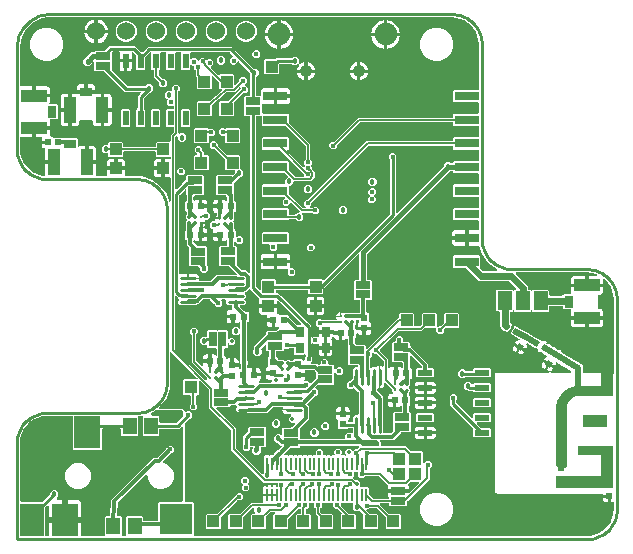
<source format=gbr>
G04 EAGLE Gerber RS-274X export*
G75*
%MOMM*%
%FSLAX34Y34*%
%LPD*%
%INTop Copper*%
%IPPOS*%
%AMOC8*
5,1,8,0,0,1.08239X$1,22.5*%
G01*
%ADD10R,1.000000X1.000000*%
%ADD11R,0.620000X0.620000*%
%ADD12R,0.508000X1.270000*%
%ADD13R,0.200000X1.140000*%
%ADD14R,1.270000X0.508000*%
%ADD15C,1.900000*%
%ADD16C,1.050000*%
%ADD17R,1.270000X0.635000*%
%ADD18R,0.660000X0.900000*%
%ADD19R,1.168400X1.600200*%
%ADD20C,0.254000*%
%ADD21C,0.250000*%
%ADD22R,2.000000X0.800000*%
%ADD23R,2.200000X1.050000*%
%ADD24R,0.800000X1.000000*%
%ADD25C,1.524000*%
%ADD26R,0.800000X1.500000*%
%ADD27R,2.000000X1.000000*%
%ADD28R,4.800000X1.000000*%
%ADD29R,0.500000X0.500000*%
%ADD30R,1.050000X2.200000*%
%ADD31R,1.000000X0.800000*%
%ADD32R,0.500000X0.500000*%
%ADD33C,0.500000*%
%ADD34R,2.000000X2.800000*%
%ADD35R,2.800000X2.600000*%
%ADD36R,2.200000X2.800000*%
%ADD37R,0.635000X1.270000*%
%ADD38R,1.150000X1.450000*%
%ADD39R,1.100000X1.100000*%
%ADD40C,0.228600*%
%ADD41C,0.381000*%
%ADD42C,0.500000*%
%ADD43C,0.127000*%
%ADD44C,0.457200*%
%ADD45C,0.304800*%
%ADD46C,0.406400*%
%ADD47C,0.254000*%
%ADD48C,0.355600*%
%ADD49C,0.406400*%
%ADD50C,0.609600*%

G36*
X163098Y218629D02*
X163098Y218629D01*
X163189Y218637D01*
X163219Y218649D01*
X163251Y218654D01*
X163332Y218697D01*
X163416Y218733D01*
X163448Y218759D01*
X163468Y218770D01*
X163490Y218793D01*
X163547Y218838D01*
X163785Y219076D01*
X164008Y219076D01*
X164098Y219090D01*
X164189Y219098D01*
X164219Y219110D01*
X164251Y219115D01*
X164331Y219158D01*
X164415Y219194D01*
X164447Y219220D01*
X164468Y219231D01*
X164490Y219254D01*
X164546Y219299D01*
X168862Y223615D01*
X185377Y223615D01*
X185448Y223626D01*
X185520Y223628D01*
X185569Y223646D01*
X185620Y223654D01*
X185683Y223688D01*
X185751Y223713D01*
X185791Y223745D01*
X185837Y223770D01*
X185887Y223822D01*
X185943Y223866D01*
X185971Y223910D01*
X186007Y223948D01*
X186037Y224013D01*
X186076Y224073D01*
X186088Y224124D01*
X186110Y224171D01*
X186118Y224242D01*
X186136Y224312D01*
X186132Y224364D01*
X186137Y224415D01*
X186122Y224486D01*
X186117Y224557D01*
X186096Y224605D01*
X186085Y224656D01*
X186048Y224717D01*
X186020Y224783D01*
X185975Y224839D01*
X185959Y224867D01*
X185941Y224882D01*
X185915Y224914D01*
X179532Y231297D01*
X179458Y231350D01*
X179389Y231410D01*
X179359Y231422D01*
X179333Y231441D01*
X179246Y231468D01*
X179161Y231502D01*
X179120Y231506D01*
X179098Y231513D01*
X179065Y231512D01*
X178994Y231520D01*
X171940Y231520D01*
X171195Y232265D01*
X171195Y239789D01*
X171205Y239827D01*
X171236Y239926D01*
X171235Y239946D01*
X171240Y239966D01*
X171232Y240069D01*
X171229Y240172D01*
X171222Y240191D01*
X171221Y240211D01*
X171195Y240271D01*
X171195Y247795D01*
X171940Y248540D01*
X177474Y248540D01*
X177494Y248543D01*
X177513Y248541D01*
X177615Y248563D01*
X177717Y248579D01*
X177734Y248589D01*
X177754Y248593D01*
X177843Y248646D01*
X177934Y248695D01*
X177948Y248709D01*
X177965Y248719D01*
X178032Y248798D01*
X178104Y248873D01*
X178112Y248891D01*
X178125Y248906D01*
X178164Y249002D01*
X178207Y249096D01*
X178209Y249116D01*
X178217Y249134D01*
X178235Y249301D01*
X178235Y252384D01*
X178224Y252455D01*
X178222Y252527D01*
X178204Y252576D01*
X178196Y252627D01*
X178162Y252690D01*
X178137Y252758D01*
X178105Y252798D01*
X178080Y252844D01*
X178029Y252894D01*
X177984Y252950D01*
X177940Y252978D01*
X177902Y253014D01*
X177837Y253044D01*
X177777Y253083D01*
X177726Y253096D01*
X177679Y253117D01*
X177608Y253125D01*
X177538Y253143D01*
X177486Y253139D01*
X177435Y253145D01*
X177364Y253129D01*
X177293Y253124D01*
X177245Y253103D01*
X177194Y253092D01*
X177133Y253055D01*
X177067Y253027D01*
X177011Y252983D01*
X176983Y252966D01*
X176968Y252948D01*
X176936Y252923D01*
X176690Y252677D01*
X176111Y252342D01*
X175464Y252169D01*
X173553Y252169D01*
X173553Y257048D01*
X173550Y257068D01*
X173552Y257087D01*
X173530Y257189D01*
X173513Y257291D01*
X173504Y257308D01*
X173500Y257328D01*
X173447Y257417D01*
X173398Y257508D01*
X173384Y257522D01*
X173374Y257539D01*
X173295Y257606D01*
X173220Y257677D01*
X173202Y257686D01*
X173187Y257699D01*
X173091Y257738D01*
X172997Y257781D01*
X172977Y257783D01*
X172959Y257791D01*
X172792Y257809D01*
X172029Y257809D01*
X172029Y258572D01*
X172026Y258592D01*
X172028Y258611D01*
X172006Y258713D01*
X171989Y258815D01*
X171980Y258832D01*
X171976Y258852D01*
X171923Y258941D01*
X171874Y259032D01*
X171860Y259046D01*
X171850Y259063D01*
X171771Y259130D01*
X171696Y259201D01*
X171678Y259210D01*
X171663Y259223D01*
X171567Y259262D01*
X171473Y259305D01*
X171453Y259307D01*
X171435Y259315D01*
X171268Y259333D01*
X166389Y259333D01*
X166389Y261244D01*
X166539Y261804D01*
X166551Y261922D01*
X166564Y262040D01*
X166563Y262045D01*
X166564Y262049D01*
X166537Y262164D01*
X166512Y262281D01*
X166510Y262284D01*
X166509Y262288D01*
X166447Y262390D01*
X166386Y262492D01*
X166383Y262495D01*
X166380Y262498D01*
X166290Y262574D01*
X166199Y262652D01*
X166195Y262653D01*
X166192Y262656D01*
X166083Y262699D01*
X165971Y262744D01*
X165966Y262744D01*
X165963Y262746D01*
X165949Y262746D01*
X165804Y262762D01*
X165563Y262762D01*
X163702Y264623D01*
X163702Y267253D01*
X165563Y269114D01*
X167328Y269114D01*
X167422Y269129D01*
X167517Y269138D01*
X167543Y269149D01*
X167570Y269153D01*
X167654Y269198D01*
X167742Y269236D01*
X167763Y269255D01*
X167788Y269269D01*
X167853Y269338D01*
X167924Y269402D01*
X167938Y269427D01*
X167957Y269447D01*
X167997Y269533D01*
X168044Y269617D01*
X168049Y269645D01*
X168061Y269670D01*
X168071Y269765D01*
X168089Y269859D01*
X168085Y269886D01*
X168088Y269914D01*
X168067Y270008D01*
X168054Y270102D01*
X168040Y270135D01*
X168035Y270155D01*
X168019Y270183D01*
X167987Y270256D01*
X167979Y270269D01*
X167789Y270979D01*
X171530Y270979D01*
X171549Y270982D01*
X171569Y270980D01*
X171670Y271002D01*
X171772Y271018D01*
X171790Y271028D01*
X171809Y271032D01*
X171899Y271085D01*
X171990Y271133D01*
X172003Y271148D01*
X172021Y271158D01*
X172021Y271159D01*
X172088Y271237D01*
X172150Y271302D01*
X172160Y271312D01*
X172168Y271330D01*
X172181Y271345D01*
X172220Y271442D01*
X172263Y271535D01*
X172265Y271555D01*
X172273Y271574D01*
X172291Y271740D01*
X172291Y275481D01*
X172595Y275400D01*
X172714Y275388D01*
X172831Y275375D01*
X172835Y275376D01*
X172840Y275375D01*
X172955Y275402D01*
X173072Y275427D01*
X173075Y275429D01*
X173079Y275430D01*
X173181Y275492D01*
X173283Y275553D01*
X173286Y275556D01*
X173289Y275559D01*
X173365Y275649D01*
X173443Y275740D01*
X173444Y275744D01*
X173447Y275747D01*
X173490Y275856D01*
X173535Y275968D01*
X173535Y275973D01*
X173536Y275976D01*
X173537Y275990D01*
X173553Y276135D01*
X173553Y281178D01*
X173551Y281190D01*
X173552Y281198D01*
X173551Y281204D01*
X173552Y281217D01*
X173530Y281319D01*
X173513Y281421D01*
X173504Y281438D01*
X173500Y281458D01*
X173447Y281547D01*
X173398Y281638D01*
X173384Y281652D01*
X173374Y281669D01*
X173295Y281736D01*
X173220Y281807D01*
X173202Y281816D01*
X173187Y281829D01*
X173091Y281868D01*
X172997Y281911D01*
X172977Y281913D01*
X172959Y281921D01*
X172792Y281939D01*
X172029Y281939D01*
X172029Y281941D01*
X172792Y281941D01*
X172812Y281944D01*
X172831Y281942D01*
X172933Y281964D01*
X173035Y281981D01*
X173052Y281990D01*
X173072Y281994D01*
X173161Y282047D01*
X173252Y282096D01*
X173266Y282110D01*
X173283Y282120D01*
X173350Y282199D01*
X173421Y282274D01*
X173430Y282292D01*
X173443Y282307D01*
X173482Y282403D01*
X173525Y282497D01*
X173527Y282517D01*
X173535Y282535D01*
X173553Y282702D01*
X173553Y287581D01*
X175464Y287581D01*
X176111Y287408D01*
X176690Y287073D01*
X176936Y286827D01*
X176994Y286786D01*
X177046Y286736D01*
X177093Y286714D01*
X177135Y286684D01*
X177204Y286663D01*
X177269Y286633D01*
X177321Y286627D01*
X177371Y286611D01*
X177442Y286613D01*
X177513Y286605D01*
X177564Y286617D01*
X177616Y286618D01*
X177684Y286642D01*
X177754Y286658D01*
X177799Y286684D01*
X177847Y286702D01*
X177903Y286747D01*
X177965Y286784D01*
X177999Y286823D01*
X178039Y286856D01*
X178078Y286916D01*
X178125Y286971D01*
X178144Y287019D01*
X178172Y287063D01*
X178190Y287132D01*
X178217Y287199D01*
X178225Y287270D01*
X178233Y287301D01*
X178231Y287325D01*
X178235Y287366D01*
X178235Y289683D01*
X178221Y289773D01*
X178213Y289864D01*
X178201Y289894D01*
X178196Y289926D01*
X178153Y290006D01*
X178117Y290090D01*
X178091Y290122D01*
X178080Y290143D01*
X178057Y290165D01*
X178012Y290221D01*
X177246Y290987D01*
X177172Y291040D01*
X177103Y291100D01*
X177073Y291112D01*
X177047Y291131D01*
X176960Y291158D01*
X176875Y291192D01*
X176834Y291196D01*
X176812Y291203D01*
X176779Y291202D01*
X176708Y291210D01*
X169654Y291210D01*
X168909Y291955D01*
X168909Y299479D01*
X168919Y299517D01*
X168950Y299616D01*
X168949Y299636D01*
X168954Y299656D01*
X168946Y299759D01*
X168943Y299862D01*
X168936Y299881D01*
X168935Y299901D01*
X168909Y299961D01*
X168909Y307485D01*
X169654Y308230D01*
X182296Y308230D01*
X182386Y308244D01*
X182477Y308252D01*
X182507Y308264D01*
X182539Y308269D01*
X182619Y308312D01*
X182703Y308348D01*
X182735Y308374D01*
X182756Y308385D01*
X182778Y308408D01*
X182834Y308453D01*
X184434Y310053D01*
X184487Y310127D01*
X184547Y310196D01*
X184559Y310226D01*
X184578Y310252D01*
X184605Y310339D01*
X184639Y310424D01*
X184643Y310465D01*
X184650Y310487D01*
X184649Y310520D01*
X184657Y310591D01*
X184657Y311432D01*
X184668Y311468D01*
X184699Y311533D01*
X184704Y311585D01*
X184720Y311634D01*
X184718Y311706D01*
X184726Y311777D01*
X184715Y311828D01*
X184713Y311880D01*
X184689Y311948D01*
X184673Y312018D01*
X184647Y312063D01*
X184629Y312111D01*
X184584Y312167D01*
X184547Y312229D01*
X184508Y312263D01*
X184475Y312303D01*
X184415Y312342D01*
X184360Y312389D01*
X184312Y312408D01*
X184268Y312436D01*
X184199Y312454D01*
X184132Y312481D01*
X184061Y312489D01*
X184030Y312497D01*
X184006Y312495D01*
X183965Y312499D01*
X177354Y312499D01*
X176609Y313244D01*
X176609Y321014D01*
X176595Y321104D01*
X176587Y321195D01*
X176575Y321225D01*
X176570Y321257D01*
X176527Y321338D01*
X176491Y321422D01*
X176465Y321454D01*
X176454Y321474D01*
X176431Y321497D01*
X176386Y321553D01*
X167582Y330357D01*
X167508Y330410D01*
X167438Y330470D01*
X167408Y330482D01*
X167382Y330501D01*
X167295Y330528D01*
X167210Y330562D01*
X167169Y330566D01*
X167147Y330573D01*
X167115Y330572D01*
X167043Y330580D01*
X165563Y330580D01*
X163702Y332441D01*
X163702Y335071D01*
X165563Y336932D01*
X168193Y336932D01*
X170054Y335071D01*
X170054Y333591D01*
X170068Y333501D01*
X170076Y333410D01*
X170088Y333380D01*
X170093Y333348D01*
X170136Y333267D01*
X170172Y333183D01*
X170198Y333151D01*
X170209Y333131D01*
X170232Y333108D01*
X170277Y333052D01*
X178065Y325264D01*
X178139Y325211D01*
X178209Y325151D01*
X178239Y325139D01*
X178265Y325120D01*
X178352Y325093D01*
X178437Y325059D01*
X178478Y325055D01*
X178500Y325048D01*
X178532Y325049D01*
X178604Y325041D01*
X188406Y325041D01*
X189151Y324296D01*
X189151Y314198D01*
X189154Y314178D01*
X189152Y314159D01*
X189174Y314057D01*
X189190Y313955D01*
X189200Y313938D01*
X189204Y313918D01*
X189257Y313829D01*
X189306Y313738D01*
X189320Y313724D01*
X189330Y313707D01*
X189409Y313640D01*
X189484Y313568D01*
X189502Y313560D01*
X189517Y313547D01*
X189613Y313508D01*
X189618Y313506D01*
X191771Y311353D01*
X191771Y308407D01*
X189687Y306323D01*
X188925Y306323D01*
X188835Y306309D01*
X188744Y306301D01*
X188714Y306289D01*
X188682Y306284D01*
X188602Y306241D01*
X188518Y306205D01*
X188486Y306179D01*
X188465Y306168D01*
X188443Y306145D01*
X188387Y306100D01*
X184374Y302087D01*
X184321Y302013D01*
X184261Y301944D01*
X184249Y301914D01*
X184230Y301888D01*
X184203Y301801D01*
X184169Y301716D01*
X184165Y301675D01*
X184158Y301653D01*
X184159Y301620D01*
X184151Y301549D01*
X184151Y299961D01*
X184141Y299922D01*
X184110Y299823D01*
X184111Y299803D01*
X184106Y299784D01*
X184114Y299681D01*
X184117Y299578D01*
X184124Y299559D01*
X184125Y299539D01*
X184151Y299479D01*
X184151Y291955D01*
X184048Y291852D01*
X183995Y291778D01*
X183935Y291708D01*
X183923Y291678D01*
X183904Y291652D01*
X183877Y291565D01*
X183843Y291480D01*
X183839Y291439D01*
X183832Y291417D01*
X183833Y291385D01*
X183825Y291313D01*
X183825Y287072D01*
X183828Y287052D01*
X183826Y287033D01*
X183848Y286931D01*
X183864Y286829D01*
X183874Y286812D01*
X183878Y286792D01*
X183931Y286703D01*
X183980Y286612D01*
X183994Y286598D01*
X184004Y286581D01*
X184083Y286514D01*
X184158Y286442D01*
X184176Y286434D01*
X184191Y286421D01*
X184287Y286382D01*
X184381Y286339D01*
X184401Y286337D01*
X184419Y286329D01*
X184586Y286311D01*
X184656Y286311D01*
X185401Y285566D01*
X185401Y278314D01*
X184548Y277461D01*
X184495Y277387D01*
X184435Y277317D01*
X184423Y277287D01*
X184404Y277261D01*
X184377Y277174D01*
X184343Y277089D01*
X184339Y277048D01*
X184332Y277026D01*
X184333Y276994D01*
X184325Y276922D01*
X184325Y270582D01*
X183521Y269778D01*
X183509Y269762D01*
X183493Y269750D01*
X183437Y269662D01*
X183377Y269579D01*
X183371Y269560D01*
X183360Y269543D01*
X183335Y269442D01*
X183305Y269343D01*
X183305Y269324D01*
X183300Y269304D01*
X183308Y269201D01*
X183311Y269098D01*
X183318Y269079D01*
X183320Y269059D01*
X183360Y268964D01*
X183396Y268867D01*
X183408Y268851D01*
X183416Y268833D01*
X183521Y268702D01*
X184325Y267898D01*
X184325Y262828D01*
X184339Y262738D01*
X184347Y262647D01*
X184359Y262617D01*
X184364Y262585D01*
X184407Y262504D01*
X184443Y262420D01*
X184469Y262388D01*
X184480Y262368D01*
X184503Y262345D01*
X184548Y262289D01*
X185401Y261436D01*
X185401Y256754D01*
X185412Y256683D01*
X185414Y256611D01*
X185432Y256562D01*
X185440Y256511D01*
X185474Y256448D01*
X185499Y256380D01*
X185531Y256340D01*
X185556Y256294D01*
X185607Y256244D01*
X185652Y256188D01*
X185696Y256160D01*
X185734Y256124D01*
X185799Y256094D01*
X185859Y256055D01*
X185910Y256043D01*
X185957Y256021D01*
X186028Y256013D01*
X186098Y255995D01*
X186150Y255999D01*
X186201Y255993D01*
X186272Y256009D01*
X186343Y256014D01*
X186391Y256035D01*
X186442Y256046D01*
X186503Y256083D01*
X186569Y256111D01*
X186625Y256155D01*
X186653Y256172D01*
X186668Y256190D01*
X186700Y256215D01*
X186899Y256414D01*
X189529Y256414D01*
X191390Y254553D01*
X191390Y251923D01*
X189529Y250062D01*
X186899Y250062D01*
X185124Y251837D01*
X185066Y251878D01*
X185014Y251928D01*
X184967Y251950D01*
X184925Y251980D01*
X184856Y252001D01*
X184791Y252031D01*
X184739Y252037D01*
X184689Y252052D01*
X184618Y252051D01*
X184547Y252059D01*
X184496Y252047D01*
X184444Y252046D01*
X184376Y252021D01*
X184306Y252006D01*
X184261Y251980D01*
X184213Y251962D01*
X184157Y251917D01*
X184095Y251880D01*
X184061Y251841D01*
X184021Y251808D01*
X183982Y251748D01*
X183935Y251693D01*
X183916Y251645D01*
X183888Y251601D01*
X183870Y251532D01*
X183843Y251465D01*
X183835Y251394D01*
X183827Y251363D01*
X183829Y251339D01*
X183825Y251298D01*
X183825Y249301D01*
X183828Y249281D01*
X183826Y249262D01*
X183848Y249160D01*
X183864Y249058D01*
X183874Y249041D01*
X183878Y249021D01*
X183931Y248932D01*
X183980Y248841D01*
X183994Y248827D01*
X184004Y248810D01*
X184083Y248743D01*
X184158Y248671D01*
X184176Y248663D01*
X184191Y248650D01*
X184287Y248611D01*
X184381Y248568D01*
X184401Y248566D01*
X184419Y248558D01*
X184586Y248540D01*
X185692Y248540D01*
X186437Y247795D01*
X186437Y240271D01*
X186427Y240232D01*
X186396Y240133D01*
X186397Y240113D01*
X186392Y240094D01*
X186400Y239991D01*
X186403Y239888D01*
X186410Y239869D01*
X186411Y239849D01*
X186437Y239789D01*
X186437Y232613D01*
X186451Y232523D01*
X186459Y232432D01*
X186471Y232402D01*
X186476Y232370D01*
X186519Y232290D01*
X186555Y232206D01*
X186581Y232174D01*
X186592Y232153D01*
X186615Y232131D01*
X186660Y232075D01*
X190853Y227882D01*
X190927Y227829D01*
X190996Y227769D01*
X191026Y227757D01*
X191052Y227738D01*
X191139Y227711D01*
X191224Y227677D01*
X191265Y227673D01*
X191287Y227666D01*
X191320Y227667D01*
X191391Y227659D01*
X194183Y227659D01*
X196043Y225799D01*
X196329Y225513D01*
X196434Y225407D01*
X196493Y225365D01*
X196545Y225316D01*
X196592Y225294D01*
X196634Y225263D01*
X196703Y225242D01*
X196768Y225212D01*
X196820Y225206D01*
X196869Y225191D01*
X196941Y225193D01*
X197012Y225185D01*
X197063Y225196D01*
X197115Y225197D01*
X197182Y225222D01*
X197253Y225237D01*
X197297Y225264D01*
X197346Y225282D01*
X197402Y225327D01*
X197464Y225363D01*
X197497Y225403D01*
X197538Y225435D01*
X197577Y225496D01*
X197624Y225550D01*
X197643Y225599D01*
X197671Y225642D01*
X197689Y225712D01*
X197716Y225778D01*
X197723Y225850D01*
X197731Y225881D01*
X197729Y225904D01*
X197734Y225945D01*
X197734Y277555D01*
X197751Y277575D01*
X197763Y277605D01*
X197782Y277631D01*
X197808Y277718D01*
X197843Y277803D01*
X197847Y277844D01*
X197854Y277866D01*
X197853Y277898D01*
X197861Y277969D01*
X197861Y357565D01*
X197858Y357585D01*
X197860Y357604D01*
X197838Y357706D01*
X197821Y357808D01*
X197812Y357825D01*
X197808Y357845D01*
X197755Y357934D01*
X197706Y358025D01*
X197692Y358039D01*
X197682Y358056D01*
X197603Y358123D01*
X197528Y358195D01*
X197510Y358203D01*
X197495Y358216D01*
X197398Y358255D01*
X197305Y358298D01*
X197285Y358300D01*
X197266Y358308D01*
X197100Y358326D01*
X193278Y358326D01*
X192533Y359071D01*
X192533Y366595D01*
X192543Y366633D01*
X192574Y366732D01*
X192573Y366752D01*
X192578Y366772D01*
X192570Y366875D01*
X192567Y366978D01*
X192560Y366997D01*
X192559Y367017D01*
X192533Y367077D01*
X192533Y374601D01*
X193278Y375346D01*
X196979Y375346D01*
X196999Y375349D01*
X197018Y375347D01*
X197120Y375369D01*
X197222Y375385D01*
X197239Y375395D01*
X197259Y375399D01*
X197348Y375452D01*
X197439Y375501D01*
X197453Y375515D01*
X197470Y375525D01*
X197537Y375604D01*
X197609Y375679D01*
X197617Y375697D01*
X197630Y375712D01*
X197669Y375808D01*
X197712Y375902D01*
X197714Y375922D01*
X197722Y375940D01*
X197740Y376107D01*
X197740Y392798D01*
X197726Y392888D01*
X197718Y392980D01*
X197706Y393009D01*
X197701Y393041D01*
X197658Y393122D01*
X197622Y393206D01*
X197611Y393219D01*
X197611Y394544D01*
X197597Y394634D01*
X197589Y394725D01*
X197577Y394755D01*
X197572Y394787D01*
X197529Y394867D01*
X197493Y394951D01*
X197467Y394983D01*
X197456Y395004D01*
X197433Y395026D01*
X197388Y395082D01*
X188117Y404353D01*
X188059Y404395D01*
X188007Y404444D01*
X187960Y404466D01*
X187918Y404497D01*
X187849Y404518D01*
X187784Y404548D01*
X187732Y404554D01*
X187682Y404569D01*
X187611Y404567D01*
X187540Y404575D01*
X187489Y404564D01*
X187437Y404563D01*
X187369Y404538D01*
X187299Y404523D01*
X187255Y404496D01*
X187206Y404478D01*
X187150Y404433D01*
X187088Y404397D01*
X187054Y404357D01*
X187014Y404325D01*
X186975Y404264D01*
X186928Y404210D01*
X186909Y404161D01*
X186881Y404118D01*
X186863Y404048D01*
X186836Y403982D01*
X186828Y403910D01*
X186820Y403879D01*
X186822Y403856D01*
X186818Y403815D01*
X184957Y401954D01*
X182327Y401954D01*
X180466Y403815D01*
X180466Y406445D01*
X182327Y408306D01*
X182398Y408317D01*
X182469Y408319D01*
X182518Y408337D01*
X182570Y408345D01*
X182633Y408379D01*
X182700Y408404D01*
X182741Y408436D01*
X182787Y408461D01*
X182836Y408513D01*
X182892Y408557D01*
X182921Y408601D01*
X182956Y408639D01*
X182987Y408704D01*
X183025Y408764D01*
X183038Y408815D01*
X183060Y408862D01*
X183068Y408933D01*
X183085Y409003D01*
X183081Y409055D01*
X183087Y409106D01*
X183072Y409177D01*
X183066Y409248D01*
X183046Y409296D01*
X183035Y409347D01*
X182998Y409408D01*
X182970Y409474D01*
X182925Y409530D01*
X182909Y409558D01*
X182891Y409573D01*
X182865Y409605D01*
X180325Y412145D01*
X180251Y412198D01*
X180182Y412258D01*
X180152Y412270D01*
X180125Y412289D01*
X180038Y412316D01*
X179954Y412350D01*
X179913Y412354D01*
X179890Y412361D01*
X179858Y412360D01*
X179787Y412368D01*
X147574Y412368D01*
X147554Y412365D01*
X147535Y412367D01*
X147433Y412345D01*
X147331Y412329D01*
X147314Y412319D01*
X147294Y412315D01*
X147205Y412262D01*
X147114Y412213D01*
X147100Y412199D01*
X147083Y412189D01*
X147016Y412110D01*
X146944Y412035D01*
X146936Y412017D01*
X146923Y412002D01*
X146884Y411906D01*
X146841Y411812D01*
X146839Y411792D01*
X146831Y411774D01*
X146813Y411607D01*
X146813Y407396D01*
X146824Y407325D01*
X146826Y407253D01*
X146844Y407204D01*
X146852Y407153D01*
X146886Y407090D01*
X146911Y407022D01*
X146943Y406982D01*
X146968Y406936D01*
X147019Y406886D01*
X147064Y406830D01*
X147108Y406802D01*
X147146Y406766D01*
X147211Y406736D01*
X147271Y406697D01*
X147322Y406685D01*
X147369Y406663D01*
X147440Y406655D01*
X147510Y406637D01*
X147562Y406641D01*
X147613Y406635D01*
X147684Y406651D01*
X147755Y406656D01*
X147803Y406677D01*
X147854Y406688D01*
X147915Y406725D01*
X147981Y406753D01*
X148037Y406797D01*
X148065Y406814D01*
X148080Y406832D01*
X148112Y406857D01*
X148545Y407290D01*
X151175Y407290D01*
X153005Y405460D01*
X153063Y405419D01*
X153115Y405369D01*
X153135Y405360D01*
X153144Y405352D01*
X153170Y405342D01*
X153204Y405317D01*
X153273Y405296D01*
X153338Y405266D01*
X153367Y405262D01*
X153372Y405260D01*
X153397Y405258D01*
X153440Y405245D01*
X153501Y405246D01*
X153539Y405242D01*
X153543Y405242D01*
X153546Y405243D01*
X153582Y405238D01*
X153633Y405250D01*
X153685Y405251D01*
X153753Y405276D01*
X153768Y405279D01*
X153786Y405282D01*
X153789Y405283D01*
X153823Y405291D01*
X153868Y405317D01*
X153916Y405335D01*
X153972Y405380D01*
X153978Y405384D01*
X154003Y405397D01*
X154007Y405401D01*
X154034Y405417D01*
X154068Y405456D01*
X154108Y405489D01*
X154146Y405547D01*
X154173Y405575D01*
X154176Y405583D01*
X154194Y405604D01*
X154213Y405652D01*
X154241Y405696D01*
X154257Y405756D01*
X154276Y405798D01*
X154278Y405812D01*
X154286Y405832D01*
X154294Y405903D01*
X154302Y405934D01*
X154302Y405935D01*
X156165Y407798D01*
X158795Y407798D01*
X160498Y406095D01*
X160514Y406084D01*
X160526Y406068D01*
X160614Y406012D01*
X160697Y405952D01*
X160716Y405946D01*
X160733Y405935D01*
X160834Y405910D01*
X160933Y405880D01*
X160952Y405880D01*
X160972Y405875D01*
X161075Y405883D01*
X161178Y405886D01*
X161197Y405893D01*
X161217Y405894D01*
X161312Y405935D01*
X161409Y405970D01*
X161425Y405983D01*
X161443Y405991D01*
X161574Y406095D01*
X162007Y406528D01*
X164637Y406528D01*
X166498Y404667D01*
X166498Y402037D01*
X164759Y400298D01*
X164748Y400282D01*
X164732Y400270D01*
X164676Y400182D01*
X164616Y400098D01*
X164610Y400079D01*
X164599Y400063D01*
X164574Y399962D01*
X164543Y399863D01*
X164544Y399843D01*
X164539Y399824D01*
X164547Y399721D01*
X164550Y399617D01*
X164557Y399599D01*
X164558Y399579D01*
X164599Y399484D01*
X164634Y399386D01*
X164647Y399371D01*
X164655Y399353D01*
X164759Y399222D01*
X170779Y393202D01*
X170795Y393191D01*
X170807Y393175D01*
X170895Y393119D01*
X170978Y393059D01*
X170997Y393053D01*
X171014Y393042D01*
X171115Y393017D01*
X171213Y392986D01*
X171233Y392987D01*
X171253Y392982D01*
X171356Y392990D01*
X171459Y392993D01*
X171478Y393000D01*
X171498Y393001D01*
X171593Y393042D01*
X171690Y393077D01*
X171706Y393090D01*
X171724Y393097D01*
X171855Y393202D01*
X172274Y393621D01*
X183326Y393621D01*
X184071Y392876D01*
X184071Y385460D01*
X184082Y385389D01*
X184084Y385317D01*
X184102Y385268D01*
X184110Y385217D01*
X184144Y385153D01*
X184169Y385086D01*
X184201Y385045D01*
X184226Y384999D01*
X184278Y384950D01*
X184322Y384894D01*
X184366Y384866D01*
X184404Y384830D01*
X184469Y384800D01*
X184529Y384761D01*
X184580Y384748D01*
X184627Y384726D01*
X184698Y384719D01*
X184768Y384701D01*
X184820Y384705D01*
X184871Y384699D01*
X184942Y384715D01*
X185013Y384720D01*
X185061Y384741D01*
X185112Y384752D01*
X185173Y384788D01*
X185239Y384816D01*
X185295Y384861D01*
X185323Y384878D01*
X185338Y384896D01*
X185370Y384921D01*
X188117Y387668D01*
X188170Y387742D01*
X188230Y387812D01*
X188242Y387842D01*
X188261Y387868D01*
X188288Y387955D01*
X188322Y388040D01*
X188326Y388081D01*
X188333Y388103D01*
X188332Y388135D01*
X188340Y388207D01*
X188340Y389681D01*
X190201Y391542D01*
X192831Y391542D01*
X194692Y389681D01*
X194692Y387051D01*
X193116Y385475D01*
X193075Y385417D01*
X193025Y385365D01*
X193003Y385318D01*
X192973Y385276D01*
X192952Y385207D01*
X192922Y385142D01*
X192916Y385090D01*
X192901Y385040D01*
X192902Y384969D01*
X192894Y384898D01*
X192906Y384847D01*
X192907Y384795D01*
X192932Y384727D01*
X192947Y384657D01*
X192973Y384612D01*
X192991Y384564D01*
X193036Y384508D01*
X193073Y384446D01*
X193112Y384412D01*
X193145Y384372D01*
X193205Y384333D01*
X193260Y384286D01*
X193308Y384267D01*
X193352Y384239D01*
X193421Y384221D01*
X193488Y384194D01*
X193559Y384186D01*
X193590Y384178D01*
X193614Y384180D01*
X193655Y384176D01*
X194101Y384176D01*
X195962Y382315D01*
X195962Y379685D01*
X194101Y377824D01*
X192028Y377824D01*
X191938Y377810D01*
X191847Y377802D01*
X191817Y377790D01*
X191785Y377785D01*
X191704Y377742D01*
X191620Y377706D01*
X191588Y377680D01*
X191568Y377669D01*
X191545Y377646D01*
X191489Y377601D01*
X184294Y370406D01*
X184241Y370332D01*
X184181Y370262D01*
X184169Y370232D01*
X184150Y370206D01*
X184123Y370119D01*
X184089Y370034D01*
X184085Y369993D01*
X184078Y369971D01*
X184079Y369939D01*
X184071Y369867D01*
X184071Y358964D01*
X183326Y358219D01*
X172274Y358219D01*
X171529Y358964D01*
X171529Y370016D01*
X172274Y370761D01*
X178943Y370761D01*
X179033Y370775D01*
X179124Y370783D01*
X179154Y370795D01*
X179186Y370800D01*
X179267Y370843D01*
X179351Y370879D01*
X179383Y370905D01*
X179403Y370916D01*
X179426Y370939D01*
X179482Y370984D01*
X189387Y380889D01*
X189440Y380963D01*
X189500Y381033D01*
X189512Y381063D01*
X189531Y381089D01*
X189558Y381176D01*
X189592Y381261D01*
X189596Y381302D01*
X189603Y381324D01*
X189602Y381356D01*
X189610Y381428D01*
X189610Y381933D01*
X189599Y382004D01*
X189597Y382076D01*
X189579Y382125D01*
X189571Y382176D01*
X189537Y382239D01*
X189512Y382307D01*
X189480Y382347D01*
X189455Y382393D01*
X189403Y382443D01*
X189359Y382499D01*
X189315Y382527D01*
X189277Y382563D01*
X189212Y382593D01*
X189152Y382632D01*
X189101Y382644D01*
X189054Y382666D01*
X188983Y382674D01*
X188913Y382692D01*
X188861Y382688D01*
X188810Y382694D01*
X188739Y382678D01*
X188668Y382673D01*
X188620Y382652D01*
X188569Y382641D01*
X188508Y382604D01*
X188442Y382576D01*
X188386Y382532D01*
X188358Y382515D01*
X188343Y382497D01*
X188311Y382472D01*
X184378Y378539D01*
X178236Y378539D01*
X178174Y378529D01*
X178110Y378529D01*
X178053Y378509D01*
X177994Y378500D01*
X177938Y378470D01*
X177877Y378449D01*
X177805Y378400D01*
X177776Y378384D01*
X177764Y378371D01*
X177739Y378354D01*
X165285Y367610D01*
X165207Y367518D01*
X165131Y367429D01*
X165130Y367425D01*
X165127Y367422D01*
X165084Y367312D01*
X165039Y367201D01*
X165039Y367196D01*
X165037Y367193D01*
X165037Y367179D01*
X165021Y367034D01*
X165021Y358964D01*
X164276Y358219D01*
X153224Y358219D01*
X152479Y358964D01*
X152479Y370016D01*
X153224Y370761D01*
X162818Y370761D01*
X162881Y370771D01*
X162945Y370771D01*
X163002Y370791D01*
X163061Y370800D01*
X163117Y370830D01*
X163177Y370851D01*
X163250Y370900D01*
X163279Y370916D01*
X163291Y370929D01*
X163316Y370946D01*
X173512Y379742D01*
X173576Y379818D01*
X173644Y379890D01*
X173655Y379912D01*
X173670Y379930D01*
X173706Y380023D01*
X173748Y380113D01*
X173751Y380137D01*
X173759Y380159D01*
X173764Y380259D01*
X173775Y380357D01*
X173770Y380381D01*
X173771Y380405D01*
X173744Y380501D01*
X173723Y380598D01*
X173711Y380618D01*
X173704Y380642D01*
X173648Y380724D01*
X173597Y380809D01*
X173578Y380825D01*
X173565Y380844D01*
X173485Y380904D01*
X173410Y380969D01*
X173387Y380978D01*
X173368Y380992D01*
X173274Y381024D01*
X173182Y381061D01*
X173152Y381064D01*
X173135Y381070D01*
X173102Y381070D01*
X173015Y381079D01*
X172274Y381079D01*
X171529Y381824D01*
X171529Y386746D01*
X171515Y386836D01*
X171507Y386927D01*
X171495Y386957D01*
X171490Y386989D01*
X171447Y387070D01*
X171411Y387153D01*
X171385Y387186D01*
X171374Y387206D01*
X171351Y387228D01*
X171306Y387284D01*
X166320Y392270D01*
X166262Y392312D01*
X166210Y392362D01*
X166163Y392384D01*
X166121Y392414D01*
X166052Y392435D01*
X165987Y392465D01*
X165935Y392471D01*
X165885Y392486D01*
X165814Y392484D01*
X165743Y392492D01*
X165692Y392481D01*
X165640Y392480D01*
X165572Y392455D01*
X165502Y392440D01*
X165458Y392413D01*
X165409Y392396D01*
X165353Y392351D01*
X165291Y392314D01*
X165257Y392274D01*
X165217Y392242D01*
X165178Y392182D01*
X165131Y392127D01*
X165112Y392079D01*
X165084Y392035D01*
X165066Y391965D01*
X165039Y391899D01*
X165031Y391828D01*
X165023Y391796D01*
X165025Y391773D01*
X165021Y391732D01*
X165021Y381824D01*
X164276Y381079D01*
X153224Y381079D01*
X152479Y381824D01*
X152479Y390610D01*
X152465Y390700D01*
X152457Y390791D01*
X152445Y390821D01*
X152440Y390853D01*
X152397Y390934D01*
X152361Y391018D01*
X152335Y391050D01*
X152324Y391070D01*
X152301Y391093D01*
X152256Y391149D01*
X151510Y391895D01*
X151510Y396641D01*
X151496Y396731D01*
X151488Y396822D01*
X151476Y396852D01*
X151471Y396884D01*
X151428Y396965D01*
X151392Y397049D01*
X151366Y397081D01*
X151355Y397101D01*
X151332Y397124D01*
X151287Y397180D01*
X150240Y398227D01*
X150240Y400177D01*
X150237Y400197D01*
X150239Y400216D01*
X150217Y400318D01*
X150201Y400420D01*
X150191Y400437D01*
X150187Y400457D01*
X150134Y400546D01*
X150085Y400637D01*
X150071Y400651D01*
X150061Y400668D01*
X149982Y400735D01*
X149907Y400807D01*
X149889Y400815D01*
X149874Y400828D01*
X149778Y400867D01*
X149684Y400910D01*
X149664Y400912D01*
X149646Y400920D01*
X149479Y400938D01*
X148545Y400938D01*
X148112Y401371D01*
X148054Y401412D01*
X148002Y401462D01*
X147955Y401484D01*
X147913Y401514D01*
X147844Y401535D01*
X147779Y401565D01*
X147727Y401571D01*
X147677Y401586D01*
X147606Y401585D01*
X147535Y401593D01*
X147484Y401581D01*
X147432Y401580D01*
X147364Y401555D01*
X147294Y401540D01*
X147249Y401514D01*
X147201Y401496D01*
X147145Y401451D01*
X147083Y401414D01*
X147049Y401375D01*
X147009Y401342D01*
X146970Y401282D01*
X146923Y401227D01*
X146904Y401179D01*
X146876Y401135D01*
X146858Y401066D01*
X146831Y400999D01*
X146823Y400928D01*
X146815Y400897D01*
X146817Y400873D01*
X146813Y400832D01*
X146813Y398254D01*
X146068Y397509D01*
X139936Y397509D01*
X139191Y398254D01*
X139191Y411607D01*
X139188Y411627D01*
X139190Y411646D01*
X139168Y411748D01*
X139152Y411850D01*
X139142Y411867D01*
X139138Y411887D01*
X139085Y411976D01*
X139036Y412067D01*
X139022Y412081D01*
X139012Y412098D01*
X138933Y412165D01*
X138858Y412237D01*
X138840Y412245D01*
X138825Y412258D01*
X138729Y412297D01*
X138635Y412340D01*
X138615Y412342D01*
X138597Y412350D01*
X138430Y412368D01*
X134874Y412368D01*
X134854Y412365D01*
X134835Y412367D01*
X134733Y412345D01*
X134631Y412329D01*
X134614Y412319D01*
X134594Y412315D01*
X134505Y412262D01*
X134414Y412213D01*
X134400Y412199D01*
X134383Y412189D01*
X134316Y412110D01*
X134244Y412035D01*
X134236Y412017D01*
X134223Y412002D01*
X134184Y411906D01*
X134141Y411812D01*
X134139Y411792D01*
X134131Y411774D01*
X134113Y411607D01*
X134113Y398254D01*
X133368Y397509D01*
X127236Y397509D01*
X126491Y398254D01*
X126491Y411607D01*
X126488Y411627D01*
X126490Y411646D01*
X126468Y411748D01*
X126452Y411850D01*
X126442Y411867D01*
X126438Y411887D01*
X126385Y411976D01*
X126336Y412067D01*
X126322Y412081D01*
X126312Y412098D01*
X126233Y412165D01*
X126158Y412237D01*
X126140Y412245D01*
X126125Y412258D01*
X126029Y412297D01*
X125935Y412340D01*
X125915Y412342D01*
X125897Y412350D01*
X125730Y412368D01*
X122174Y412368D01*
X122154Y412365D01*
X122135Y412367D01*
X122033Y412345D01*
X121931Y412329D01*
X121914Y412319D01*
X121894Y412315D01*
X121805Y412262D01*
X121714Y412213D01*
X121700Y412199D01*
X121683Y412189D01*
X121616Y412110D01*
X121544Y412035D01*
X121536Y412017D01*
X121523Y412002D01*
X121484Y411906D01*
X121441Y411812D01*
X121439Y411792D01*
X121431Y411774D01*
X121413Y411607D01*
X121413Y398254D01*
X120648Y397489D01*
X120636Y397486D01*
X120534Y397470D01*
X120517Y397460D01*
X120497Y397456D01*
X120408Y397403D01*
X120317Y397354D01*
X120303Y397340D01*
X120286Y397330D01*
X120219Y397251D01*
X120147Y397176D01*
X120139Y397158D01*
X120126Y397143D01*
X120087Y397047D01*
X120044Y396953D01*
X120042Y396933D01*
X120034Y396915D01*
X120016Y396748D01*
X120016Y393281D01*
X120030Y393191D01*
X120038Y393100D01*
X120050Y393070D01*
X120055Y393038D01*
X120098Y392957D01*
X120134Y392873D01*
X120160Y392841D01*
X120171Y392821D01*
X120194Y392798D01*
X120239Y392742D01*
X122867Y390114D01*
X122941Y390061D01*
X123011Y390001D01*
X123041Y389989D01*
X123067Y389970D01*
X123154Y389943D01*
X123239Y389909D01*
X123280Y389905D01*
X123302Y389898D01*
X123334Y389899D01*
X123406Y389891D01*
X125425Y389891D01*
X127509Y387807D01*
X127509Y384861D01*
X125425Y382777D01*
X122479Y382777D01*
X120395Y384861D01*
X120395Y386880D01*
X120381Y386970D01*
X120373Y387061D01*
X120361Y387091D01*
X120356Y387123D01*
X120313Y387204D01*
X120277Y387288D01*
X120251Y387320D01*
X120240Y387340D01*
X120217Y387363D01*
X120172Y387419D01*
X116204Y391387D01*
X116204Y396748D01*
X116201Y396768D01*
X116203Y396787D01*
X116181Y396889D01*
X116165Y396991D01*
X116155Y397008D01*
X116151Y397028D01*
X116098Y397117D01*
X116049Y397208D01*
X116035Y397222D01*
X116025Y397239D01*
X115946Y397306D01*
X115871Y397378D01*
X115853Y397386D01*
X115838Y397399D01*
X115742Y397438D01*
X115648Y397481D01*
X115628Y397483D01*
X115610Y397491D01*
X115443Y397509D01*
X114536Y397509D01*
X113791Y398254D01*
X113791Y411418D01*
X113780Y411489D01*
X113778Y411561D01*
X113760Y411610D01*
X113752Y411661D01*
X113718Y411725D01*
X113693Y411792D01*
X113661Y411833D01*
X113636Y411879D01*
X113584Y411928D01*
X113540Y411984D01*
X113496Y412012D01*
X113458Y412048D01*
X113393Y412078D01*
X113333Y412117D01*
X113282Y412130D01*
X113235Y412152D01*
X113164Y412159D01*
X113094Y412177D01*
X113042Y412173D01*
X112991Y412179D01*
X112920Y412163D01*
X112849Y412158D01*
X112801Y412137D01*
X112750Y412126D01*
X112689Y412090D01*
X112623Y412062D01*
X112567Y412017D01*
X112539Y412000D01*
X112524Y411982D01*
X112492Y411957D01*
X108936Y408401D01*
X108883Y408327D01*
X108823Y408257D01*
X108811Y408227D01*
X108792Y408201D01*
X108765Y408114D01*
X108731Y408029D01*
X108727Y407988D01*
X108720Y407966D01*
X108721Y407934D01*
X108713Y407862D01*
X108713Y398254D01*
X107968Y397509D01*
X101836Y397509D01*
X101091Y398254D01*
X101091Y409530D01*
X101077Y409620D01*
X101069Y409711D01*
X101057Y409741D01*
X101052Y409773D01*
X101009Y409853D01*
X100973Y409937D01*
X100947Y409969D01*
X100936Y409990D01*
X100913Y410012D01*
X100868Y410068D01*
X98582Y412354D01*
X98524Y412396D01*
X98472Y412445D01*
X98425Y412467D01*
X98383Y412498D01*
X98314Y412519D01*
X98249Y412549D01*
X98197Y412555D01*
X98147Y412570D01*
X98076Y412568D01*
X98005Y412576D01*
X97954Y412565D01*
X97902Y412564D01*
X97834Y412539D01*
X97764Y412524D01*
X97719Y412497D01*
X97671Y412479D01*
X97615Y412434D01*
X97553Y412398D01*
X97519Y412358D01*
X97479Y412326D01*
X97440Y412265D01*
X97393Y412211D01*
X97374Y412162D01*
X97346Y412119D01*
X97328Y412049D01*
X97301Y411983D01*
X97293Y411911D01*
X97285Y411880D01*
X97287Y411857D01*
X97283Y411816D01*
X97283Y406399D01*
X92710Y406399D01*
X92691Y406396D01*
X92671Y406398D01*
X92569Y406376D01*
X92467Y406360D01*
X92450Y406350D01*
X92430Y406346D01*
X92341Y406293D01*
X92250Y406244D01*
X92236Y406230D01*
X92219Y406220D01*
X92198Y406195D01*
X92197Y406196D01*
X92122Y406268D01*
X92104Y406276D01*
X92089Y406289D01*
X91992Y406328D01*
X91899Y406371D01*
X91879Y406373D01*
X91861Y406381D01*
X91694Y406399D01*
X87121Y406399D01*
X87121Y411814D01*
X87183Y412045D01*
X87195Y412164D01*
X87208Y412281D01*
X87207Y412286D01*
X87207Y412290D01*
X87181Y412406D01*
X87156Y412522D01*
X87154Y412525D01*
X87153Y412529D01*
X87091Y412631D01*
X87030Y412733D01*
X87026Y412736D01*
X87024Y412739D01*
X86934Y412815D01*
X86843Y412893D01*
X86839Y412894D01*
X86836Y412897D01*
X86726Y412940D01*
X86614Y412985D01*
X86609Y412985D01*
X86606Y412987D01*
X86593Y412987D01*
X86448Y413003D01*
X81280Y413003D01*
X81260Y413000D01*
X81241Y413002D01*
X81139Y412980D01*
X81037Y412964D01*
X81020Y412954D01*
X81000Y412950D01*
X80911Y412897D01*
X80820Y412848D01*
X80806Y412834D01*
X80789Y412824D01*
X80722Y412745D01*
X80650Y412670D01*
X80642Y412652D01*
X80629Y412637D01*
X80590Y412541D01*
X80547Y412447D01*
X80545Y412427D01*
X80537Y412409D01*
X80519Y412242D01*
X80519Y405117D01*
X80509Y405079D01*
X80478Y404980D01*
X80479Y404960D01*
X80474Y404940D01*
X80482Y404837D01*
X80485Y404734D01*
X80492Y404715D01*
X80493Y404695D01*
X80519Y404635D01*
X80519Y397100D01*
X80533Y397010D01*
X80541Y396919D01*
X80553Y396889D01*
X80558Y396857D01*
X80601Y396776D01*
X80637Y396692D01*
X80663Y396660D01*
X80674Y396640D01*
X80697Y396617D01*
X80742Y396561D01*
X93031Y384272D01*
X93105Y384219D01*
X93175Y384159D01*
X93205Y384147D01*
X93231Y384128D01*
X93318Y384101D01*
X93403Y384067D01*
X93444Y384063D01*
X93466Y384056D01*
X93498Y384057D01*
X93570Y384049D01*
X109209Y384049D01*
X109300Y384063D01*
X109390Y384071D01*
X109420Y384083D01*
X109452Y384088D01*
X109533Y384131D01*
X109617Y384167D01*
X109649Y384193D01*
X109670Y384204D01*
X109692Y384227D01*
X109748Y384272D01*
X110541Y385065D01*
X113487Y385065D01*
X115571Y382981D01*
X115571Y380035D01*
X113487Y377951D01*
X112366Y377951D01*
X112276Y377937D01*
X112185Y377929D01*
X112155Y377917D01*
X112123Y377912D01*
X112042Y377869D01*
X111958Y377833D01*
X111926Y377807D01*
X111906Y377796D01*
X111883Y377773D01*
X111827Y377728D01*
X107666Y373567D01*
X107613Y373493D01*
X107553Y373423D01*
X107541Y373393D01*
X107522Y373367D01*
X107495Y373280D01*
X107461Y373195D01*
X107457Y373154D01*
X107450Y373132D01*
X107451Y373100D01*
X107443Y373028D01*
X107443Y365252D01*
X107446Y365232D01*
X107444Y365213D01*
X107466Y365111D01*
X107482Y365009D01*
X107492Y364992D01*
X107496Y364972D01*
X107549Y364883D01*
X107598Y364792D01*
X107612Y364778D01*
X107622Y364761D01*
X107701Y364694D01*
X107776Y364622D01*
X107794Y364614D01*
X107809Y364601D01*
X107891Y364568D01*
X108713Y363746D01*
X108713Y349994D01*
X107968Y349249D01*
X101836Y349249D01*
X101091Y349994D01*
X101091Y363746D01*
X101902Y364558D01*
X101969Y364597D01*
X102060Y364646D01*
X102074Y364660D01*
X102091Y364670D01*
X102158Y364749D01*
X102230Y364824D01*
X102238Y364842D01*
X102251Y364857D01*
X102290Y364953D01*
X102333Y365047D01*
X102335Y365067D01*
X102343Y365085D01*
X102361Y365252D01*
X102361Y375448D01*
X104072Y377160D01*
X104073Y377160D01*
X104581Y377668D01*
X104623Y377726D01*
X104672Y377778D01*
X104694Y377825D01*
X104724Y377867D01*
X104745Y377936D01*
X104775Y378001D01*
X104781Y378053D01*
X104797Y378103D01*
X104795Y378174D01*
X104803Y378245D01*
X104791Y378296D01*
X104790Y378348D01*
X104766Y378416D01*
X104750Y378486D01*
X104724Y378531D01*
X104706Y378579D01*
X104661Y378635D01*
X104624Y378697D01*
X104585Y378731D01*
X104552Y378771D01*
X104492Y378810D01*
X104437Y378857D01*
X104389Y378876D01*
X104345Y378904D01*
X104276Y378922D01*
X104209Y378949D01*
X104138Y378957D01*
X104107Y378965D01*
X104083Y378963D01*
X104042Y378967D01*
X91150Y378967D01*
X73974Y396143D01*
X73900Y396196D01*
X73830Y396256D01*
X73800Y396268D01*
X73774Y396287D01*
X73687Y396314D01*
X73602Y396348D01*
X73561Y396352D01*
X73539Y396359D01*
X73507Y396358D01*
X73435Y396366D01*
X66022Y396366D01*
X65277Y397111D01*
X65277Y403193D01*
X65266Y403263D01*
X65264Y403335D01*
X65246Y403384D01*
X65238Y403435D01*
X65204Y403499D01*
X65179Y403566D01*
X65147Y403607D01*
X65122Y403653D01*
X65071Y403702D01*
X65026Y403758D01*
X64982Y403786D01*
X64944Y403822D01*
X64879Y403852D01*
X64819Y403891D01*
X64768Y403904D01*
X64721Y403926D01*
X64650Y403934D01*
X64580Y403951D01*
X64528Y403947D01*
X64477Y403953D01*
X64406Y403938D01*
X64335Y403932D01*
X64287Y403912D01*
X64236Y403901D01*
X64175Y403864D01*
X64109Y403836D01*
X64053Y403791D01*
X64025Y403774D01*
X64010Y403757D01*
X63978Y403731D01*
X63724Y403477D01*
X63679Y403415D01*
X63652Y403386D01*
X63647Y403375D01*
X63611Y403334D01*
X63599Y403303D01*
X63580Y403277D01*
X63553Y403190D01*
X63519Y403105D01*
X63515Y403064D01*
X63508Y403042D01*
X63509Y403010D01*
X63501Y402939D01*
X63501Y402895D01*
X61417Y400811D01*
X58471Y400811D01*
X56387Y402895D01*
X56387Y405841D01*
X58471Y407925D01*
X58515Y407925D01*
X58605Y407939D01*
X58696Y407947D01*
X58725Y407959D01*
X58757Y407964D01*
X58838Y408007D01*
X58922Y408043D01*
X58954Y408069D01*
X58975Y408080D01*
X58997Y408103D01*
X59053Y408148D01*
X63148Y412243D01*
X64563Y412243D01*
X64653Y412257D01*
X64744Y412265D01*
X64774Y412277D01*
X64806Y412282D01*
X64887Y412325D01*
X64971Y412361D01*
X65003Y412387D01*
X65023Y412398D01*
X65046Y412421D01*
X65102Y412466D01*
X66022Y413386D01*
X73615Y413386D01*
X73705Y413400D01*
X73796Y413408D01*
X73826Y413420D01*
X73858Y413425D01*
X73938Y413468D01*
X74022Y413504D01*
X74054Y413530D01*
X74075Y413541D01*
X74097Y413564D01*
X74153Y413609D01*
X78375Y417831D01*
X99933Y417831D01*
X104790Y412974D01*
X104864Y412921D01*
X104933Y412861D01*
X104963Y412849D01*
X104990Y412830D01*
X105077Y412803D01*
X105161Y412769D01*
X105202Y412765D01*
X105225Y412758D01*
X105257Y412759D01*
X105328Y412751D01*
X106143Y412751D01*
X106233Y412765D01*
X106324Y412773D01*
X106354Y412785D01*
X106386Y412790D01*
X106467Y412833D01*
X106551Y412869D01*
X106583Y412895D01*
X106603Y412906D01*
X106626Y412929D01*
X106682Y412974D01*
X110904Y417196D01*
X182102Y417196D01*
X200802Y398496D01*
X200876Y398443D01*
X200945Y398383D01*
X200975Y398371D01*
X201002Y398352D01*
X201089Y398325D01*
X201173Y398291D01*
X201214Y398287D01*
X201237Y398280D01*
X201269Y398281D01*
X201340Y398273D01*
X202641Y398273D01*
X204725Y396189D01*
X204725Y393243D01*
X202791Y391309D01*
X202748Y391249D01*
X202707Y391206D01*
X202700Y391191D01*
X202678Y391165D01*
X202666Y391135D01*
X202647Y391109D01*
X202620Y391022D01*
X202612Y391001D01*
X202604Y390983D01*
X202603Y390979D01*
X202586Y390937D01*
X202582Y390896D01*
X202575Y390874D01*
X202576Y390842D01*
X202568Y390770D01*
X202568Y376107D01*
X202571Y376087D01*
X202569Y376068D01*
X202591Y375966D01*
X202607Y375864D01*
X202617Y375847D01*
X202621Y375827D01*
X202674Y375738D01*
X202723Y375647D01*
X202737Y375633D01*
X202747Y375616D01*
X202826Y375549D01*
X202901Y375477D01*
X202919Y375469D01*
X202934Y375456D01*
X203030Y375417D01*
X203124Y375374D01*
X203144Y375372D01*
X203162Y375364D01*
X203329Y375346D01*
X205672Y375346D01*
X205692Y375349D01*
X205711Y375347D01*
X205813Y375369D01*
X205915Y375385D01*
X205932Y375395D01*
X205952Y375399D01*
X206041Y375452D01*
X206132Y375501D01*
X206146Y375515D01*
X206163Y375525D01*
X206230Y375604D01*
X206301Y375679D01*
X206310Y375697D01*
X206323Y375712D01*
X206362Y375808D01*
X206405Y375902D01*
X206407Y375922D01*
X206415Y375940D01*
X206433Y376107D01*
X206433Y379522D01*
X206606Y380169D01*
X206941Y380748D01*
X207414Y381221D01*
X207993Y381556D01*
X208640Y381729D01*
X217451Y381729D01*
X217451Y375950D01*
X217454Y375930D01*
X217452Y375911D01*
X217474Y375809D01*
X217491Y375707D01*
X217500Y375690D01*
X217504Y375670D01*
X217557Y375581D01*
X217606Y375490D01*
X217620Y375476D01*
X217630Y375459D01*
X217709Y375392D01*
X217784Y375321D01*
X217802Y375312D01*
X217817Y375299D01*
X217913Y375260D01*
X218007Y375217D01*
X218027Y375215D01*
X218045Y375207D01*
X218212Y375189D01*
X218975Y375189D01*
X218975Y375187D01*
X218212Y375187D01*
X218192Y375184D01*
X218173Y375186D01*
X218071Y375164D01*
X217969Y375147D01*
X217952Y375138D01*
X217932Y375134D01*
X217843Y375081D01*
X217752Y375032D01*
X217738Y375018D01*
X217721Y375008D01*
X217654Y374929D01*
X217583Y374854D01*
X217574Y374836D01*
X217561Y374821D01*
X217522Y374725D01*
X217479Y374631D01*
X217477Y374611D01*
X217469Y374593D01*
X217451Y374426D01*
X217451Y368647D01*
X208539Y368647D01*
X208522Y368644D01*
X208497Y368647D01*
X208495Y368647D01*
X208494Y368647D01*
X208375Y368621D01*
X208368Y368619D01*
X208297Y368608D01*
X208284Y368601D01*
X208256Y368595D01*
X208255Y368594D01*
X208254Y368594D01*
X208149Y368531D01*
X208128Y368519D01*
X208079Y368492D01*
X208072Y368485D01*
X208045Y368469D01*
X208044Y368468D01*
X208043Y368467D01*
X207964Y368373D01*
X207940Y368346D01*
X207910Y368314D01*
X207906Y368306D01*
X207885Y368282D01*
X207885Y368281D01*
X207884Y368280D01*
X207838Y368166D01*
X207822Y368125D01*
X207806Y368091D01*
X207805Y368084D01*
X207793Y368054D01*
X207793Y368052D01*
X207793Y368051D01*
X207792Y368046D01*
X207775Y367887D01*
X207775Y367077D01*
X207765Y367038D01*
X207734Y366939D01*
X207735Y366919D01*
X207730Y366900D01*
X207738Y366797D01*
X207741Y366694D01*
X207748Y366675D01*
X207749Y366655D01*
X207775Y366595D01*
X207775Y361220D01*
X207778Y361200D01*
X207776Y361181D01*
X207798Y361079D01*
X207814Y360977D01*
X207824Y360960D01*
X207828Y360940D01*
X207881Y360851D01*
X207930Y360760D01*
X207944Y360746D01*
X207954Y360729D01*
X208033Y360662D01*
X208108Y360590D01*
X208126Y360582D01*
X208141Y360569D01*
X208237Y360530D01*
X208331Y360487D01*
X208351Y360485D01*
X208369Y360477D01*
X208536Y360459D01*
X229500Y360459D01*
X230245Y359714D01*
X230245Y353410D01*
X230259Y353320D01*
X230267Y353229D01*
X230279Y353199D01*
X230284Y353167D01*
X230327Y353086D01*
X230363Y353002D01*
X230389Y352970D01*
X230400Y352950D01*
X230423Y352927D01*
X230468Y352871D01*
X248368Y334972D01*
X248368Y322007D01*
X248382Y321917D01*
X248389Y321826D01*
X248402Y321796D01*
X248407Y321764D01*
X248450Y321683D01*
X248486Y321599D01*
X248511Y321567D01*
X248522Y321546D01*
X248546Y321524D01*
X248591Y321468D01*
X249638Y320421D01*
X249638Y317790D01*
X248951Y317104D01*
X248940Y317088D01*
X248924Y317075D01*
X248868Y316988D01*
X248808Y316904D01*
X248802Y316885D01*
X248791Y316869D01*
X248766Y316768D01*
X248735Y316669D01*
X248736Y316649D01*
X248731Y316630D01*
X248739Y316527D01*
X248742Y316423D01*
X248749Y316405D01*
X248750Y316385D01*
X248791Y316290D01*
X248826Y316192D01*
X248839Y316177D01*
X248846Y316159D01*
X248951Y316028D01*
X249638Y315341D01*
X249638Y314169D01*
X249652Y314079D01*
X249659Y313988D01*
X249672Y313958D01*
X249677Y313926D01*
X249720Y313845D01*
X249756Y313761D01*
X249781Y313729D01*
X249792Y313709D01*
X249816Y313686D01*
X249861Y313631D01*
X252178Y311313D01*
X252178Y306578D01*
X248829Y303230D01*
X234950Y303230D01*
X234930Y303227D01*
X234911Y303229D01*
X234809Y303207D01*
X234707Y303190D01*
X234690Y303181D01*
X234670Y303177D01*
X234581Y303124D01*
X234490Y303075D01*
X234476Y303061D01*
X234459Y303051D01*
X234392Y302972D01*
X234320Y302897D01*
X234312Y302879D01*
X234299Y302864D01*
X234260Y302768D01*
X234217Y302674D01*
X234215Y302654D01*
X234207Y302636D01*
X234189Y302469D01*
X234189Y301549D01*
X232105Y299465D01*
X231006Y299465D01*
X230986Y299462D01*
X230967Y299464D01*
X230865Y299442D01*
X230763Y299426D01*
X230746Y299416D01*
X230726Y299412D01*
X230637Y299359D01*
X230546Y299310D01*
X230532Y299296D01*
X230515Y299286D01*
X230448Y299207D01*
X230376Y299132D01*
X230368Y299114D01*
X230355Y299099D01*
X230316Y299003D01*
X230273Y298909D01*
X230271Y298889D01*
X230263Y298871D01*
X230245Y298704D01*
X230245Y292704D01*
X230259Y292614D01*
X230267Y292523D01*
X230279Y292493D01*
X230284Y292461D01*
X230327Y292380D01*
X230363Y292296D01*
X230389Y292264D01*
X230400Y292244D01*
X230423Y292221D01*
X230468Y292165D01*
X242039Y280595D01*
X242113Y280541D01*
X242182Y280482D01*
X242212Y280470D01*
X242238Y280451D01*
X242325Y280424D01*
X242410Y280390D01*
X242451Y280386D01*
X242473Y280379D01*
X242506Y280379D01*
X242577Y280372D01*
X243815Y280372D01*
X243886Y280383D01*
X243958Y280385D01*
X244007Y280403D01*
X244058Y280411D01*
X244121Y280445D01*
X244189Y280469D01*
X244229Y280502D01*
X244275Y280526D01*
X244325Y280578D01*
X244381Y280623D01*
X244409Y280667D01*
X244445Y280705D01*
X244475Y280770D01*
X244514Y280830D01*
X244526Y280881D01*
X244548Y280928D01*
X244556Y280999D01*
X244574Y281069D01*
X244570Y281121D01*
X244575Y281172D01*
X244560Y281242D01*
X244555Y281314D01*
X244534Y281362D01*
X244523Y281413D01*
X244486Y281474D01*
X244458Y281540D01*
X244413Y281596D01*
X244397Y281624D01*
X244379Y281639D01*
X244373Y281647D01*
X244372Y281649D01*
X244370Y281651D01*
X244353Y281671D01*
X243032Y282992D01*
X243032Y285623D01*
X244892Y287484D01*
X246373Y287484D01*
X246463Y287498D01*
X246554Y287505D01*
X246584Y287518D01*
X246616Y287523D01*
X246697Y287566D01*
X246780Y287602D01*
X246813Y287627D01*
X246833Y287638D01*
X246855Y287662D01*
X246911Y287707D01*
X296299Y337094D01*
X368942Y337094D01*
X368962Y337097D01*
X368981Y337095D01*
X369083Y337117D01*
X369185Y337133D01*
X369202Y337143D01*
X369222Y337147D01*
X369311Y337200D01*
X369402Y337249D01*
X369416Y337263D01*
X369433Y337273D01*
X369500Y337352D01*
X369572Y337427D01*
X369580Y337445D01*
X369593Y337460D01*
X369632Y337556D01*
X369675Y337650D01*
X369677Y337670D01*
X369685Y337688D01*
X369703Y337855D01*
X369703Y339714D01*
X370448Y340459D01*
X390398Y340459D01*
X390418Y340462D01*
X390437Y340460D01*
X390539Y340482D01*
X390641Y340498D01*
X390658Y340508D01*
X390678Y340512D01*
X390767Y340565D01*
X390858Y340614D01*
X390872Y340628D01*
X390889Y340638D01*
X390956Y340717D01*
X391028Y340792D01*
X391036Y340810D01*
X391049Y340825D01*
X391088Y340921D01*
X391131Y341015D01*
X391133Y341035D01*
X391141Y341053D01*
X391159Y341220D01*
X391159Y349156D01*
X391156Y349176D01*
X391158Y349195D01*
X391136Y349297D01*
X391120Y349399D01*
X391110Y349416D01*
X391106Y349436D01*
X391053Y349525D01*
X391004Y349616D01*
X390990Y349630D01*
X390980Y349647D01*
X390901Y349714D01*
X390826Y349786D01*
X390808Y349794D01*
X390793Y349807D01*
X390697Y349846D01*
X390603Y349889D01*
X390583Y349891D01*
X390565Y349899D01*
X390398Y349917D01*
X370448Y349917D01*
X369703Y350662D01*
X369703Y352521D01*
X369700Y352541D01*
X369702Y352560D01*
X369680Y352662D01*
X369664Y352764D01*
X369654Y352781D01*
X369650Y352801D01*
X369597Y352890D01*
X369548Y352981D01*
X369534Y352995D01*
X369524Y353012D01*
X369445Y353079D01*
X369370Y353151D01*
X369352Y353159D01*
X369337Y353172D01*
X369241Y353211D01*
X369147Y353254D01*
X369127Y353256D01*
X369109Y353264D01*
X368942Y353282D01*
X290761Y353282D01*
X290671Y353268D01*
X290580Y353260D01*
X290550Y353248D01*
X290518Y353243D01*
X290437Y353200D01*
X290353Y353164D01*
X290321Y353138D01*
X290301Y353127D01*
X290278Y353104D01*
X290222Y353059D01*
X271197Y334033D01*
X271143Y333959D01*
X271084Y333890D01*
X271072Y333860D01*
X271053Y333834D01*
X271026Y333747D01*
X270992Y333662D01*
X270988Y333621D01*
X270981Y333599D01*
X270982Y333566D01*
X270974Y333495D01*
X270974Y332014D01*
X269113Y330154D01*
X266482Y330154D01*
X264622Y332014D01*
X264622Y334645D01*
X266482Y336506D01*
X267963Y336506D01*
X268053Y336520D01*
X268144Y336527D01*
X268174Y336540D01*
X268206Y336545D01*
X268287Y336588D01*
X268370Y336624D01*
X268403Y336649D01*
X268423Y336660D01*
X268445Y336684D01*
X268501Y336729D01*
X288867Y357094D01*
X368942Y357094D01*
X368962Y357097D01*
X368981Y357095D01*
X369083Y357117D01*
X369185Y357133D01*
X369202Y357143D01*
X369222Y357147D01*
X369311Y357200D01*
X369402Y357249D01*
X369416Y357263D01*
X369433Y357273D01*
X369500Y357352D01*
X369572Y357427D01*
X369580Y357445D01*
X369593Y357460D01*
X369632Y357556D01*
X369675Y357650D01*
X369677Y357670D01*
X369685Y357688D01*
X369703Y357855D01*
X369703Y359714D01*
X370448Y360459D01*
X390398Y360459D01*
X390418Y360462D01*
X390437Y360460D01*
X390539Y360482D01*
X390641Y360498D01*
X390658Y360508D01*
X390678Y360512D01*
X390767Y360565D01*
X390858Y360614D01*
X390872Y360628D01*
X390889Y360638D01*
X390956Y360717D01*
X391028Y360792D01*
X391036Y360810D01*
X391049Y360825D01*
X391088Y360921D01*
X391131Y361015D01*
X391133Y361035D01*
X391141Y361053D01*
X391159Y361220D01*
X391159Y369156D01*
X391156Y369176D01*
X391158Y369195D01*
X391136Y369297D01*
X391120Y369399D01*
X391110Y369416D01*
X391106Y369436D01*
X391053Y369525D01*
X391004Y369616D01*
X390990Y369630D01*
X390980Y369647D01*
X390901Y369714D01*
X390826Y369786D01*
X390808Y369794D01*
X390793Y369807D01*
X390697Y369846D01*
X390603Y369889D01*
X390583Y369891D01*
X390565Y369899D01*
X390398Y369917D01*
X370448Y369917D01*
X369703Y370662D01*
X369703Y379714D01*
X370448Y380459D01*
X390398Y380459D01*
X390418Y380462D01*
X390437Y380460D01*
X390539Y380482D01*
X390641Y380498D01*
X390658Y380508D01*
X390678Y380512D01*
X390767Y380565D01*
X390858Y380614D01*
X390872Y380628D01*
X390889Y380638D01*
X390956Y380717D01*
X391028Y380792D01*
X391036Y380810D01*
X391049Y380825D01*
X391088Y380921D01*
X391131Y381015D01*
X391133Y381035D01*
X391141Y381053D01*
X391159Y381220D01*
X391159Y419100D01*
X391156Y419122D01*
X391157Y419160D01*
X390885Y422617D01*
X390883Y422622D01*
X390884Y422628D01*
X390850Y422792D01*
X388713Y429368D01*
X388697Y429399D01*
X388688Y429434D01*
X388605Y429580D01*
X384542Y435173D01*
X384516Y435198D01*
X384497Y435229D01*
X384373Y435342D01*
X378780Y439405D01*
X378748Y439421D01*
X378720Y439444D01*
X378568Y439513D01*
X371992Y441650D01*
X371987Y441651D01*
X371981Y441653D01*
X371817Y441685D01*
X368360Y441957D01*
X368338Y441955D01*
X368300Y441959D01*
X25659Y441959D01*
X25632Y441955D01*
X25516Y441946D01*
X21699Y441215D01*
X21694Y441213D01*
X21688Y441213D01*
X21529Y441161D01*
X14274Y437879D01*
X14245Y437859D01*
X14211Y437847D01*
X14075Y437748D01*
X8190Y432385D01*
X8168Y432357D01*
X8140Y432335D01*
X8041Y432199D01*
X4101Y425281D01*
X4089Y425247D01*
X4069Y425217D01*
X4017Y425058D01*
X2408Y417260D01*
X2408Y417254D01*
X2406Y417249D01*
X2393Y417082D01*
X2487Y414147D01*
X2502Y414070D01*
X2508Y413991D01*
X2526Y413950D01*
X2534Y413906D01*
X2541Y413895D01*
X2541Y412933D01*
X2545Y412905D01*
X2545Y412849D01*
X2643Y411967D01*
X2623Y411918D01*
X2587Y411853D01*
X2578Y411804D01*
X2559Y411758D01*
X2546Y411635D01*
X2541Y411611D01*
X2542Y411604D01*
X2541Y411592D01*
X2541Y384252D01*
X2544Y384232D01*
X2542Y384213D01*
X2564Y384111D01*
X2580Y384009D01*
X2590Y383992D01*
X2594Y383972D01*
X2647Y383883D01*
X2696Y383792D01*
X2710Y383778D01*
X2720Y383761D01*
X2799Y383694D01*
X2874Y383622D01*
X2892Y383614D01*
X2907Y383601D01*
X3003Y383562D01*
X3097Y383519D01*
X3117Y383517D01*
X3135Y383509D01*
X3302Y383491D01*
X12955Y383491D01*
X12955Y376462D01*
X12958Y376442D01*
X12956Y376423D01*
X12978Y376321D01*
X12995Y376219D01*
X13004Y376202D01*
X13008Y376182D01*
X13061Y376093D01*
X13110Y376002D01*
X13124Y375988D01*
X13134Y375971D01*
X13213Y375904D01*
X13288Y375833D01*
X13306Y375824D01*
X13321Y375811D01*
X13417Y375772D01*
X13511Y375729D01*
X13531Y375727D01*
X13549Y375719D01*
X13716Y375701D01*
X14479Y375701D01*
X14479Y374938D01*
X14482Y374918D01*
X14480Y374899D01*
X14502Y374797D01*
X14519Y374695D01*
X14528Y374678D01*
X14532Y374658D01*
X14585Y374569D01*
X14634Y374478D01*
X14648Y374464D01*
X14658Y374447D01*
X14737Y374380D01*
X14812Y374309D01*
X14830Y374300D01*
X14845Y374287D01*
X14941Y374248D01*
X15035Y374205D01*
X15055Y374203D01*
X15073Y374195D01*
X15240Y374177D01*
X28019Y374177D01*
X28019Y370116D01*
X27846Y369469D01*
X27784Y369363D01*
X27750Y369273D01*
X27710Y369187D01*
X27707Y369159D01*
X27697Y369133D01*
X27693Y369037D01*
X27683Y368943D01*
X27689Y368915D01*
X27688Y368887D01*
X27715Y368795D01*
X27735Y368702D01*
X27750Y368678D01*
X27758Y368651D01*
X27812Y368573D01*
X27861Y368491D01*
X27883Y368473D01*
X27899Y368450D01*
X27976Y368393D01*
X28048Y368331D01*
X28075Y368321D01*
X28097Y368304D01*
X28188Y368275D01*
X28276Y368239D01*
X28312Y368235D01*
X28331Y368229D01*
X28364Y368229D01*
X28443Y368221D01*
X34254Y368221D01*
X34999Y367476D01*
X34999Y356424D01*
X34254Y355679D01*
X28443Y355679D01*
X28349Y355664D01*
X28254Y355655D01*
X28228Y355644D01*
X28200Y355640D01*
X28116Y355595D01*
X28029Y355557D01*
X28008Y355538D01*
X27983Y355524D01*
X27918Y355455D01*
X27847Y355391D01*
X27833Y355367D01*
X27814Y355346D01*
X27774Y355260D01*
X27727Y355176D01*
X27722Y355149D01*
X27710Y355123D01*
X27700Y355028D01*
X27682Y354934D01*
X27686Y354907D01*
X27683Y354879D01*
X27703Y354785D01*
X27717Y354691D01*
X27731Y354659D01*
X27735Y354638D01*
X27752Y354610D01*
X27784Y354537D01*
X27846Y354431D01*
X28019Y353784D01*
X28019Y349723D01*
X15240Y349723D01*
X15220Y349720D01*
X15201Y349722D01*
X15099Y349700D01*
X14997Y349683D01*
X14980Y349674D01*
X14960Y349670D01*
X14871Y349617D01*
X14780Y349568D01*
X14766Y349554D01*
X14749Y349544D01*
X14682Y349465D01*
X14611Y349390D01*
X14602Y349372D01*
X14589Y349357D01*
X14550Y349261D01*
X14507Y349167D01*
X14505Y349147D01*
X14497Y349129D01*
X14479Y348962D01*
X14479Y348199D01*
X13716Y348199D01*
X13696Y348196D01*
X13677Y348198D01*
X13575Y348176D01*
X13473Y348159D01*
X13456Y348150D01*
X13436Y348146D01*
X13347Y348093D01*
X13256Y348044D01*
X13242Y348030D01*
X13225Y348020D01*
X13158Y347941D01*
X13087Y347866D01*
X13078Y347848D01*
X13065Y347833D01*
X13026Y347737D01*
X12983Y347643D01*
X12981Y347623D01*
X12973Y347605D01*
X12955Y347438D01*
X12955Y340409D01*
X3302Y340409D01*
X3282Y340406D01*
X3263Y340408D01*
X3161Y340386D01*
X3059Y340370D01*
X3042Y340360D01*
X3022Y340356D01*
X2933Y340303D01*
X2842Y340254D01*
X2828Y340240D01*
X2811Y340230D01*
X2744Y340151D01*
X2672Y340076D01*
X2664Y340058D01*
X2651Y340043D01*
X2612Y339947D01*
X2569Y339853D01*
X2567Y339833D01*
X2559Y339815D01*
X2541Y339648D01*
X2541Y330200D01*
X2544Y330178D01*
X2543Y330140D01*
X2815Y326683D01*
X2817Y326678D01*
X2816Y326672D01*
X2850Y326508D01*
X4987Y319932D01*
X5003Y319901D01*
X5012Y319866D01*
X5095Y319720D01*
X9158Y314127D01*
X9184Y314102D01*
X9203Y314071D01*
X9327Y313958D01*
X14920Y309895D01*
X14952Y309879D01*
X14980Y309856D01*
X15132Y309787D01*
X21708Y307650D01*
X21713Y307649D01*
X21719Y307647D01*
X21883Y307615D01*
X23104Y307519D01*
X23154Y307523D01*
X23203Y307518D01*
X23276Y307533D01*
X23349Y307540D01*
X23395Y307559D01*
X23444Y307570D01*
X23507Y307608D01*
X23575Y307637D01*
X23612Y307671D01*
X23655Y307696D01*
X23703Y307752D01*
X23758Y307802D01*
X23782Y307845D01*
X23815Y307883D01*
X23843Y307952D01*
X23879Y308016D01*
X23888Y308065D01*
X23907Y308111D01*
X23920Y308233D01*
X23925Y308258D01*
X23924Y308266D01*
X23925Y308278D01*
X23925Y317755D01*
X30954Y317755D01*
X30974Y317758D01*
X30993Y317756D01*
X31095Y317778D01*
X31197Y317795D01*
X31214Y317804D01*
X31234Y317808D01*
X31323Y317861D01*
X31414Y317910D01*
X31428Y317924D01*
X31445Y317934D01*
X31512Y318013D01*
X31583Y318088D01*
X31592Y318106D01*
X31605Y318121D01*
X31644Y318217D01*
X31687Y318311D01*
X31689Y318331D01*
X31697Y318349D01*
X31715Y318516D01*
X31715Y320040D01*
X31712Y320060D01*
X31714Y320079D01*
X31692Y320181D01*
X31675Y320283D01*
X31666Y320300D01*
X31662Y320320D01*
X31609Y320409D01*
X31560Y320500D01*
X31546Y320514D01*
X31536Y320531D01*
X31457Y320598D01*
X31382Y320669D01*
X31364Y320678D01*
X31349Y320691D01*
X31253Y320730D01*
X31159Y320773D01*
X31139Y320775D01*
X31121Y320783D01*
X30954Y320801D01*
X23925Y320801D01*
X23925Y330276D01*
X23918Y330320D01*
X23920Y330363D01*
X23898Y330440D01*
X23886Y330519D01*
X23865Y330558D01*
X23853Y330600D01*
X23808Y330666D01*
X23770Y330736D01*
X23739Y330767D01*
X23714Y330803D01*
X23650Y330851D01*
X23592Y330906D01*
X23552Y330924D01*
X23517Y330951D01*
X23381Y331004D01*
X23369Y331009D01*
X23366Y331010D01*
X23361Y331012D01*
X22753Y331174D01*
X22174Y331509D01*
X21701Y331982D01*
X21366Y332561D01*
X21193Y333208D01*
X21193Y334793D01*
X25746Y334793D01*
X25765Y334796D01*
X25785Y334794D01*
X25887Y334816D01*
X25989Y334832D01*
X26006Y334842D01*
X26026Y334846D01*
X26115Y334899D01*
X26206Y334948D01*
X26220Y334962D01*
X26237Y334972D01*
X26304Y335051D01*
X26375Y335126D01*
X26384Y335144D01*
X26397Y335159D01*
X26435Y335255D01*
X26479Y335349D01*
X26481Y335369D01*
X26489Y335387D01*
X26507Y335554D01*
X26507Y336530D01*
X26504Y336550D01*
X26506Y336569D01*
X26484Y336671D01*
X26467Y336773D01*
X26458Y336790D01*
X26454Y336810D01*
X26401Y336899D01*
X26352Y336990D01*
X26338Y337004D01*
X26328Y337021D01*
X26249Y337088D01*
X26174Y337160D01*
X26156Y337168D01*
X26141Y337181D01*
X26044Y337220D01*
X25951Y337263D01*
X25931Y337265D01*
X25913Y337273D01*
X25746Y337291D01*
X21193Y337291D01*
X21193Y338876D01*
X21347Y339451D01*
X21359Y339569D01*
X21372Y339687D01*
X21371Y339692D01*
X21372Y339696D01*
X21345Y339812D01*
X21320Y339928D01*
X21318Y339931D01*
X21317Y339935D01*
X21254Y340038D01*
X21194Y340139D01*
X21191Y340142D01*
X21188Y340145D01*
X21097Y340221D01*
X21007Y340299D01*
X21003Y340300D01*
X21000Y340303D01*
X20890Y340346D01*
X20779Y340391D01*
X20774Y340391D01*
X20771Y340393D01*
X20757Y340393D01*
X20612Y340409D01*
X16001Y340409D01*
X16001Y346677D01*
X28019Y346677D01*
X28019Y342616D01*
X27865Y342041D01*
X27853Y341922D01*
X27840Y341804D01*
X27841Y341800D01*
X27840Y341796D01*
X27867Y341680D01*
X27892Y341564D01*
X27894Y341561D01*
X27895Y341556D01*
X27958Y341454D01*
X28018Y341353D01*
X28021Y341350D01*
X28024Y341347D01*
X28116Y341270D01*
X28205Y341193D01*
X28209Y341192D01*
X28212Y341189D01*
X28323Y341146D01*
X28433Y341101D01*
X28438Y341101D01*
X28441Y341099D01*
X28455Y341099D01*
X28600Y341083D01*
X29069Y341083D01*
X29715Y340910D01*
X30294Y340575D01*
X30767Y340102D01*
X30904Y339865D01*
X30980Y339772D01*
X31054Y339680D01*
X31057Y339677D01*
X31060Y339674D01*
X31161Y339611D01*
X31261Y339547D01*
X31265Y339546D01*
X31268Y339543D01*
X31385Y339515D01*
X31499Y339487D01*
X31503Y339487D01*
X31507Y339486D01*
X31626Y339496D01*
X31745Y339506D01*
X31748Y339507D01*
X31752Y339508D01*
X31860Y339555D01*
X31971Y339602D01*
X31975Y339605D01*
X31978Y339606D01*
X31988Y339616D01*
X32102Y339707D01*
X32208Y339813D01*
X38260Y339813D01*
X38569Y339504D01*
X38585Y339493D01*
X38597Y339477D01*
X38684Y339421D01*
X38768Y339361D01*
X38787Y339355D01*
X38804Y339344D01*
X38905Y339319D01*
X39004Y339288D01*
X39024Y339289D01*
X39043Y339284D01*
X39146Y339292D01*
X39249Y339295D01*
X39268Y339302D01*
X39288Y339303D01*
X39383Y339344D01*
X39480Y339379D01*
X39496Y339392D01*
X39514Y339400D01*
X39645Y339504D01*
X39940Y339799D01*
X50992Y339799D01*
X51737Y339054D01*
X51737Y333243D01*
X51752Y333149D01*
X51761Y333054D01*
X51772Y333028D01*
X51776Y333000D01*
X51821Y332916D01*
X51859Y332829D01*
X51878Y332808D01*
X51892Y332783D01*
X51961Y332718D01*
X52025Y332647D01*
X52049Y332633D01*
X52070Y332614D01*
X52156Y332574D01*
X52240Y332527D01*
X52267Y332522D01*
X52293Y332510D01*
X52388Y332500D01*
X52482Y332482D01*
X52509Y332486D01*
X52537Y332483D01*
X52631Y332503D01*
X52725Y332517D01*
X52757Y332531D01*
X52778Y332535D01*
X52806Y332552D01*
X52879Y332584D01*
X52985Y332646D01*
X53632Y332819D01*
X57693Y332819D01*
X57693Y320040D01*
X57696Y320020D01*
X57694Y320001D01*
X57716Y319899D01*
X57733Y319797D01*
X57742Y319780D01*
X57746Y319760D01*
X57799Y319671D01*
X57848Y319580D01*
X57862Y319566D01*
X57872Y319549D01*
X57951Y319482D01*
X58026Y319411D01*
X58044Y319402D01*
X58059Y319389D01*
X58155Y319350D01*
X58249Y319307D01*
X58269Y319305D01*
X58287Y319297D01*
X58454Y319279D01*
X59217Y319279D01*
X59217Y318516D01*
X59220Y318496D01*
X59218Y318477D01*
X59240Y318375D01*
X59257Y318273D01*
X59266Y318256D01*
X59270Y318236D01*
X59323Y318147D01*
X59372Y318056D01*
X59386Y318042D01*
X59396Y318025D01*
X59475Y317958D01*
X59550Y317887D01*
X59568Y317878D01*
X59583Y317865D01*
X59679Y317826D01*
X59773Y317783D01*
X59793Y317781D01*
X59811Y317773D01*
X59978Y317755D01*
X67007Y317755D01*
X67007Y308102D01*
X67010Y308082D01*
X67008Y308063D01*
X67030Y307961D01*
X67046Y307859D01*
X67056Y307842D01*
X67060Y307822D01*
X67113Y307733D01*
X67162Y307642D01*
X67176Y307628D01*
X67186Y307611D01*
X67265Y307544D01*
X67340Y307472D01*
X67358Y307464D01*
X67373Y307451D01*
X67469Y307412D01*
X67563Y307369D01*
X67583Y307367D01*
X67601Y307359D01*
X67768Y307341D01*
X75796Y307341D01*
X75912Y307360D01*
X76030Y307378D01*
X76034Y307380D01*
X76038Y307380D01*
X76143Y307436D01*
X76249Y307491D01*
X76252Y307494D01*
X76256Y307496D01*
X76337Y307581D01*
X76420Y307667D01*
X76422Y307671D01*
X76425Y307674D01*
X76475Y307782D01*
X76526Y307889D01*
X76527Y307893D01*
X76529Y307897D01*
X76542Y308015D01*
X76556Y308133D01*
X76555Y308138D01*
X76556Y308141D01*
X76553Y308155D01*
X76531Y308299D01*
X76345Y308992D01*
X76345Y312803D01*
X83124Y312803D01*
X83144Y312806D01*
X83163Y312804D01*
X83265Y312826D01*
X83367Y312843D01*
X83384Y312852D01*
X83404Y312856D01*
X83493Y312909D01*
X83584Y312958D01*
X83598Y312972D01*
X83615Y312982D01*
X83682Y313061D01*
X83753Y313136D01*
X83762Y313154D01*
X83775Y313169D01*
X83814Y313265D01*
X83857Y313359D01*
X83859Y313379D01*
X83867Y313397D01*
X83885Y313564D01*
X83885Y314327D01*
X83887Y314327D01*
X83887Y313564D01*
X83890Y313544D01*
X83888Y313525D01*
X83910Y313423D01*
X83927Y313321D01*
X83936Y313304D01*
X83940Y313284D01*
X83993Y313195D01*
X84042Y313104D01*
X84056Y313090D01*
X84066Y313073D01*
X84145Y313006D01*
X84220Y312935D01*
X84238Y312926D01*
X84253Y312913D01*
X84349Y312874D01*
X84443Y312831D01*
X84463Y312829D01*
X84481Y312821D01*
X84648Y312803D01*
X91427Y312803D01*
X91427Y308992D01*
X91241Y308299D01*
X91229Y308180D01*
X91216Y308063D01*
X91217Y308058D01*
X91217Y308054D01*
X91243Y307939D01*
X91269Y307822D01*
X91271Y307819D01*
X91272Y307815D01*
X91333Y307714D01*
X91395Y307611D01*
X91398Y307608D01*
X91400Y307605D01*
X91492Y307528D01*
X91582Y307451D01*
X91585Y307450D01*
X91589Y307447D01*
X91699Y307404D01*
X91810Y307359D01*
X91815Y307359D01*
X91818Y307357D01*
X91831Y307357D01*
X91976Y307341D01*
X106025Y307341D01*
X114443Y304606D01*
X121603Y299403D01*
X126806Y292243D01*
X128748Y286265D01*
X128750Y286261D01*
X128751Y286257D01*
X128806Y286153D01*
X128861Y286046D01*
X128864Y286044D01*
X128866Y286040D01*
X128952Y285958D01*
X129037Y285875D01*
X129041Y285874D01*
X129044Y285871D01*
X129152Y285820D01*
X129259Y285769D01*
X129263Y285769D01*
X129267Y285767D01*
X129385Y285754D01*
X129504Y285740D01*
X129508Y285740D01*
X129511Y285740D01*
X129629Y285765D01*
X129744Y285789D01*
X129748Y285791D01*
X129752Y285792D01*
X129854Y285854D01*
X129957Y285913D01*
X129960Y285916D01*
X129963Y285918D01*
X130041Y286010D01*
X130119Y286099D01*
X130120Y286102D01*
X130123Y286105D01*
X130168Y286217D01*
X130213Y286326D01*
X130213Y286330D01*
X130215Y286334D01*
X130233Y286500D01*
X130233Y306065D01*
X130214Y306181D01*
X130196Y306300D01*
X130194Y306303D01*
X130194Y306307D01*
X130138Y306412D01*
X130083Y306518D01*
X130080Y306521D01*
X130078Y306525D01*
X129993Y306606D01*
X129907Y306689D01*
X129903Y306691D01*
X129900Y306694D01*
X129792Y306744D01*
X129685Y306795D01*
X129681Y306796D01*
X129677Y306798D01*
X129558Y306811D01*
X129441Y306825D01*
X129436Y306824D01*
X129433Y306825D01*
X129419Y306822D01*
X129275Y306800D01*
X129220Y306785D01*
X125409Y306785D01*
X125409Y313564D01*
X125406Y313584D01*
X125408Y313603D01*
X125386Y313705D01*
X125369Y313807D01*
X125360Y313824D01*
X125356Y313844D01*
X125303Y313933D01*
X125254Y314024D01*
X125240Y314038D01*
X125230Y314055D01*
X125151Y314122D01*
X125076Y314193D01*
X125058Y314202D01*
X125043Y314215D01*
X124947Y314254D01*
X124853Y314297D01*
X124833Y314299D01*
X124815Y314307D01*
X124648Y314325D01*
X123885Y314325D01*
X123885Y314327D01*
X124648Y314327D01*
X124668Y314330D01*
X124687Y314328D01*
X124789Y314350D01*
X124891Y314367D01*
X124908Y314376D01*
X124928Y314380D01*
X125017Y314433D01*
X125108Y314482D01*
X125122Y314496D01*
X125139Y314506D01*
X125206Y314585D01*
X125277Y314660D01*
X125286Y314678D01*
X125299Y314693D01*
X125338Y314789D01*
X125381Y314883D01*
X125383Y314903D01*
X125391Y314921D01*
X125409Y315088D01*
X125409Y321867D01*
X129220Y321867D01*
X129275Y321852D01*
X129393Y321840D01*
X129511Y321827D01*
X129516Y321828D01*
X129520Y321828D01*
X129635Y321854D01*
X129752Y321879D01*
X129755Y321882D01*
X129759Y321882D01*
X129862Y321945D01*
X129963Y322006D01*
X129966Y322009D01*
X129969Y322011D01*
X130046Y322103D01*
X130123Y322193D01*
X130124Y322196D01*
X130127Y322200D01*
X130170Y322309D01*
X130215Y322421D01*
X130215Y322426D01*
X130217Y322429D01*
X130217Y322442D01*
X130233Y322587D01*
X130233Y323294D01*
X130230Y323314D01*
X130232Y323333D01*
X130210Y323435D01*
X130194Y323537D01*
X130184Y323554D01*
X130180Y323574D01*
X130127Y323663D01*
X130078Y323754D01*
X130064Y323768D01*
X130054Y323785D01*
X129975Y323852D01*
X129900Y323924D01*
X129882Y323932D01*
X129867Y323945D01*
X129771Y323984D01*
X129677Y324027D01*
X129657Y324029D01*
X129639Y324037D01*
X129472Y324055D01*
X118360Y324055D01*
X117615Y324800D01*
X117615Y327659D01*
X117612Y327679D01*
X117614Y327698D01*
X117592Y327799D01*
X117576Y327902D01*
X117566Y327919D01*
X117562Y327939D01*
X117509Y328028D01*
X117460Y328119D01*
X117446Y328133D01*
X117436Y328150D01*
X117357Y328217D01*
X117282Y328289D01*
X117264Y328297D01*
X117249Y328310D01*
X117153Y328349D01*
X117059Y328392D01*
X117039Y328394D01*
X117021Y328402D01*
X116854Y328420D01*
X90918Y328420D01*
X90898Y328417D01*
X90879Y328419D01*
X90777Y328397D01*
X90675Y328381D01*
X90658Y328371D01*
X90638Y328367D01*
X90549Y328314D01*
X90458Y328265D01*
X90444Y328251D01*
X90427Y328241D01*
X90360Y328162D01*
X90288Y328087D01*
X90280Y328069D01*
X90267Y328054D01*
X90228Y327958D01*
X90185Y327864D01*
X90183Y327844D01*
X90175Y327826D01*
X90157Y327659D01*
X90157Y324800D01*
X89412Y324055D01*
X78360Y324055D01*
X77615Y324800D01*
X77615Y325882D01*
X77612Y325902D01*
X77614Y325921D01*
X77592Y326023D01*
X77576Y326125D01*
X77566Y326142D01*
X77562Y326162D01*
X77509Y326251D01*
X77460Y326342D01*
X77446Y326356D01*
X77436Y326373D01*
X77357Y326440D01*
X77282Y326512D01*
X77264Y326520D01*
X77249Y326533D01*
X77153Y326572D01*
X77059Y326615D01*
X77039Y326617D01*
X77021Y326625D01*
X76854Y326643D01*
X73965Y326643D01*
X71881Y328727D01*
X71881Y331673D01*
X73965Y333757D01*
X76854Y333757D01*
X76874Y333760D01*
X76893Y333758D01*
X76995Y333780D01*
X77097Y333796D01*
X77114Y333806D01*
X77134Y333810D01*
X77223Y333863D01*
X77314Y333912D01*
X77328Y333926D01*
X77345Y333936D01*
X77412Y334015D01*
X77484Y334090D01*
X77492Y334108D01*
X77505Y334123D01*
X77544Y334219D01*
X77587Y334313D01*
X77589Y334333D01*
X77597Y334351D01*
X77615Y334518D01*
X77615Y335852D01*
X78360Y336597D01*
X89412Y336597D01*
X90157Y335852D01*
X90157Y332993D01*
X90160Y332973D01*
X90158Y332954D01*
X90180Y332852D01*
X90196Y332750D01*
X90206Y332733D01*
X90210Y332713D01*
X90263Y332624D01*
X90312Y332533D01*
X90326Y332519D01*
X90336Y332502D01*
X90415Y332435D01*
X90490Y332363D01*
X90508Y332355D01*
X90523Y332342D01*
X90619Y332303D01*
X90713Y332260D01*
X90733Y332258D01*
X90751Y332250D01*
X90918Y332232D01*
X116854Y332232D01*
X116874Y332235D01*
X116893Y332233D01*
X116995Y332255D01*
X117097Y332271D01*
X117114Y332281D01*
X117134Y332285D01*
X117223Y332338D01*
X117314Y332387D01*
X117328Y332401D01*
X117345Y332411D01*
X117412Y332490D01*
X117484Y332565D01*
X117492Y332583D01*
X117505Y332598D01*
X117544Y332694D01*
X117587Y332788D01*
X117589Y332808D01*
X117597Y332826D01*
X117615Y332993D01*
X117615Y335852D01*
X118360Y336597D01*
X129472Y336597D01*
X129492Y336600D01*
X129511Y336598D01*
X129613Y336620D01*
X129715Y336636D01*
X129732Y336646D01*
X129752Y336650D01*
X129841Y336703D01*
X129932Y336752D01*
X129946Y336766D01*
X129963Y336776D01*
X130030Y336855D01*
X130102Y336930D01*
X130110Y336948D01*
X130123Y336963D01*
X130162Y337059D01*
X130205Y337153D01*
X130207Y337173D01*
X130215Y337191D01*
X130233Y337358D01*
X130233Y342070D01*
X132745Y344582D01*
X132790Y344644D01*
X132819Y344675D01*
X132824Y344687D01*
X132858Y344726D01*
X132870Y344756D01*
X132889Y344782D01*
X132916Y344869D01*
X132950Y344954D01*
X132954Y344995D01*
X132961Y345017D01*
X132960Y345049D01*
X132968Y345121D01*
X132968Y348488D01*
X132965Y348508D01*
X132967Y348527D01*
X132945Y348629D01*
X132929Y348731D01*
X132919Y348748D01*
X132915Y348768D01*
X132862Y348857D01*
X132813Y348948D01*
X132799Y348962D01*
X132789Y348979D01*
X132710Y349046D01*
X132635Y349118D01*
X132617Y349126D01*
X132602Y349139D01*
X132506Y349178D01*
X132412Y349221D01*
X132392Y349223D01*
X132374Y349231D01*
X132207Y349249D01*
X127236Y349249D01*
X126491Y349994D01*
X126491Y363746D01*
X127236Y364491D01*
X132207Y364491D01*
X132227Y364494D01*
X132246Y364492D01*
X132348Y364514D01*
X132450Y364530D01*
X132467Y364540D01*
X132487Y364544D01*
X132576Y364597D01*
X132667Y364646D01*
X132681Y364660D01*
X132698Y364670D01*
X132765Y364749D01*
X132837Y364824D01*
X132845Y364842D01*
X132858Y364857D01*
X132897Y364953D01*
X132940Y365047D01*
X132942Y365067D01*
X132950Y365085D01*
X132968Y365252D01*
X132968Y366415D01*
X132957Y366486D01*
X132955Y366558D01*
X132937Y366607D01*
X132929Y366658D01*
X132895Y366721D01*
X132870Y366789D01*
X132838Y366829D01*
X132813Y366875D01*
X132762Y366925D01*
X132717Y366981D01*
X132673Y367009D01*
X132635Y367045D01*
X132570Y367075D01*
X132510Y367114D01*
X132459Y367126D01*
X132412Y367148D01*
X132341Y367156D01*
X132271Y367174D01*
X132219Y367170D01*
X132168Y367176D01*
X132097Y367160D01*
X132026Y367155D01*
X131978Y367134D01*
X131927Y367123D01*
X131866Y367086D01*
X131800Y367058D01*
X131744Y367014D01*
X131716Y366997D01*
X131701Y366979D01*
X131669Y366954D01*
X131617Y366902D01*
X128987Y366902D01*
X127126Y368763D01*
X127126Y371393D01*
X127416Y371683D01*
X127428Y371699D01*
X127443Y371712D01*
X127499Y371799D01*
X127560Y371883D01*
X127566Y371902D01*
X127576Y371919D01*
X127602Y372019D01*
X127632Y372118D01*
X127632Y372138D01*
X127636Y372157D01*
X127628Y372260D01*
X127626Y372364D01*
X127619Y372383D01*
X127617Y372403D01*
X127577Y372498D01*
X127541Y372595D01*
X127529Y372611D01*
X127521Y372629D01*
X127416Y372760D01*
X125475Y374701D01*
X125475Y377647D01*
X127559Y379731D01*
X130683Y379731D01*
X130703Y379734D01*
X130722Y379732D01*
X130824Y379754D01*
X130926Y379770D01*
X130943Y379780D01*
X130963Y379784D01*
X131052Y379837D01*
X131143Y379886D01*
X131157Y379900D01*
X131174Y379910D01*
X131241Y379989D01*
X131313Y380064D01*
X131321Y380082D01*
X131334Y380097D01*
X131373Y380193D01*
X131416Y380287D01*
X131418Y380307D01*
X131426Y380325D01*
X131444Y380492D01*
X131444Y383077D01*
X133305Y384938D01*
X135935Y384938D01*
X137796Y383077D01*
X137796Y380447D01*
X137003Y379654D01*
X136950Y379580D01*
X136890Y379510D01*
X136878Y379480D01*
X136859Y379454D01*
X136832Y379367D01*
X136798Y379282D01*
X136794Y379241D01*
X136787Y379219D01*
X136788Y379187D01*
X136780Y379115D01*
X136780Y344054D01*
X136791Y343983D01*
X136793Y343911D01*
X136811Y343862D01*
X136819Y343811D01*
X136853Y343747D01*
X136878Y343680D01*
X136910Y343639D01*
X136935Y343593D01*
X136986Y343544D01*
X137031Y343488D01*
X137075Y343460D01*
X137113Y343424D01*
X137178Y343394D01*
X137238Y343355D01*
X137289Y343342D01*
X137336Y343320D01*
X137407Y343312D01*
X137477Y343295D01*
X137529Y343299D01*
X137580Y343293D01*
X137651Y343309D01*
X137722Y343314D01*
X137770Y343334D01*
X137821Y343346D01*
X137882Y343382D01*
X137948Y343410D01*
X138004Y343455D01*
X138032Y343472D01*
X138047Y343490D01*
X138079Y343515D01*
X138227Y343663D01*
X141173Y343663D01*
X143257Y341579D01*
X143257Y338633D01*
X141173Y336549D01*
X138227Y336549D01*
X136143Y338633D01*
X136143Y340752D01*
X136132Y340823D01*
X136130Y340895D01*
X136112Y340944D01*
X136104Y340995D01*
X136070Y341058D01*
X136045Y341126D01*
X136013Y341166D01*
X135988Y341212D01*
X135936Y341262D01*
X135892Y341318D01*
X135848Y341346D01*
X135810Y341382D01*
X135745Y341412D01*
X135685Y341451D01*
X135634Y341463D01*
X135587Y341485D01*
X135516Y341493D01*
X135446Y341511D01*
X135394Y341507D01*
X135343Y341513D01*
X135272Y341497D01*
X135201Y341492D01*
X135153Y341471D01*
X135102Y341460D01*
X135041Y341423D01*
X134975Y341395D01*
X134919Y341351D01*
X134891Y341334D01*
X134876Y341316D01*
X134844Y341291D01*
X134268Y340715D01*
X134214Y340640D01*
X134155Y340571D01*
X134143Y340541D01*
X134124Y340515D01*
X134097Y340428D01*
X134063Y340343D01*
X134059Y340302D01*
X134052Y340280D01*
X134053Y340248D01*
X134045Y340176D01*
X134045Y296939D01*
X134056Y296868D01*
X134058Y296797D01*
X134076Y296748D01*
X134084Y296696D01*
X134118Y296633D01*
X134143Y296566D01*
X134175Y296525D01*
X134200Y296479D01*
X134252Y296430D01*
X134296Y296374D01*
X134340Y296346D01*
X134378Y296310D01*
X134443Y296279D01*
X134503Y296241D01*
X134554Y296228D01*
X134601Y296206D01*
X134672Y296198D01*
X134742Y296181D01*
X134794Y296185D01*
X134845Y296179D01*
X134916Y296194D01*
X134987Y296200D01*
X135035Y296220D01*
X135086Y296231D01*
X135147Y296268D01*
X135213Y296296D01*
X135269Y296341D01*
X135297Y296357D01*
X135312Y296375D01*
X135344Y296401D01*
X139476Y300533D01*
X139529Y300607D01*
X139589Y300676D01*
X139601Y300706D01*
X139620Y300733D01*
X139647Y300820D01*
X139681Y300905D01*
X139682Y300919D01*
X142675Y303912D01*
X142748Y303912D01*
X142768Y303915D01*
X142787Y303913D01*
X142889Y303935D01*
X142991Y303951D01*
X143008Y303961D01*
X143028Y303965D01*
X143117Y304018D01*
X143208Y304067D01*
X143222Y304081D01*
X143239Y304091D01*
X143306Y304170D01*
X143378Y304245D01*
X143386Y304263D01*
X143399Y304278D01*
X143438Y304374D01*
X143481Y304468D01*
X143483Y304488D01*
X143491Y304506D01*
X143509Y304673D01*
X143509Y307485D01*
X144254Y308230D01*
X158006Y308230D01*
X158751Y307485D01*
X158751Y299961D01*
X158741Y299923D01*
X158710Y299824D01*
X158711Y299804D01*
X158706Y299784D01*
X158714Y299681D01*
X158717Y299578D01*
X158724Y299559D01*
X158725Y299539D01*
X158751Y299479D01*
X158751Y291955D01*
X158006Y291210D01*
X150952Y291210D01*
X150862Y291196D01*
X150771Y291188D01*
X150741Y291176D01*
X150709Y291171D01*
X150629Y291128D01*
X150545Y291092D01*
X150512Y291066D01*
X150492Y291055D01*
X150470Y291032D01*
X150414Y290987D01*
X149648Y290221D01*
X149595Y290147D01*
X149535Y290078D01*
X149523Y290048D01*
X149504Y290022D01*
X149477Y289934D01*
X149443Y289850D01*
X149439Y289809D01*
X149432Y289786D01*
X149433Y289754D01*
X149425Y289683D01*
X149425Y287366D01*
X149436Y287295D01*
X149438Y287223D01*
X149456Y287174D01*
X149464Y287123D01*
X149498Y287060D01*
X149523Y286992D01*
X149555Y286952D01*
X149580Y286906D01*
X149631Y286856D01*
X149676Y286800D01*
X149720Y286772D01*
X149758Y286736D01*
X149823Y286706D01*
X149883Y286667D01*
X149934Y286654D01*
X149981Y286633D01*
X150052Y286625D01*
X150122Y286607D01*
X150174Y286611D01*
X150225Y286605D01*
X150296Y286621D01*
X150367Y286626D01*
X150415Y286647D01*
X150466Y286658D01*
X150527Y286695D01*
X150593Y286723D01*
X150649Y286767D01*
X150677Y286784D01*
X150692Y286802D01*
X150724Y286827D01*
X150970Y287073D01*
X151549Y287408D01*
X152196Y287581D01*
X154107Y287581D01*
X154107Y282702D01*
X154110Y282682D01*
X154108Y282663D01*
X154130Y282561D01*
X154147Y282459D01*
X154156Y282442D01*
X154160Y282422D01*
X154213Y282333D01*
X154262Y282242D01*
X154276Y282228D01*
X154286Y282211D01*
X154365Y282144D01*
X154440Y282073D01*
X154458Y282064D01*
X154473Y282051D01*
X154569Y282012D01*
X154663Y281969D01*
X154683Y281967D01*
X154701Y281959D01*
X154868Y281941D01*
X155631Y281941D01*
X155631Y281178D01*
X155634Y281158D01*
X155632Y281139D01*
X155654Y281037D01*
X155671Y280935D01*
X155680Y280918D01*
X155684Y280898D01*
X155737Y280809D01*
X155786Y280718D01*
X155800Y280704D01*
X155810Y280687D01*
X155889Y280620D01*
X155964Y280549D01*
X155982Y280540D01*
X155997Y280527D01*
X156093Y280488D01*
X156187Y280445D01*
X156207Y280443D01*
X156225Y280435D01*
X156392Y280417D01*
X161271Y280417D01*
X161271Y278506D01*
X161121Y277946D01*
X161109Y277827D01*
X161096Y277710D01*
X161097Y277705D01*
X161096Y277701D01*
X161123Y277586D01*
X161148Y277469D01*
X161150Y277466D01*
X161151Y277462D01*
X161213Y277360D01*
X161274Y277258D01*
X161277Y277255D01*
X161280Y277252D01*
X161370Y277176D01*
X161461Y277098D01*
X161465Y277097D01*
X161468Y277094D01*
X161577Y277051D01*
X161689Y277006D01*
X161694Y277006D01*
X161697Y277004D01*
X161711Y277004D01*
X161842Y276989D01*
X163704Y275127D01*
X163704Y272497D01*
X161843Y270636D01*
X160333Y270636D01*
X160239Y270621D01*
X160143Y270612D01*
X160118Y270601D01*
X160090Y270597D01*
X160006Y270552D01*
X159918Y270514D01*
X159897Y270495D01*
X159872Y270481D01*
X159807Y270412D01*
X159736Y270348D01*
X159722Y270324D01*
X159703Y270303D01*
X159663Y270217D01*
X159616Y270133D01*
X159611Y270106D01*
X159599Y270080D01*
X159589Y269985D01*
X159571Y269892D01*
X159575Y269864D01*
X159572Y269836D01*
X159593Y269742D01*
X159606Y269648D01*
X159620Y269616D01*
X159625Y269595D01*
X159641Y269567D01*
X159673Y269494D01*
X159681Y269481D01*
X159871Y268771D01*
X156130Y268771D01*
X156111Y268768D01*
X156091Y268770D01*
X155990Y268748D01*
X155888Y268732D01*
X155870Y268722D01*
X155851Y268718D01*
X155761Y268665D01*
X155670Y268617D01*
X155670Y268616D01*
X155656Y268602D01*
X155639Y268592D01*
X155639Y268591D01*
X155572Y268513D01*
X155500Y268438D01*
X155492Y268420D01*
X155479Y268405D01*
X155440Y268308D01*
X155397Y268215D01*
X155395Y268195D01*
X155387Y268176D01*
X155369Y268010D01*
X155369Y264269D01*
X155065Y264350D01*
X154946Y264362D01*
X154829Y264375D01*
X154825Y264374D01*
X154820Y264375D01*
X154705Y264348D01*
X154588Y264323D01*
X154585Y264321D01*
X154581Y264320D01*
X154479Y264258D01*
X154377Y264197D01*
X154374Y264194D01*
X154371Y264191D01*
X154295Y264101D01*
X154217Y264010D01*
X154216Y264006D01*
X154213Y264003D01*
X154170Y263894D01*
X154125Y263782D01*
X154125Y263777D01*
X154124Y263774D01*
X154123Y263760D01*
X154107Y263615D01*
X154107Y258572D01*
X154110Y258552D01*
X154108Y258533D01*
X154130Y258431D01*
X154147Y258329D01*
X154156Y258312D01*
X154160Y258292D01*
X154213Y258203D01*
X154262Y258112D01*
X154276Y258098D01*
X154286Y258081D01*
X154365Y258014D01*
X154440Y257943D01*
X154458Y257934D01*
X154473Y257921D01*
X154569Y257882D01*
X154663Y257839D01*
X154683Y257837D01*
X154701Y257829D01*
X154868Y257811D01*
X155631Y257811D01*
X155631Y257809D01*
X154868Y257809D01*
X154848Y257806D01*
X154829Y257808D01*
X154727Y257786D01*
X154625Y257769D01*
X154608Y257760D01*
X154588Y257756D01*
X154499Y257703D01*
X154408Y257654D01*
X154394Y257640D01*
X154377Y257630D01*
X154310Y257551D01*
X154239Y257476D01*
X154230Y257458D01*
X154217Y257443D01*
X154178Y257347D01*
X154135Y257253D01*
X154133Y257233D01*
X154125Y257215D01*
X154107Y257048D01*
X154107Y252169D01*
X152196Y252169D01*
X151549Y252342D01*
X150970Y252677D01*
X150724Y252923D01*
X150666Y252964D01*
X150614Y253014D01*
X150567Y253036D01*
X150525Y253066D01*
X150456Y253087D01*
X150391Y253117D01*
X150339Y253123D01*
X150289Y253139D01*
X150218Y253137D01*
X150147Y253145D01*
X150096Y253133D01*
X150044Y253132D01*
X149976Y253108D01*
X149906Y253092D01*
X149861Y253066D01*
X149813Y253048D01*
X149757Y253003D01*
X149695Y252966D01*
X149661Y252927D01*
X149621Y252894D01*
X149582Y252834D01*
X149535Y252779D01*
X149516Y252731D01*
X149488Y252687D01*
X149470Y252618D01*
X149443Y252551D01*
X149435Y252480D01*
X149427Y252449D01*
X149429Y252425D01*
X149425Y252384D01*
X149425Y251845D01*
X149439Y251755D01*
X149447Y251664D01*
X149459Y251634D01*
X149464Y251602D01*
X149507Y251522D01*
X149543Y251438D01*
X149569Y251406D01*
X149580Y251385D01*
X149603Y251363D01*
X149648Y251307D01*
X152700Y248255D01*
X152774Y248202D01*
X152843Y248142D01*
X152873Y248130D01*
X152899Y248111D01*
X152986Y248084D01*
X153071Y248050D01*
X153112Y248046D01*
X153134Y248039D01*
X153167Y248040D01*
X153238Y248032D01*
X160292Y248032D01*
X161037Y247287D01*
X161037Y239763D01*
X161027Y239725D01*
X160996Y239626D01*
X160997Y239606D01*
X160992Y239586D01*
X161000Y239483D01*
X161003Y239380D01*
X161010Y239361D01*
X161011Y239341D01*
X161037Y239281D01*
X161037Y232105D01*
X161051Y232015D01*
X161059Y231924D01*
X161071Y231894D01*
X161076Y231862D01*
X161119Y231782D01*
X161155Y231698D01*
X161181Y231666D01*
X161192Y231645D01*
X161215Y231623D01*
X161260Y231567D01*
X161548Y231278D01*
X161559Y231209D01*
X161567Y231118D01*
X161579Y231089D01*
X161584Y231057D01*
X161627Y230976D01*
X161663Y230892D01*
X161689Y230860D01*
X161700Y230839D01*
X161723Y230817D01*
X161768Y230761D01*
X162053Y230476D01*
X162053Y227740D01*
X160118Y225805D01*
X157382Y225805D01*
X155447Y227740D01*
X155447Y229159D01*
X155433Y229249D01*
X155425Y229340D01*
X155413Y229370D01*
X155408Y229402D01*
X155365Y229482D01*
X155329Y229566D01*
X155303Y229598D01*
X155292Y229619D01*
X155269Y229641D01*
X155224Y229697D01*
X154132Y230789D01*
X154058Y230842D01*
X153989Y230902D01*
X153959Y230914D01*
X153933Y230933D01*
X153846Y230960D01*
X153761Y230994D01*
X153720Y230998D01*
X153698Y231005D01*
X153665Y231004D01*
X153594Y231012D01*
X146540Y231012D01*
X145795Y231757D01*
X145795Y239281D01*
X145805Y239320D01*
X145836Y239419D01*
X145835Y239439D01*
X145840Y239458D01*
X145832Y239561D01*
X145829Y239664D01*
X145822Y239683D01*
X145821Y239703D01*
X145795Y239763D01*
X145795Y246939D01*
X145781Y247029D01*
X145773Y247120D01*
X145761Y247150D01*
X145756Y247182D01*
X145713Y247262D01*
X145677Y247346D01*
X145651Y247378D01*
X145640Y247399D01*
X145617Y247421D01*
X145572Y247477D01*
X143835Y249214D01*
X143835Y252678D01*
X143832Y252698D01*
X143834Y252717D01*
X143812Y252819D01*
X143796Y252921D01*
X143786Y252938D01*
X143782Y252958D01*
X143729Y253047D01*
X143680Y253138D01*
X143666Y253152D01*
X143656Y253169D01*
X143577Y253236D01*
X143502Y253308D01*
X143484Y253316D01*
X143469Y253329D01*
X143373Y253368D01*
X143279Y253411D01*
X143259Y253413D01*
X143241Y253421D01*
X143074Y253439D01*
X143004Y253439D01*
X142259Y254184D01*
X142259Y261436D01*
X143112Y262289D01*
X143165Y262363D01*
X143225Y262433D01*
X143237Y262463D01*
X143256Y262489D01*
X143283Y262576D01*
X143317Y262661D01*
X143321Y262702D01*
X143328Y262724D01*
X143327Y262756D01*
X143335Y262828D01*
X143335Y269168D01*
X144139Y269972D01*
X144151Y269988D01*
X144167Y270000D01*
X144196Y270046D01*
X144221Y270073D01*
X144239Y270110D01*
X144283Y270171D01*
X144289Y270190D01*
X144300Y270207D01*
X144318Y270281D01*
X144325Y270296D01*
X144327Y270315D01*
X144355Y270407D01*
X144355Y270426D01*
X144360Y270446D01*
X144352Y270549D01*
X144349Y270652D01*
X144342Y270671D01*
X144340Y270691D01*
X144300Y270786D01*
X144264Y270883D01*
X144252Y270899D01*
X144244Y270917D01*
X144139Y271048D01*
X143335Y271852D01*
X143335Y274168D01*
X143493Y274326D01*
X143546Y274400D01*
X143606Y274469D01*
X143618Y274499D01*
X143637Y274525D01*
X143664Y274612D01*
X143698Y274697D01*
X143702Y274738D01*
X143709Y274760D01*
X143708Y274793D01*
X143716Y274864D01*
X143716Y276808D01*
X143713Y276828D01*
X143715Y276847D01*
X143693Y276949D01*
X143677Y277051D01*
X143667Y277068D01*
X143663Y277088D01*
X143610Y277177D01*
X143561Y277268D01*
X143547Y277282D01*
X143537Y277299D01*
X143458Y277366D01*
X143383Y277438D01*
X143365Y277446D01*
X143350Y277459D01*
X143254Y277498D01*
X143160Y277541D01*
X143140Y277543D01*
X143122Y277551D01*
X143010Y277563D01*
X142259Y278314D01*
X142259Y285566D01*
X143004Y286311D01*
X143074Y286311D01*
X143094Y286314D01*
X143113Y286312D01*
X143215Y286334D01*
X143317Y286350D01*
X143334Y286360D01*
X143354Y286364D01*
X143443Y286417D01*
X143534Y286466D01*
X143548Y286480D01*
X143565Y286490D01*
X143632Y286569D01*
X143704Y286644D01*
X143712Y286662D01*
X143725Y286677D01*
X143764Y286773D01*
X143807Y286867D01*
X143809Y286887D01*
X143817Y286905D01*
X143835Y287072D01*
X143835Y291313D01*
X143821Y291403D01*
X143813Y291494D01*
X143801Y291524D01*
X143796Y291556D01*
X143753Y291637D01*
X143717Y291721D01*
X143691Y291753D01*
X143680Y291773D01*
X143657Y291796D01*
X143612Y291852D01*
X143509Y291955D01*
X143509Y295542D01*
X143498Y295613D01*
X143496Y295684D01*
X143478Y295733D01*
X143470Y295785D01*
X143436Y295848D01*
X143411Y295915D01*
X143379Y295956D01*
X143354Y296002D01*
X143302Y296051D01*
X143258Y296107D01*
X143214Y296135D01*
X143176Y296171D01*
X143111Y296202D01*
X143051Y296240D01*
X143000Y296253D01*
X142953Y296275D01*
X142882Y296283D01*
X142812Y296300D01*
X142760Y296296D01*
X142709Y296302D01*
X142638Y296287D01*
X142567Y296281D01*
X142519Y296261D01*
X142468Y296250D01*
X142407Y296213D01*
X142341Y296185D01*
X142285Y296140D01*
X142257Y296124D01*
X142242Y296106D01*
X142210Y296080D01*
X137824Y291694D01*
X137771Y291620D01*
X137711Y291551D01*
X137699Y291521D01*
X137680Y291494D01*
X137653Y291407D01*
X137619Y291322D01*
X137615Y291282D01*
X137608Y291259D01*
X137609Y291227D01*
X137601Y291156D01*
X137601Y225372D01*
X137604Y225352D01*
X137602Y225333D01*
X137624Y225231D01*
X137640Y225129D01*
X137650Y225112D01*
X137654Y225092D01*
X137707Y225003D01*
X137756Y224912D01*
X137770Y224898D01*
X137780Y224881D01*
X137859Y224814D01*
X137934Y224742D01*
X137952Y224734D01*
X137967Y224721D01*
X138063Y224682D01*
X138157Y224639D01*
X138177Y224637D01*
X138195Y224629D01*
X138362Y224611D01*
X144089Y224611D01*
X144089Y220820D01*
X144092Y220801D01*
X144090Y220781D01*
X144112Y220680D01*
X144128Y220578D01*
X144138Y220560D01*
X144142Y220541D01*
X144195Y220451D01*
X144243Y220360D01*
X144244Y220360D01*
X144258Y220346D01*
X144268Y220329D01*
X144269Y220329D01*
X144347Y220262D01*
X144422Y220190D01*
X144440Y220182D01*
X144455Y220169D01*
X144552Y220130D01*
X144645Y220087D01*
X144665Y220085D01*
X144684Y220077D01*
X144850Y220059D01*
X154570Y220059D01*
X154440Y219573D01*
X154428Y219454D01*
X154415Y219337D01*
X154416Y219332D01*
X154416Y219328D01*
X154442Y219213D01*
X154468Y219096D01*
X154470Y219093D01*
X154471Y219089D01*
X154533Y218987D01*
X154594Y218885D01*
X154597Y218882D01*
X154599Y218879D01*
X154690Y218803D01*
X154781Y218725D01*
X154785Y218724D01*
X154788Y218721D01*
X154897Y218678D01*
X155009Y218633D01*
X155014Y218633D01*
X155017Y218631D01*
X155031Y218631D01*
X155176Y218615D01*
X163008Y218615D01*
X163098Y218629D01*
G37*
G36*
X482622Y2544D02*
X482622Y2544D01*
X482660Y2543D01*
X486117Y2815D01*
X486122Y2817D01*
X486128Y2816D01*
X486292Y2850D01*
X492868Y4987D01*
X492899Y5003D01*
X492934Y5012D01*
X493080Y5095D01*
X498673Y9158D01*
X498698Y9184D01*
X498729Y9203D01*
X498842Y9327D01*
X502905Y14920D01*
X502921Y14952D01*
X502944Y14980D01*
X503013Y15132D01*
X505150Y21708D01*
X505151Y21713D01*
X505153Y21719D01*
X505185Y21883D01*
X505457Y25340D01*
X505455Y25362D01*
X505459Y25400D01*
X505459Y30737D01*
X505458Y30744D01*
X505458Y30746D01*
X505456Y30757D01*
X505440Y30852D01*
X505422Y30972D01*
X505420Y30975D01*
X505420Y30979D01*
X505365Y31083D01*
X505309Y31190D01*
X505306Y31193D01*
X505304Y31197D01*
X505218Y31279D01*
X505133Y31362D01*
X505129Y31363D01*
X505126Y31366D01*
X505018Y31417D01*
X504911Y31468D01*
X504907Y31468D01*
X504903Y31470D01*
X504784Y31483D01*
X504667Y31497D01*
X504662Y31497D01*
X504659Y31497D01*
X504645Y31494D01*
X504501Y31472D01*
X504327Y31425D01*
X502741Y31425D01*
X502741Y35978D01*
X502738Y35997D01*
X502740Y36017D01*
X502718Y36119D01*
X502702Y36221D01*
X502692Y36238D01*
X502688Y36258D01*
X502635Y36347D01*
X502586Y36438D01*
X502572Y36452D01*
X502562Y36469D01*
X502483Y36536D01*
X502408Y36607D01*
X502390Y36616D01*
X502375Y36629D01*
X502279Y36667D01*
X502185Y36711D01*
X502165Y36713D01*
X502147Y36721D01*
X501980Y36739D01*
X501765Y36739D01*
X501765Y36954D01*
X501762Y36974D01*
X501764Y36993D01*
X501742Y37095D01*
X501725Y37197D01*
X501716Y37214D01*
X501712Y37234D01*
X501659Y37323D01*
X501610Y37414D01*
X501596Y37428D01*
X501586Y37445D01*
X501507Y37512D01*
X501432Y37584D01*
X501414Y37592D01*
X501399Y37605D01*
X501302Y37644D01*
X501209Y37687D01*
X501189Y37689D01*
X501171Y37697D01*
X501004Y37715D01*
X496432Y37715D01*
X496428Y37733D01*
X496412Y37835D01*
X496402Y37852D01*
X496398Y37872D01*
X496345Y37961D01*
X496296Y38052D01*
X496282Y38066D01*
X496272Y38083D01*
X496193Y38150D01*
X496118Y38222D01*
X496100Y38230D01*
X496085Y38243D01*
X495989Y38282D01*
X495895Y38325D01*
X495875Y38327D01*
X495857Y38335D01*
X495690Y38353D01*
X406984Y38353D01*
X406984Y38668D01*
X406981Y38688D01*
X406983Y38707D01*
X406961Y38809D01*
X406944Y38911D01*
X406935Y38928D01*
X406931Y38948D01*
X406877Y39037D01*
X406829Y39128D01*
X406815Y39142D01*
X406804Y39159D01*
X406726Y39226D01*
X406651Y39298D01*
X406633Y39306D01*
X406617Y39319D01*
X406521Y39358D01*
X406428Y39401D01*
X406408Y39403D01*
X406389Y39411D01*
X406223Y39429D01*
X404718Y39429D01*
X404717Y39430D01*
X404717Y141030D01*
X404718Y141031D01*
X450385Y141031D01*
X450408Y141035D01*
X450432Y141032D01*
X450529Y141054D01*
X450627Y141070D01*
X450649Y141082D01*
X450672Y141087D01*
X450757Y141139D01*
X450845Y141186D01*
X450861Y141203D01*
X450882Y141216D01*
X450946Y141292D01*
X451014Y141364D01*
X451024Y141386D01*
X451040Y141404D01*
X451076Y141497D01*
X451118Y141587D01*
X451120Y141611D01*
X451129Y141633D01*
X451134Y141733D01*
X451145Y141831D01*
X451140Y141855D01*
X451141Y141879D01*
X451114Y141975D01*
X451093Y142072D01*
X451080Y142092D01*
X451074Y142116D01*
X451017Y142198D01*
X450966Y142283D01*
X450948Y142299D01*
X450934Y142319D01*
X450855Y142378D01*
X450779Y142443D01*
X450757Y142452D01*
X450738Y142466D01*
X450581Y142527D01*
X450453Y142562D01*
X449080Y143354D01*
X450976Y146638D01*
X454260Y144742D01*
X453467Y143369D01*
X452994Y142896D01*
X452415Y142562D01*
X452286Y142527D01*
X452264Y142517D01*
X452240Y142513D01*
X452153Y142467D01*
X452062Y142426D01*
X452044Y142410D01*
X452023Y142398D01*
X451955Y142326D01*
X451882Y142259D01*
X451870Y142238D01*
X451854Y142220D01*
X451812Y142130D01*
X451764Y142043D01*
X451760Y142019D01*
X451750Y141997D01*
X451739Y141898D01*
X451722Y141800D01*
X451726Y141776D01*
X451723Y141753D01*
X451744Y141655D01*
X451759Y141557D01*
X451770Y141536D01*
X451775Y141512D01*
X451826Y141427D01*
X451872Y141339D01*
X451889Y141322D01*
X451901Y141301D01*
X451977Y141236D01*
X452048Y141167D01*
X452070Y141157D01*
X452088Y141141D01*
X452181Y141104D01*
X452270Y141061D01*
X452294Y141058D01*
X452316Y141049D01*
X452483Y141031D01*
X468605Y141031D01*
X468636Y141036D01*
X468668Y141033D01*
X468757Y141056D01*
X468848Y141070D01*
X468876Y141085D01*
X468907Y141093D01*
X468984Y141143D01*
X469065Y141186D01*
X469087Y141209D01*
X469114Y141226D01*
X469171Y141298D01*
X469234Y141364D01*
X469248Y141393D01*
X469268Y141418D01*
X469299Y141504D01*
X469338Y141587D01*
X469341Y141619D01*
X469352Y141649D01*
X469355Y141741D01*
X469365Y141831D01*
X469358Y141863D01*
X469359Y141895D01*
X469332Y141982D01*
X469313Y142072D01*
X469296Y142099D01*
X469287Y142130D01*
X469234Y142204D01*
X469187Y142283D01*
X469162Y142304D01*
X469144Y142330D01*
X469013Y142435D01*
X457644Y149650D01*
X457542Y149693D01*
X457441Y149740D01*
X457429Y149741D01*
X457418Y149746D01*
X457307Y149755D01*
X457196Y149767D01*
X457184Y149764D01*
X457172Y149765D01*
X457065Y149738D01*
X456956Y149715D01*
X456946Y149709D01*
X456934Y149706D01*
X456840Y149646D01*
X456745Y149589D01*
X456737Y149579D01*
X456727Y149573D01*
X456657Y149486D01*
X456585Y149402D01*
X456580Y149390D01*
X456573Y149381D01*
X456535Y149277D01*
X456493Y149174D01*
X456491Y149159D01*
X456488Y149150D01*
X456487Y149123D01*
X456475Y149007D01*
X456475Y148925D01*
X456301Y148279D01*
X455509Y146906D01*
X455253Y147054D01*
X455244Y147057D01*
X455237Y147063D01*
X455129Y147100D01*
X455023Y147141D01*
X455013Y147141D01*
X455005Y147144D01*
X454890Y147146D01*
X454777Y147150D01*
X454768Y147147D01*
X454759Y147147D01*
X454650Y147112D01*
X454541Y147080D01*
X454533Y147075D01*
X454525Y147072D01*
X454468Y147030D01*
X451328Y148789D01*
X451314Y148795D01*
X451302Y148803D01*
X451199Y148836D01*
X451097Y148873D01*
X451082Y148874D01*
X451068Y148878D01*
X450959Y148877D01*
X450851Y148879D01*
X450837Y148875D01*
X450822Y148875D01*
X450809Y148870D01*
X450790Y148934D01*
X450775Y148954D01*
X450767Y148977D01*
X450705Y149054D01*
X450648Y149135D01*
X450628Y149150D01*
X450613Y149169D01*
X450476Y149267D01*
X448038Y150633D01*
X448046Y150659D01*
X448045Y150735D01*
X448053Y150811D01*
X448043Y150857D01*
X448042Y150905D01*
X448017Y150977D01*
X448000Y151051D01*
X447976Y151092D01*
X447960Y151137D01*
X447913Y151197D01*
X447874Y151262D01*
X447838Y151293D01*
X447809Y151330D01*
X447703Y151408D01*
X447687Y151422D01*
X447681Y151424D01*
X447673Y151430D01*
X446778Y151947D01*
X447571Y153319D01*
X448044Y153792D01*
X448399Y153998D01*
X448434Y154026D01*
X448474Y154047D01*
X448528Y154103D01*
X448589Y154153D01*
X448613Y154191D01*
X448644Y154224D01*
X448678Y154295D01*
X448720Y154362D01*
X448731Y154405D01*
X448750Y154446D01*
X448759Y154524D01*
X448778Y154601D01*
X448774Y154646D01*
X448779Y154690D01*
X448763Y154767D01*
X448756Y154846D01*
X448738Y154887D01*
X448729Y154931D01*
X448689Y154999D01*
X448657Y155071D01*
X448627Y155104D01*
X448604Y155143D01*
X448503Y155241D01*
X448492Y155253D01*
X448488Y155255D01*
X448483Y155260D01*
X447775Y155806D01*
X447716Y155838D01*
X447663Y155878D01*
X447588Y155907D01*
X447558Y155923D01*
X447539Y155926D01*
X447507Y155939D01*
X447015Y156071D01*
X445618Y156877D01*
X445621Y156896D01*
X445631Y156924D01*
X445635Y157016D01*
X445645Y157108D01*
X445645Y157112D01*
X445645Y157114D01*
X445639Y157140D01*
X445640Y157169D01*
X445614Y157258D01*
X445595Y157348D01*
X445593Y157352D01*
X445593Y157354D01*
X445579Y157378D01*
X445570Y157405D01*
X445517Y157481D01*
X445471Y157560D01*
X445467Y157564D01*
X445466Y157565D01*
X445459Y157572D01*
X445442Y157588D01*
X445429Y157607D01*
X445403Y157626D01*
X445350Y157677D01*
X444570Y158278D01*
X444508Y158312D01*
X444451Y158354D01*
X444400Y158370D01*
X444354Y158395D01*
X444284Y158407D01*
X444217Y158429D01*
X444164Y158428D01*
X444111Y158437D01*
X444042Y158426D01*
X443971Y158425D01*
X443921Y158407D01*
X443868Y158399D01*
X443806Y158367D01*
X443739Y158343D01*
X443697Y158310D01*
X443650Y158286D01*
X443601Y158235D01*
X443545Y158191D01*
X443502Y158132D01*
X443481Y158111D01*
X442106Y158905D01*
X441632Y159378D01*
X441298Y159957D01*
X441114Y160645D01*
X441102Y160700D01*
X441085Y160805D01*
X441077Y160820D01*
X441074Y160836D01*
X441020Y160928D01*
X440970Y161022D01*
X440958Y161034D01*
X440949Y161048D01*
X440829Y161165D01*
X440525Y161399D01*
X440508Y161408D01*
X440494Y161421D01*
X440400Y161466D01*
X440308Y161516D01*
X440290Y161519D01*
X440273Y161527D01*
X440169Y161540D01*
X440066Y161558D01*
X440054Y161556D01*
X439026Y162149D01*
X439024Y162150D01*
X437396Y163091D01*
X434638Y164683D01*
X434635Y164687D01*
X434602Y164711D01*
X434586Y164728D01*
X434558Y164743D01*
X434500Y164786D01*
X432509Y165935D01*
X432464Y165952D01*
X432423Y165978D01*
X432349Y165996D01*
X432279Y166022D01*
X432231Y166024D01*
X432184Y166035D01*
X432109Y166029D01*
X432033Y166031D01*
X431987Y166018D01*
X431939Y166014D01*
X431870Y165983D01*
X431797Y165962D01*
X431758Y165934D01*
X431714Y165915D01*
X431658Y165864D01*
X431596Y165820D01*
X431567Y165782D01*
X431532Y165749D01*
X431495Y165683D01*
X431450Y165622D01*
X431435Y165576D01*
X431412Y165535D01*
X431398Y165460D01*
X431375Y165388D01*
X431376Y165340D01*
X431367Y165293D01*
X431378Y165218D01*
X431379Y165142D01*
X431395Y165097D01*
X431401Y165049D01*
X431453Y164931D01*
X431461Y164910D01*
X431465Y164905D01*
X431469Y164896D01*
X431744Y164418D01*
X431918Y163772D01*
X431918Y163103D01*
X431744Y162457D01*
X430952Y161084D01*
X427009Y163360D01*
X426991Y163367D01*
X426975Y163379D01*
X426876Y163410D01*
X426779Y163447D01*
X426759Y163448D01*
X426740Y163454D01*
X426637Y163452D01*
X426533Y163456D01*
X426514Y163450D01*
X426494Y163450D01*
X426490Y163449D01*
X426468Y163520D01*
X426457Y163536D01*
X426450Y163555D01*
X426386Y163637D01*
X426327Y163721D01*
X426311Y163733D01*
X426299Y163749D01*
X426164Y163848D01*
X422221Y166125D01*
X423014Y167497D01*
X423487Y167970D01*
X424066Y168305D01*
X424712Y168478D01*
X425224Y168478D01*
X425271Y168486D01*
X425319Y168484D01*
X425392Y168506D01*
X425466Y168518D01*
X425509Y168540D01*
X425555Y168554D01*
X425617Y168598D01*
X425684Y168633D01*
X425717Y168668D01*
X425756Y168695D01*
X425801Y168756D01*
X425853Y168811D01*
X425873Y168855D01*
X425902Y168893D01*
X425925Y168966D01*
X425957Y169034D01*
X425962Y169082D01*
X425977Y169128D01*
X425975Y169204D01*
X425984Y169279D01*
X425974Y169326D01*
X425973Y169374D01*
X425948Y169445D01*
X425932Y169519D01*
X425907Y169560D01*
X425891Y169606D01*
X425844Y169665D01*
X425805Y169730D01*
X425769Y169761D01*
X425739Y169799D01*
X425636Y169876D01*
X425618Y169890D01*
X425612Y169893D01*
X425604Y169899D01*
X419759Y173273D01*
X418584Y173952D01*
X418311Y174969D01*
X418886Y175964D01*
X420656Y179030D01*
X420656Y179031D01*
X421338Y180211D01*
X422354Y180483D01*
X423350Y179908D01*
X426338Y178183D01*
X426339Y178183D01*
X427869Y177299D01*
X429926Y176112D01*
X430011Y176080D01*
X430073Y176050D01*
X431221Y175387D01*
X431230Y175384D01*
X432847Y174449D01*
X432847Y174448D01*
X435741Y172777D01*
X439557Y170574D01*
X439559Y170574D01*
X441181Y169637D01*
X442714Y168752D01*
X442726Y168738D01*
X442818Y168688D01*
X442906Y168634D01*
X442925Y168630D01*
X442942Y168621D01*
X443045Y168603D01*
X443146Y168580D01*
X443163Y168581D01*
X444675Y167725D01*
X444758Y167695D01*
X444837Y167657D01*
X444873Y167653D01*
X444906Y167640D01*
X444994Y167638D01*
X445081Y167627D01*
X445127Y167634D01*
X445152Y167633D01*
X445182Y167643D01*
X445247Y167653D01*
X445831Y167809D01*
X446500Y167809D01*
X447146Y167636D01*
X448519Y166843D01*
X448340Y166533D01*
X448332Y166512D01*
X448318Y166493D01*
X448289Y166397D01*
X448253Y166303D01*
X448252Y166280D01*
X448246Y166258D01*
X448248Y166158D01*
X448244Y166058D01*
X448251Y166035D01*
X448251Y166012D01*
X448286Y165918D01*
X448314Y165822D01*
X448327Y165803D01*
X448335Y165781D01*
X448398Y165702D01*
X448455Y165620D01*
X448474Y165607D01*
X448489Y165588D01*
X448625Y165490D01*
X449474Y165010D01*
X449490Y165004D01*
X449503Y164994D01*
X449605Y164961D01*
X449705Y164925D01*
X449721Y164924D01*
X449737Y164919D01*
X449844Y164921D01*
X449951Y164918D01*
X449967Y164922D01*
X449983Y164923D01*
X450084Y164958D01*
X450186Y164989D01*
X450199Y164999D01*
X450215Y165005D01*
X450299Y165071D01*
X450386Y165133D01*
X450396Y165146D01*
X450409Y165156D01*
X450508Y165291D01*
X450683Y165594D01*
X452056Y164801D01*
X452529Y164328D01*
X452863Y163749D01*
X452958Y163397D01*
X452966Y163379D01*
X452969Y163359D01*
X453016Y163267D01*
X453059Y163173D01*
X453072Y163158D01*
X453082Y163141D01*
X453156Y163068D01*
X453226Y162993D01*
X453244Y162983D01*
X453258Y162969D01*
X453351Y162925D01*
X453442Y162875D01*
X453462Y162872D01*
X453480Y162863D01*
X453582Y162851D01*
X453685Y162833D01*
X453704Y162836D01*
X453724Y162833D01*
X453890Y162859D01*
X454269Y162960D01*
X454938Y162960D01*
X455584Y162787D01*
X456957Y161995D01*
X456810Y161740D01*
X456802Y161718D01*
X456788Y161699D01*
X456759Y161604D01*
X456723Y161510D01*
X456722Y161487D01*
X456716Y161464D01*
X456718Y161365D01*
X456714Y161264D01*
X456721Y161242D01*
X456721Y161219D01*
X456756Y161124D01*
X456784Y161028D01*
X456797Y161009D01*
X456805Y160987D01*
X456868Y160909D01*
X456925Y160827D01*
X456944Y160813D01*
X456959Y160795D01*
X457095Y160697D01*
X457944Y160216D01*
X457960Y160210D01*
X457973Y160200D01*
X458071Y160169D01*
X458148Y160138D01*
X458159Y160137D01*
X458175Y160131D01*
X458191Y160131D01*
X458207Y160125D01*
X458254Y160126D01*
X458315Y160119D01*
X458320Y160119D01*
X458359Y160126D01*
X458421Y160124D01*
X458437Y160129D01*
X458453Y160129D01*
X458517Y160152D01*
X458563Y160159D01*
X458600Y160179D01*
X458656Y160196D01*
X458669Y160206D01*
X458685Y160211D01*
X458736Y160251D01*
X458780Y160274D01*
X458812Y160307D01*
X458856Y160339D01*
X458866Y160353D01*
X458879Y160363D01*
X458929Y160430D01*
X458950Y160453D01*
X458958Y160470D01*
X458978Y160498D01*
X459121Y160745D01*
X460494Y159953D01*
X460967Y159480D01*
X461301Y158900D01*
X461403Y158520D01*
X461442Y158434D01*
X461475Y158345D01*
X461493Y158322D01*
X461505Y158295D01*
X461569Y158226D01*
X461628Y158152D01*
X461657Y158131D01*
X461672Y158115D01*
X461701Y158100D01*
X461764Y158054D01*
X479807Y147843D01*
X479807Y141152D01*
X479810Y141132D01*
X479808Y141113D01*
X479830Y141011D01*
X479847Y140909D01*
X479856Y140892D01*
X479860Y140872D01*
X479913Y140783D01*
X479962Y140692D01*
X479976Y140678D01*
X479986Y140661D01*
X480065Y140594D01*
X480140Y140522D01*
X480158Y140514D01*
X480173Y140501D01*
X480269Y140462D01*
X480363Y140419D01*
X480383Y140417D01*
X480401Y140409D01*
X480568Y140391D01*
X494803Y140391D01*
X494803Y129395D01*
X477813Y129395D01*
X477813Y141660D01*
X477809Y141665D01*
X477808Y141665D01*
X472808Y141665D01*
X472803Y141661D01*
X472803Y141660D01*
X472803Y129394D01*
X469980Y128818D01*
X469979Y128818D01*
X467277Y127806D01*
X467276Y127806D01*
X464765Y126384D01*
X464765Y126383D01*
X462508Y124586D01*
X462507Y124585D01*
X460559Y122457D01*
X460558Y122456D01*
X458967Y120050D01*
X458967Y120049D01*
X458966Y120049D01*
X457771Y117423D01*
X457771Y117422D01*
X457001Y114641D01*
X457001Y114640D01*
X457001Y114637D01*
X456996Y114592D01*
X456995Y114587D01*
X456994Y114582D01*
X456994Y114577D01*
X456993Y114572D01*
X456993Y114567D01*
X456992Y114562D01*
X456992Y114557D01*
X456991Y114552D01*
X456990Y114547D01*
X456990Y114542D01*
X456989Y114537D01*
X456989Y114533D01*
X456989Y114532D01*
X456988Y114528D01*
X456988Y114527D01*
X456988Y114523D01*
X456987Y114518D01*
X456987Y114513D01*
X456986Y114508D01*
X456985Y114503D01*
X456985Y114498D01*
X456980Y114453D01*
X456979Y114448D01*
X456979Y114443D01*
X456978Y114438D01*
X456978Y114433D01*
X456977Y114433D01*
X456978Y114433D01*
X456977Y114428D01*
X456976Y114423D01*
X456976Y114418D01*
X456975Y114413D01*
X456975Y114408D01*
X456974Y114403D01*
X456974Y114398D01*
X456973Y114393D01*
X456972Y114388D01*
X456972Y114383D01*
X456971Y114378D01*
X456971Y114374D01*
X456971Y114373D01*
X456970Y114369D01*
X456970Y114368D01*
X456970Y114364D01*
X456969Y114359D01*
X456964Y114314D01*
X456963Y114309D01*
X456963Y114304D01*
X456962Y114299D01*
X456962Y114294D01*
X456961Y114289D01*
X456961Y114284D01*
X456960Y114279D01*
X456959Y114274D01*
X456959Y114269D01*
X456958Y114264D01*
X456958Y114259D01*
X456957Y114254D01*
X456957Y114249D01*
X456956Y114244D01*
X456956Y114239D01*
X456955Y114234D01*
X456954Y114229D01*
X456954Y114224D01*
X456953Y114219D01*
X456948Y114175D01*
X456948Y114170D01*
X456947Y114165D01*
X456947Y114160D01*
X456946Y114160D01*
X456947Y114160D01*
X456946Y114155D01*
X456945Y114150D01*
X456945Y114145D01*
X456944Y114140D01*
X456944Y114135D01*
X456943Y114130D01*
X456943Y114125D01*
X456942Y114120D01*
X456941Y114115D01*
X456941Y114110D01*
X456940Y114105D01*
X456940Y114100D01*
X456939Y114095D01*
X456939Y114090D01*
X456938Y114085D01*
X456938Y114080D01*
X456937Y114080D01*
X456933Y114041D01*
X456932Y114036D01*
X456932Y114031D01*
X456931Y114026D01*
X456931Y114021D01*
X456930Y114016D01*
X456930Y114011D01*
X456929Y114006D01*
X456928Y114001D01*
X456928Y113996D01*
X456927Y113991D01*
X456927Y113986D01*
X456926Y113981D01*
X456926Y113976D01*
X456925Y113971D01*
X456925Y113966D01*
X456924Y113961D01*
X456923Y113956D01*
X456923Y113951D01*
X456922Y113946D01*
X456922Y113941D01*
X456917Y113901D01*
X456917Y113897D01*
X456917Y113896D01*
X456916Y113892D01*
X456916Y113891D01*
X456916Y113887D01*
X456915Y113887D01*
X456916Y113887D01*
X456915Y113882D01*
X456914Y113877D01*
X456914Y113872D01*
X456913Y113867D01*
X456913Y113862D01*
X456912Y113857D01*
X456912Y113852D01*
X456911Y113847D01*
X456910Y113842D01*
X456910Y113837D01*
X456909Y113832D01*
X456909Y113827D01*
X456908Y113822D01*
X456908Y113817D01*
X456907Y113812D01*
X456907Y113807D01*
X456906Y113807D01*
X456906Y113802D01*
X456901Y113762D01*
X456901Y113757D01*
X456900Y113752D01*
X456900Y113747D01*
X456899Y113742D01*
X456899Y113738D01*
X456899Y113737D01*
X456898Y113733D01*
X456898Y113732D01*
X456897Y113728D01*
X456897Y113723D01*
X456896Y113718D01*
X456896Y113713D01*
X456895Y113708D01*
X456895Y113703D01*
X456894Y113698D01*
X456894Y113693D01*
X456893Y113688D01*
X456892Y113683D01*
X456892Y113678D01*
X456891Y113673D01*
X456891Y113668D01*
X456890Y113663D01*
X456886Y113623D01*
X456885Y113618D01*
X456885Y113613D01*
X456884Y113613D01*
X456885Y113613D01*
X456884Y113608D01*
X456883Y113603D01*
X456883Y113598D01*
X456882Y113593D01*
X456882Y113588D01*
X456881Y113583D01*
X456881Y113579D01*
X456881Y113578D01*
X456880Y113574D01*
X456880Y113573D01*
X456879Y113569D01*
X456879Y113564D01*
X456878Y113559D01*
X456878Y113554D01*
X456877Y113549D01*
X456877Y113544D01*
X456876Y113539D01*
X456876Y113534D01*
X456875Y113534D01*
X456876Y113534D01*
X456875Y113529D01*
X456874Y113524D01*
X456870Y113484D01*
X456869Y113479D01*
X456869Y113474D01*
X456868Y113469D01*
X456868Y113464D01*
X456867Y113459D01*
X456866Y113454D01*
X456866Y113449D01*
X456865Y113444D01*
X456865Y113439D01*
X456864Y113434D01*
X456864Y113429D01*
X456863Y113424D01*
X456863Y113420D01*
X456863Y113419D01*
X456862Y113415D01*
X456862Y113414D01*
X456861Y113410D01*
X456861Y113405D01*
X456860Y113400D01*
X456860Y113395D01*
X456859Y113390D01*
X456854Y113345D01*
X456854Y113340D01*
X456853Y113340D01*
X456854Y113340D01*
X456853Y113335D01*
X456852Y113330D01*
X456852Y113325D01*
X456851Y113320D01*
X456851Y113315D01*
X456850Y113310D01*
X456850Y113305D01*
X456849Y113300D01*
X456848Y113295D01*
X456848Y113290D01*
X456847Y113285D01*
X456847Y113280D01*
X456846Y113275D01*
X456846Y113270D01*
X456845Y113265D01*
X456845Y113261D01*
X456844Y113260D01*
X456845Y113260D01*
X456844Y113256D01*
X456844Y113255D01*
X456843Y113251D01*
X456838Y113206D01*
X456838Y113201D01*
X456837Y113196D01*
X456837Y113191D01*
X456836Y113186D01*
X456835Y113181D01*
X456835Y113176D01*
X456834Y113171D01*
X456834Y113166D01*
X456833Y113161D01*
X456833Y113156D01*
X456832Y113151D01*
X456832Y113146D01*
X456831Y113141D01*
X456830Y113136D01*
X456830Y113131D01*
X456829Y113126D01*
X456829Y113121D01*
X456828Y113116D01*
X456828Y113111D01*
X456823Y113067D01*
X456822Y113067D01*
X456823Y113067D01*
X456822Y113062D01*
X456821Y113057D01*
X456821Y113052D01*
X456820Y113047D01*
X456820Y113042D01*
X456819Y113037D01*
X456819Y113032D01*
X456818Y113027D01*
X456817Y113022D01*
X456817Y113017D01*
X456816Y113012D01*
X456816Y113007D01*
X456815Y113002D01*
X456815Y112997D01*
X456814Y112992D01*
X456814Y112987D01*
X456813Y112987D01*
X456814Y112987D01*
X456813Y112982D01*
X456812Y112977D01*
X456812Y112972D01*
X456807Y112928D01*
X456806Y112923D01*
X456806Y112918D01*
X456805Y112913D01*
X456804Y112908D01*
X456804Y112903D01*
X456803Y112898D01*
X456803Y112893D01*
X456802Y112888D01*
X456802Y112883D01*
X456801Y112878D01*
X456801Y112873D01*
X456800Y112868D01*
X456799Y112863D01*
X456799Y112858D01*
X456798Y112853D01*
X456798Y112848D01*
X456797Y112843D01*
X456797Y112838D01*
X456796Y112833D01*
X456791Y112788D01*
X456790Y112784D01*
X456790Y112783D01*
X456790Y112779D01*
X456790Y112778D01*
X456789Y112774D01*
X456789Y112769D01*
X456788Y112764D01*
X456788Y112759D01*
X456787Y112754D01*
X456786Y112749D01*
X456786Y112744D01*
X456785Y112739D01*
X456785Y112734D01*
X456784Y112729D01*
X456784Y112724D01*
X456783Y112719D01*
X456783Y112714D01*
X456782Y112714D01*
X456783Y112714D01*
X456782Y112709D01*
X456781Y112704D01*
X456781Y112699D01*
X456780Y112694D01*
X456775Y112649D01*
X456775Y112644D01*
X456774Y112639D01*
X456773Y112634D01*
X456773Y112629D01*
X456772Y112625D01*
X456772Y112624D01*
X456772Y112620D01*
X456772Y112619D01*
X456771Y112615D01*
X456771Y112610D01*
X456770Y112605D01*
X456770Y112600D01*
X456769Y112595D01*
X456768Y112590D01*
X456768Y112585D01*
X456767Y112580D01*
X456767Y112575D01*
X456766Y112570D01*
X456766Y112565D01*
X456765Y112560D01*
X456764Y112555D01*
X456759Y112510D01*
X456759Y112505D01*
X456758Y112500D01*
X456758Y112495D01*
X456757Y112490D01*
X456757Y112485D01*
X456756Y112480D01*
X456755Y112475D01*
X456755Y112470D01*
X456754Y112466D01*
X456754Y112465D01*
X456754Y112461D01*
X456754Y112460D01*
X456753Y112456D01*
X456753Y112451D01*
X456752Y112446D01*
X456752Y112441D01*
X456751Y112441D01*
X456752Y112441D01*
X456751Y112436D01*
X456750Y112431D01*
X456750Y112426D01*
X456749Y112421D01*
X456749Y112416D01*
X456744Y112371D01*
X456743Y112366D01*
X456742Y112361D01*
X456742Y112356D01*
X456741Y112351D01*
X456741Y112346D01*
X456740Y112341D01*
X456740Y112336D01*
X456739Y112331D01*
X456739Y112326D01*
X456738Y112321D01*
X456737Y112316D01*
X456737Y112311D01*
X456736Y112307D01*
X456736Y112306D01*
X456736Y112302D01*
X456736Y112301D01*
X456735Y112297D01*
X456735Y112292D01*
X456734Y112287D01*
X456733Y112282D01*
X456733Y112277D01*
X456728Y112232D01*
X456727Y112227D01*
X456727Y112222D01*
X456726Y112217D01*
X456726Y112212D01*
X456725Y112207D01*
X456724Y112202D01*
X456724Y112197D01*
X456723Y112192D01*
X456723Y112187D01*
X456722Y112182D01*
X456722Y112177D01*
X456721Y112172D01*
X456721Y112167D01*
X456720Y112167D01*
X456721Y112167D01*
X456720Y112162D01*
X456719Y112157D01*
X456719Y112152D01*
X456718Y112148D01*
X456718Y112147D01*
X456718Y112143D01*
X456718Y112142D01*
X456717Y112138D01*
X456713Y112098D01*
X456712Y112093D01*
X456711Y112088D01*
X456711Y112083D01*
X456710Y112078D01*
X456710Y112073D01*
X456709Y112068D01*
X456709Y112063D01*
X456708Y112058D01*
X456708Y112053D01*
X456707Y112048D01*
X456706Y112043D01*
X456706Y112038D01*
X456705Y112033D01*
X456705Y112028D01*
X456704Y112023D01*
X456704Y112018D01*
X456703Y112013D01*
X456702Y112008D01*
X456702Y112003D01*
X456701Y111998D01*
X456697Y111959D01*
X456696Y111954D01*
X456696Y111949D01*
X456695Y111944D01*
X456695Y111939D01*
X456694Y111934D01*
X456693Y111929D01*
X456693Y111924D01*
X456692Y111919D01*
X456692Y111914D01*
X456691Y111909D01*
X456691Y111904D01*
X456690Y111899D01*
X456690Y111894D01*
X456689Y111894D01*
X456690Y111894D01*
X456689Y111889D01*
X456688Y111884D01*
X456688Y111879D01*
X456687Y111874D01*
X456687Y111869D01*
X456686Y111864D01*
X456686Y111859D01*
X456681Y111820D01*
X456680Y111815D01*
X456680Y111810D01*
X456679Y111805D01*
X456679Y111800D01*
X456678Y111795D01*
X456678Y111790D01*
X456677Y111785D01*
X456677Y111780D01*
X456676Y111775D01*
X456676Y111773D01*
X456676Y111772D01*
X456803Y108890D01*
X456803Y62890D01*
X456804Y62889D01*
X456803Y62889D01*
X457002Y62122D01*
X457003Y62122D01*
X457003Y62121D01*
X457367Y61419D01*
X457368Y61418D01*
X457880Y60814D01*
X457880Y60813D01*
X458514Y60338D01*
X458515Y60337D01*
X459238Y60015D01*
X459239Y60015D01*
X460016Y59862D01*
X460017Y59862D01*
X460806Y59885D01*
X461074Y59691D01*
X461075Y59691D01*
X461075Y59690D01*
X461391Y59588D01*
X461392Y59588D01*
X461392Y59587D01*
X461724Y59587D01*
X461725Y59588D01*
X462041Y59690D01*
X462042Y59691D01*
X462310Y59885D01*
X463013Y59880D01*
X463014Y59880D01*
X463702Y60032D01*
X463703Y60033D01*
X463703Y60032D01*
X464340Y60333D01*
X464341Y60334D01*
X464896Y60770D01*
X465340Y61318D01*
X465340Y61319D01*
X465651Y61952D01*
X465651Y61953D01*
X465813Y62639D01*
X465812Y62640D01*
X465813Y62640D01*
X465813Y111890D01*
X465835Y112146D01*
X465840Y112201D01*
X465845Y112256D01*
X465850Y112310D01*
X465855Y112365D01*
X465859Y112420D01*
X465864Y112474D01*
X465869Y112529D01*
X465957Y113539D01*
X466386Y115137D01*
X467085Y116638D01*
X468034Y117993D01*
X469205Y119164D01*
X470560Y120113D01*
X472061Y120812D01*
X473659Y121241D01*
X475308Y121385D01*
X504808Y121385D01*
X504813Y121389D01*
X504813Y121390D01*
X504813Y139972D01*
X504839Y139978D01*
X504941Y139995D01*
X504958Y140004D01*
X504978Y140008D01*
X505067Y140061D01*
X505158Y140110D01*
X505172Y140124D01*
X505189Y140134D01*
X505256Y140213D01*
X505328Y140288D01*
X505336Y140306D01*
X505349Y140321D01*
X505388Y140417D01*
X505431Y140511D01*
X505433Y140531D01*
X505441Y140549D01*
X505459Y140716D01*
X505459Y203200D01*
X505456Y203222D01*
X505457Y203260D01*
X505185Y206717D01*
X505183Y206722D01*
X505184Y206728D01*
X505150Y206892D01*
X503013Y213468D01*
X502997Y213499D01*
X502988Y213534D01*
X502905Y213680D01*
X498842Y219273D01*
X498816Y219298D01*
X498797Y219329D01*
X498673Y219441D01*
X497603Y220219D01*
X497593Y220224D01*
X497584Y220232D01*
X497483Y220279D01*
X497384Y220329D01*
X497372Y220331D01*
X497361Y220336D01*
X497250Y220348D01*
X497140Y220364D01*
X497128Y220362D01*
X497117Y220363D01*
X497008Y220339D01*
X496898Y220319D01*
X496888Y220313D01*
X496876Y220311D01*
X496780Y220253D01*
X496683Y220200D01*
X496675Y220191D01*
X496665Y220185D01*
X496593Y220100D01*
X496518Y220018D01*
X496513Y220007D01*
X496505Y219998D01*
X496463Y219894D01*
X496419Y219793D01*
X496418Y219781D01*
X496413Y219770D01*
X496395Y219603D01*
X496395Y216441D01*
X484377Y216441D01*
X484377Y222709D01*
X490846Y222709D01*
X490850Y222709D01*
X490854Y222709D01*
X490973Y222730D01*
X491089Y222748D01*
X491092Y222750D01*
X491096Y222751D01*
X491203Y222809D01*
X491306Y222864D01*
X491309Y222866D01*
X491312Y222868D01*
X491395Y222957D01*
X491475Y223042D01*
X491477Y223046D01*
X491480Y223048D01*
X491529Y223157D01*
X491579Y223265D01*
X491579Y223269D01*
X491581Y223273D01*
X491593Y223392D01*
X491606Y223509D01*
X491605Y223513D01*
X491606Y223517D01*
X491579Y223633D01*
X491554Y223750D01*
X491552Y223753D01*
X491551Y223757D01*
X491488Y223859D01*
X491428Y223961D01*
X491425Y223963D01*
X491422Y223967D01*
X491331Y224044D01*
X491241Y224121D01*
X491237Y224122D01*
X491234Y224125D01*
X491081Y224194D01*
X486292Y225750D01*
X486287Y225751D01*
X486281Y225753D01*
X486117Y225785D01*
X482660Y226057D01*
X482638Y226055D01*
X482600Y226059D01*
X423236Y226059D01*
X423165Y226048D01*
X423094Y226046D01*
X423045Y226028D01*
X422993Y226020D01*
X422930Y225986D01*
X422863Y225961D01*
X422822Y225929D01*
X422776Y225904D01*
X422727Y225852D01*
X422671Y225808D01*
X422642Y225764D01*
X422607Y225726D01*
X422576Y225661D01*
X422538Y225601D01*
X422525Y225550D01*
X422503Y225503D01*
X422495Y225432D01*
X422478Y225362D01*
X422482Y225310D01*
X422476Y225259D01*
X422491Y225188D01*
X422497Y225117D01*
X422517Y225069D01*
X422528Y225018D01*
X422565Y224957D01*
X422593Y224891D01*
X422638Y224835D01*
X422654Y224807D01*
X422672Y224792D01*
X422698Y224760D01*
X432647Y214811D01*
X432647Y212130D01*
X432650Y212111D01*
X432648Y212092D01*
X432670Y211990D01*
X432686Y211887D01*
X432695Y211870D01*
X432700Y211852D01*
X432753Y211762D01*
X432802Y211670D01*
X432815Y211657D01*
X432825Y211640D01*
X432904Y211572D01*
X432980Y211501D01*
X432997Y211493D01*
X433012Y211480D01*
X433109Y211441D01*
X433203Y211397D01*
X433222Y211395D01*
X433240Y211388D01*
X433407Y211369D01*
X434713Y211367D01*
X435425Y210652D01*
X435441Y210640D01*
X435453Y210625D01*
X435540Y210568D01*
X435624Y210508D01*
X435643Y210502D01*
X435660Y210491D01*
X435761Y210466D01*
X435859Y210435D01*
X435879Y210436D01*
X435898Y210431D01*
X436002Y210439D01*
X436105Y210441D01*
X436124Y210448D01*
X436144Y210450D01*
X436239Y210490D01*
X436336Y210525D01*
X436352Y210538D01*
X436370Y210545D01*
X436501Y210650D01*
X437216Y211362D01*
X449952Y211340D01*
X450696Y210594D01*
X450690Y207161D01*
X450693Y207140D01*
X450691Y207120D01*
X450712Y207019D01*
X450729Y206918D01*
X450738Y206900D01*
X450743Y206880D01*
X450796Y206791D01*
X450844Y206700D01*
X450858Y206686D01*
X450869Y206668D01*
X450947Y206602D01*
X451022Y206531D01*
X451040Y206522D01*
X451056Y206509D01*
X451151Y206470D01*
X451245Y206427D01*
X451265Y206424D01*
X451284Y206417D01*
X451451Y206398D01*
X461722Y206398D01*
X461812Y206413D01*
X461903Y206420D01*
X461932Y206433D01*
X461964Y206438D01*
X462045Y206481D01*
X462129Y206516D01*
X462161Y206542D01*
X462182Y206553D01*
X462204Y206576D01*
X462260Y206621D01*
X463078Y207439D01*
X468889Y207439D01*
X468983Y207454D01*
X469078Y207463D01*
X469104Y207474D01*
X469132Y207478D01*
X469216Y207523D01*
X469303Y207561D01*
X469324Y207580D01*
X469349Y207594D01*
X469414Y207663D01*
X469485Y207727D01*
X469499Y207751D01*
X469518Y207772D01*
X469558Y207858D01*
X469605Y207942D01*
X469610Y207969D01*
X469622Y207995D01*
X469632Y208090D01*
X469650Y208184D01*
X469646Y208211D01*
X469649Y208239D01*
X469629Y208333D01*
X469615Y208427D01*
X469601Y208459D01*
X469597Y208480D01*
X469580Y208508D01*
X469548Y208581D01*
X469486Y208687D01*
X469313Y209334D01*
X469313Y213395D01*
X482092Y213395D01*
X482112Y213398D01*
X482131Y213396D01*
X482233Y213418D01*
X482335Y213435D01*
X482352Y213444D01*
X482372Y213448D01*
X482461Y213501D01*
X482552Y213550D01*
X482566Y213564D01*
X482583Y213574D01*
X482650Y213653D01*
X482721Y213728D01*
X482730Y213746D01*
X482743Y213761D01*
X482781Y213857D01*
X482825Y213951D01*
X482827Y213971D01*
X482835Y213989D01*
X482853Y214156D01*
X482853Y214919D01*
X482855Y214919D01*
X482855Y214156D01*
X482857Y214141D01*
X482856Y214129D01*
X482857Y214125D01*
X482856Y214117D01*
X482878Y214015D01*
X482895Y213913D01*
X482904Y213896D01*
X482908Y213876D01*
X482961Y213787D01*
X483010Y213696D01*
X483024Y213682D01*
X483034Y213665D01*
X483113Y213598D01*
X483188Y213527D01*
X483206Y213518D01*
X483221Y213505D01*
X483317Y213466D01*
X483411Y213423D01*
X483431Y213421D01*
X483449Y213413D01*
X483616Y213395D01*
X496395Y213395D01*
X496395Y209334D01*
X496222Y208687D01*
X495887Y208108D01*
X495414Y207635D01*
X494835Y207300D01*
X494188Y207127D01*
X492506Y207127D01*
X492486Y207124D01*
X492467Y207126D01*
X492365Y207104D01*
X492263Y207088D01*
X492246Y207078D01*
X492226Y207074D01*
X492137Y207021D01*
X492046Y206972D01*
X492032Y206958D01*
X492015Y206948D01*
X491948Y206869D01*
X491876Y206794D01*
X491868Y206776D01*
X491855Y206761D01*
X491816Y206665D01*
X491773Y206571D01*
X491771Y206551D01*
X491763Y206533D01*
X491745Y206366D01*
X491745Y195970D01*
X491748Y195950D01*
X491746Y195931D01*
X491768Y195829D01*
X491784Y195727D01*
X491794Y195710D01*
X491798Y195690D01*
X491851Y195601D01*
X491900Y195510D01*
X491914Y195496D01*
X491924Y195479D01*
X492003Y195412D01*
X492078Y195340D01*
X492096Y195332D01*
X492111Y195319D01*
X492207Y195280D01*
X492301Y195237D01*
X492321Y195235D01*
X492339Y195227D01*
X492506Y195209D01*
X494188Y195209D01*
X494835Y195036D01*
X495414Y194701D01*
X495887Y194228D01*
X496222Y193649D01*
X496395Y193002D01*
X496395Y188941D01*
X483616Y188941D01*
X483596Y188938D01*
X483577Y188940D01*
X483475Y188918D01*
X483373Y188901D01*
X483356Y188892D01*
X483336Y188888D01*
X483247Y188835D01*
X483156Y188786D01*
X483142Y188772D01*
X483125Y188762D01*
X483058Y188683D01*
X482987Y188608D01*
X482978Y188590D01*
X482965Y188575D01*
X482926Y188479D01*
X482883Y188385D01*
X482881Y188365D01*
X482873Y188347D01*
X482855Y188180D01*
X482855Y187417D01*
X482853Y187417D01*
X482853Y188180D01*
X482850Y188200D01*
X482852Y188219D01*
X482830Y188321D01*
X482813Y188423D01*
X482804Y188440D01*
X482800Y188460D01*
X482747Y188549D01*
X482698Y188640D01*
X482684Y188654D01*
X482674Y188671D01*
X482595Y188738D01*
X482520Y188809D01*
X482502Y188818D01*
X482487Y188831D01*
X482391Y188870D01*
X482297Y188913D01*
X482277Y188915D01*
X482259Y188923D01*
X482092Y188941D01*
X469313Y188941D01*
X469313Y193002D01*
X469486Y193649D01*
X469548Y193755D01*
X469582Y193845D01*
X469622Y193931D01*
X469625Y193959D01*
X469635Y193985D01*
X469639Y194081D01*
X469649Y194175D01*
X469643Y194203D01*
X469644Y194231D01*
X469617Y194323D01*
X469597Y194416D01*
X469582Y194440D01*
X469574Y194467D01*
X469520Y194545D01*
X469471Y194627D01*
X469449Y194645D01*
X469433Y194668D01*
X469356Y194725D01*
X469284Y194787D01*
X469257Y194797D01*
X469235Y194814D01*
X469144Y194843D01*
X469056Y194879D01*
X469020Y194883D01*
X469001Y194889D01*
X468968Y194889D01*
X468889Y194897D01*
X463078Y194897D01*
X462333Y195642D01*
X462333Y196999D01*
X462330Y197019D01*
X462332Y197039D01*
X462310Y197140D01*
X462294Y197242D01*
X462284Y197260D01*
X462280Y197279D01*
X462227Y197368D01*
X462178Y197460D01*
X462164Y197473D01*
X462154Y197490D01*
X462075Y197558D01*
X462000Y197629D01*
X461982Y197637D01*
X461967Y197650D01*
X461871Y197689D01*
X461777Y197733D01*
X461757Y197735D01*
X461739Y197742D01*
X461572Y197761D01*
X451433Y197761D01*
X451414Y197758D01*
X451395Y197760D01*
X451293Y197738D01*
X451190Y197721D01*
X451173Y197712D01*
X451155Y197708D01*
X451065Y197655D01*
X450973Y197606D01*
X450960Y197592D01*
X450943Y197582D01*
X450875Y197503D01*
X450804Y197427D01*
X450795Y197410D01*
X450783Y197395D01*
X450744Y197299D01*
X450700Y197204D01*
X450698Y197185D01*
X450691Y197167D01*
X450672Y197001D01*
X450666Y193540D01*
X449920Y192797D01*
X437183Y192819D01*
X436471Y193533D01*
X436455Y193545D01*
X436443Y193561D01*
X436356Y193617D01*
X436272Y193677D01*
X436253Y193683D01*
X436236Y193694D01*
X436135Y193720D01*
X436037Y193750D01*
X436017Y193750D01*
X435998Y193755D01*
X435894Y193747D01*
X435791Y193744D01*
X435772Y193737D01*
X435752Y193736D01*
X435657Y193695D01*
X435560Y193660D01*
X435544Y193648D01*
X435526Y193640D01*
X435395Y193535D01*
X434680Y192823D01*
X421943Y192845D01*
X421231Y193560D01*
X421215Y193572D01*
X421203Y193587D01*
X421116Y193644D01*
X421032Y193704D01*
X421013Y193710D01*
X420996Y193721D01*
X420895Y193746D01*
X420797Y193777D01*
X420777Y193776D01*
X420758Y193781D01*
X420654Y193773D01*
X420551Y193771D01*
X420532Y193764D01*
X420512Y193762D01*
X420417Y193722D01*
X420320Y193687D01*
X420304Y193674D01*
X420286Y193667D01*
X420155Y193562D01*
X419440Y192850D01*
X418169Y192852D01*
X418149Y192849D01*
X418129Y192851D01*
X418028Y192829D01*
X417927Y192813D01*
X417908Y192803D01*
X417888Y192799D01*
X417800Y192746D01*
X417709Y192698D01*
X417695Y192683D01*
X417677Y192673D01*
X417610Y192594D01*
X417539Y192520D01*
X417531Y192501D01*
X417517Y192486D01*
X417479Y192390D01*
X417435Y192297D01*
X417433Y192277D01*
X417425Y192257D01*
X417407Y192091D01*
X417407Y184150D01*
X417421Y184060D01*
X417429Y183969D01*
X417441Y183939D01*
X417446Y183907D01*
X417489Y183827D01*
X417525Y183743D01*
X417551Y183711D01*
X417562Y183690D01*
X417585Y183668D01*
X417630Y183612D01*
X418508Y182734D01*
X418521Y182725D01*
X418530Y182712D01*
X418665Y182613D01*
X418936Y182457D01*
X419208Y181440D01*
X418850Y180820D01*
X418810Y180712D01*
X418767Y180606D01*
X418766Y180596D01*
X418764Y180590D01*
X418763Y180567D01*
X418748Y180439D01*
X418748Y178915D01*
X416459Y176626D01*
X416450Y176613D01*
X416438Y176604D01*
X416388Y176536D01*
X416386Y176534D01*
X416385Y176532D01*
X416338Y176469D01*
X416182Y176198D01*
X415165Y175926D01*
X414545Y176284D01*
X414439Y176324D01*
X414331Y176367D01*
X414321Y176368D01*
X414315Y176371D01*
X414293Y176371D01*
X414165Y176386D01*
X412641Y176386D01*
X410352Y178675D01*
X410339Y178684D01*
X410329Y178696D01*
X410194Y178796D01*
X409923Y178952D01*
X409921Y178961D01*
X409874Y179066D01*
X409829Y179172D01*
X409823Y179179D01*
X409820Y179185D01*
X409805Y179202D01*
X409724Y179302D01*
X408769Y180257D01*
X408769Y192108D01*
X408767Y192122D01*
X408768Y192131D01*
X408767Y192136D01*
X408768Y192147D01*
X408746Y192248D01*
X408730Y192351D01*
X408721Y192368D01*
X408716Y192387D01*
X408663Y192477D01*
X408614Y192569D01*
X408601Y192582D01*
X408591Y192598D01*
X408512Y192666D01*
X408436Y192738D01*
X408419Y192746D01*
X408404Y192759D01*
X408307Y192798D01*
X408213Y192842D01*
X408194Y192844D01*
X408176Y192851D01*
X408009Y192870D01*
X406703Y192872D01*
X405960Y193618D01*
X405990Y210672D01*
X406736Y211415D01*
X419473Y211393D01*
X420185Y210679D01*
X420201Y210667D01*
X420213Y210651D01*
X420300Y210595D01*
X420384Y210535D01*
X420403Y210529D01*
X420420Y210518D01*
X420521Y210492D01*
X420619Y210462D01*
X420639Y210462D01*
X420658Y210457D01*
X420762Y210465D01*
X420865Y210468D01*
X420884Y210475D01*
X420904Y210476D01*
X420999Y210516D01*
X421096Y210552D01*
X421112Y210564D01*
X421130Y210572D01*
X421261Y210677D01*
X421976Y211389D01*
X422015Y211389D01*
X422086Y211400D01*
X422158Y211402D01*
X422207Y211420D01*
X422257Y211428D01*
X422321Y211462D01*
X422389Y211487D01*
X422429Y211519D01*
X422475Y211543D01*
X422525Y211595D01*
X422581Y211640D01*
X422609Y211684D01*
X422645Y211721D01*
X422675Y211786D01*
X422714Y211847D01*
X422727Y211897D01*
X422749Y211944D01*
X422757Y212016D01*
X422774Y212086D01*
X422770Y212137D01*
X422776Y212188D01*
X422761Y212259D01*
X422755Y212331D01*
X422735Y212378D01*
X422724Y212429D01*
X422687Y212491D01*
X422659Y212557D01*
X422615Y212612D01*
X422599Y212640D01*
X422580Y212656D01*
X422554Y212688D01*
X416772Y218470D01*
X416698Y218523D01*
X416629Y218583D01*
X416598Y218595D01*
X416572Y218614D01*
X416485Y218641D01*
X416400Y218675D01*
X416360Y218679D01*
X416337Y218686D01*
X416305Y218685D01*
X416234Y218693D01*
X391361Y218693D01*
X380360Y229694D01*
X380286Y229747D01*
X380217Y229807D01*
X380187Y229819D01*
X380160Y229838D01*
X380073Y229865D01*
X379989Y229899D01*
X379948Y229903D01*
X379925Y229910D01*
X379893Y229909D01*
X379822Y229917D01*
X370448Y229917D01*
X369703Y230662D01*
X369703Y239714D01*
X370448Y240459D01*
X391500Y240459D01*
X392245Y239714D01*
X392245Y230409D01*
X392244Y230407D01*
X392245Y230403D01*
X392245Y230346D01*
X392252Y230300D01*
X392254Y230205D01*
X392262Y230184D01*
X392263Y230162D01*
X392282Y230119D01*
X392284Y230104D01*
X392304Y230067D01*
X392338Y229973D01*
X392351Y229956D01*
X392360Y229936D01*
X392399Y229886D01*
X392400Y229886D01*
X392465Y229805D01*
X394716Y227554D01*
X394790Y227501D01*
X394859Y227441D01*
X394889Y227429D01*
X394916Y227410D01*
X395003Y227383D01*
X395087Y227349D01*
X395128Y227345D01*
X395151Y227338D01*
X395183Y227339D01*
X395254Y227331D01*
X405955Y227331D01*
X405959Y227331D01*
X405963Y227331D01*
X406081Y227351D01*
X406198Y227371D01*
X406202Y227372D01*
X406206Y227373D01*
X406311Y227430D01*
X406415Y227486D01*
X406418Y227489D01*
X406422Y227491D01*
X406503Y227578D01*
X406585Y227664D01*
X406586Y227668D01*
X406589Y227671D01*
X406639Y227780D01*
X406688Y227887D01*
X406689Y227891D01*
X406690Y227895D01*
X406702Y228013D01*
X406715Y228131D01*
X406714Y228136D01*
X406715Y228140D01*
X406688Y228256D01*
X406663Y228372D01*
X406661Y228375D01*
X406660Y228379D01*
X406598Y228482D01*
X406537Y228583D01*
X406534Y228586D01*
X406532Y228589D01*
X406440Y228666D01*
X406350Y228743D01*
X406346Y228744D01*
X406343Y228747D01*
X406288Y228772D01*
X399097Y233997D01*
X393894Y241157D01*
X391632Y248121D01*
X391621Y248142D01*
X391615Y248166D01*
X391564Y248251D01*
X391519Y248340D01*
X391502Y248356D01*
X391489Y248377D01*
X391414Y248442D01*
X391342Y248511D01*
X391321Y248521D01*
X391302Y248537D01*
X391210Y248574D01*
X391120Y248617D01*
X391096Y248620D01*
X391074Y248629D01*
X390908Y248647D01*
X382497Y248647D01*
X382497Y254426D01*
X382494Y254446D01*
X382496Y254465D01*
X382474Y254567D01*
X382457Y254669D01*
X382448Y254686D01*
X382444Y254706D01*
X382391Y254795D01*
X382342Y254886D01*
X382328Y254900D01*
X382318Y254917D01*
X382239Y254984D01*
X382164Y255055D01*
X382146Y255064D01*
X382131Y255077D01*
X382035Y255116D01*
X381941Y255159D01*
X381921Y255161D01*
X381903Y255169D01*
X381736Y255187D01*
X380973Y255187D01*
X380973Y255189D01*
X381736Y255189D01*
X381756Y255192D01*
X381775Y255190D01*
X381877Y255212D01*
X381979Y255229D01*
X381996Y255238D01*
X382016Y255242D01*
X382105Y255295D01*
X382196Y255344D01*
X382210Y255358D01*
X382227Y255368D01*
X382294Y255447D01*
X382365Y255522D01*
X382374Y255540D01*
X382387Y255555D01*
X382426Y255651D01*
X382469Y255745D01*
X382471Y255765D01*
X382479Y255783D01*
X382497Y255950D01*
X382497Y261729D01*
X390398Y261729D01*
X390418Y261732D01*
X390437Y261730D01*
X390539Y261752D01*
X390641Y261768D01*
X390658Y261778D01*
X390678Y261782D01*
X390767Y261835D01*
X390858Y261884D01*
X390872Y261898D01*
X390889Y261908D01*
X390956Y261987D01*
X391028Y262062D01*
X391036Y262080D01*
X391049Y262095D01*
X391088Y262191D01*
X391131Y262285D01*
X391133Y262305D01*
X391141Y262323D01*
X391159Y262490D01*
X391159Y269156D01*
X391156Y269176D01*
X391158Y269195D01*
X391136Y269297D01*
X391120Y269399D01*
X391110Y269416D01*
X391106Y269436D01*
X391053Y269525D01*
X391004Y269616D01*
X390990Y269630D01*
X390980Y269647D01*
X390901Y269714D01*
X390826Y269786D01*
X390808Y269794D01*
X390793Y269807D01*
X390697Y269846D01*
X390603Y269889D01*
X390583Y269891D01*
X390565Y269899D01*
X390398Y269917D01*
X370448Y269917D01*
X369703Y270662D01*
X369703Y279714D01*
X370448Y280459D01*
X390398Y280459D01*
X390418Y280462D01*
X390437Y280460D01*
X390539Y280482D01*
X390641Y280498D01*
X390658Y280508D01*
X390678Y280512D01*
X390767Y280565D01*
X390858Y280614D01*
X390872Y280628D01*
X390889Y280638D01*
X390956Y280717D01*
X391028Y280792D01*
X391036Y280810D01*
X391049Y280825D01*
X391088Y280921D01*
X391131Y281015D01*
X391133Y281035D01*
X391141Y281053D01*
X391159Y281220D01*
X391159Y289156D01*
X391156Y289176D01*
X391158Y289195D01*
X391136Y289297D01*
X391120Y289399D01*
X391110Y289416D01*
X391106Y289436D01*
X391053Y289525D01*
X391004Y289616D01*
X390990Y289630D01*
X390980Y289647D01*
X390901Y289714D01*
X390826Y289786D01*
X390808Y289794D01*
X390793Y289807D01*
X390697Y289846D01*
X390603Y289889D01*
X390583Y289891D01*
X390565Y289899D01*
X390398Y289917D01*
X370448Y289917D01*
X369703Y290662D01*
X369703Y299714D01*
X370448Y300459D01*
X390398Y300459D01*
X390418Y300462D01*
X390437Y300460D01*
X390539Y300482D01*
X390641Y300498D01*
X390658Y300508D01*
X390678Y300512D01*
X390767Y300565D01*
X390858Y300614D01*
X390872Y300628D01*
X390889Y300638D01*
X390956Y300717D01*
X391028Y300792D01*
X391036Y300810D01*
X391049Y300825D01*
X391088Y300921D01*
X391131Y301015D01*
X391133Y301035D01*
X391141Y301053D01*
X391159Y301220D01*
X391159Y309156D01*
X391156Y309176D01*
X391158Y309195D01*
X391136Y309297D01*
X391120Y309399D01*
X391110Y309416D01*
X391106Y309436D01*
X391053Y309525D01*
X391004Y309616D01*
X390990Y309630D01*
X390980Y309647D01*
X390901Y309714D01*
X390826Y309786D01*
X390808Y309794D01*
X390793Y309807D01*
X390697Y309846D01*
X390603Y309889D01*
X390583Y309891D01*
X390565Y309899D01*
X390398Y309917D01*
X370448Y309917D01*
X369703Y310662D01*
X369703Y311124D01*
X369700Y311144D01*
X369702Y311163D01*
X369680Y311265D01*
X369664Y311367D01*
X369654Y311384D01*
X369650Y311404D01*
X369597Y311493D01*
X369548Y311584D01*
X369534Y311598D01*
X369524Y311615D01*
X369445Y311682D01*
X369370Y311754D01*
X369352Y311762D01*
X369337Y311775D01*
X369241Y311814D01*
X369147Y311857D01*
X369127Y311859D01*
X369109Y311867D01*
X368942Y311885D01*
X367166Y311885D01*
X367075Y311871D01*
X366985Y311863D01*
X366955Y311851D01*
X366923Y311846D01*
X366842Y311803D01*
X366758Y311767D01*
X366726Y311741D01*
X366705Y311730D01*
X366683Y311707D01*
X366627Y311662D01*
X296642Y241677D01*
X296589Y241603D01*
X296529Y241533D01*
X296517Y241503D01*
X296498Y241477D01*
X296471Y241390D01*
X296437Y241305D01*
X296433Y241264D01*
X296426Y241242D01*
X296427Y241210D01*
X296419Y241138D01*
X296419Y220599D01*
X296422Y220579D01*
X296420Y220560D01*
X296442Y220458D01*
X296458Y220356D01*
X296468Y220339D01*
X296472Y220319D01*
X296525Y220230D01*
X296574Y220139D01*
X296588Y220125D01*
X296598Y220108D01*
X296677Y220041D01*
X296752Y219969D01*
X296770Y219961D01*
X296785Y219948D01*
X296881Y219909D01*
X296975Y219866D01*
X296995Y219864D01*
X297013Y219856D01*
X297180Y219838D01*
X299992Y219838D01*
X300737Y219093D01*
X300737Y211569D01*
X300727Y211530D01*
X300696Y211431D01*
X300697Y211411D01*
X300692Y211392D01*
X300700Y211289D01*
X300703Y211186D01*
X300710Y211167D01*
X300711Y211147D01*
X300737Y211087D01*
X300737Y203563D01*
X299992Y202818D01*
X296672Y202818D01*
X296652Y202815D01*
X296633Y202817D01*
X296531Y202795D01*
X296429Y202779D01*
X296412Y202769D01*
X296392Y202765D01*
X296303Y202712D01*
X296212Y202663D01*
X296198Y202649D01*
X296181Y202639D01*
X296114Y202560D01*
X296042Y202485D01*
X296034Y202467D01*
X296021Y202452D01*
X295982Y202356D01*
X295939Y202262D01*
X295937Y202242D01*
X295929Y202224D01*
X295911Y202057D01*
X295911Y192766D01*
X295914Y192746D01*
X295912Y192727D01*
X295934Y192625D01*
X295950Y192523D01*
X295960Y192506D01*
X295964Y192486D01*
X296017Y192397D01*
X296066Y192306D01*
X296080Y192292D01*
X296090Y192275D01*
X296169Y192208D01*
X296244Y192136D01*
X296262Y192128D01*
X296277Y192115D01*
X296373Y192076D01*
X296467Y192033D01*
X296487Y192031D01*
X296505Y192023D01*
X296672Y192005D01*
X297758Y192005D01*
X298503Y191260D01*
X298503Y184372D01*
X298517Y184282D01*
X298525Y184191D01*
X298537Y184161D01*
X298542Y184129D01*
X298585Y184048D01*
X298621Y183964D01*
X298647Y183932D01*
X298658Y183912D01*
X298681Y183889D01*
X298726Y183833D01*
X299265Y183294D01*
X299600Y182715D01*
X299773Y182068D01*
X299773Y180157D01*
X294894Y180157D01*
X294874Y180154D01*
X294855Y180156D01*
X294753Y180134D01*
X294651Y180117D01*
X294634Y180108D01*
X294614Y180104D01*
X294525Y180051D01*
X294434Y180002D01*
X294420Y179988D01*
X294403Y179978D01*
X294336Y179899D01*
X294265Y179824D01*
X294256Y179806D01*
X294243Y179791D01*
X294204Y179695D01*
X294161Y179601D01*
X294159Y179581D01*
X294151Y179563D01*
X294133Y179396D01*
X294133Y178633D01*
X294131Y178633D01*
X294131Y179396D01*
X294128Y179416D01*
X294130Y179435D01*
X294108Y179537D01*
X294091Y179639D01*
X294082Y179656D01*
X294078Y179676D01*
X294025Y179765D01*
X293976Y179856D01*
X293962Y179870D01*
X293952Y179887D01*
X293873Y179954D01*
X293798Y180025D01*
X293780Y180034D01*
X293765Y180047D01*
X293669Y180086D01*
X293575Y180129D01*
X293555Y180131D01*
X293537Y180139D01*
X293370Y180157D01*
X288491Y180157D01*
X288491Y182068D01*
X288664Y182715D01*
X288999Y183294D01*
X289538Y183833D01*
X289591Y183907D01*
X289651Y183977D01*
X289663Y184007D01*
X289682Y184033D01*
X289709Y184120D01*
X289743Y184205D01*
X289747Y184246D01*
X289754Y184268D01*
X289753Y184300D01*
X289761Y184372D01*
X289761Y185126D01*
X289758Y185146D01*
X289760Y185165D01*
X289738Y185267D01*
X289722Y185369D01*
X289712Y185386D01*
X289708Y185406D01*
X289655Y185495D01*
X289606Y185586D01*
X289592Y185600D01*
X289582Y185617D01*
X289503Y185684D01*
X289428Y185756D01*
X289410Y185764D01*
X289395Y185777D01*
X289299Y185816D01*
X289205Y185859D01*
X289185Y185861D01*
X289167Y185869D01*
X289000Y185887D01*
X287702Y185887D01*
X287682Y185884D01*
X287663Y185886D01*
X287561Y185864D01*
X287459Y185848D01*
X287442Y185838D01*
X287422Y185834D01*
X287333Y185781D01*
X287242Y185732D01*
X287228Y185718D01*
X287211Y185708D01*
X287144Y185629D01*
X287072Y185554D01*
X287064Y185536D01*
X287051Y185521D01*
X287012Y185425D01*
X286969Y185331D01*
X286967Y185311D01*
X286959Y185293D01*
X286941Y185126D01*
X286941Y182524D01*
X286156Y181739D01*
X286103Y181665D01*
X286043Y181596D01*
X286031Y181566D01*
X286012Y181540D01*
X285985Y181453D01*
X285951Y181368D01*
X285947Y181327D01*
X285940Y181305D01*
X285941Y181272D01*
X285933Y181201D01*
X285933Y179884D01*
X285934Y179876D01*
X285934Y179873D01*
X285936Y179863D01*
X285934Y179845D01*
X285956Y179743D01*
X285972Y179641D01*
X285982Y179624D01*
X285986Y179604D01*
X286039Y179515D01*
X286088Y179424D01*
X286102Y179410D01*
X286112Y179393D01*
X286191Y179326D01*
X286266Y179254D01*
X286284Y179246D01*
X286299Y179233D01*
X286395Y179194D01*
X286489Y179151D01*
X286509Y179149D01*
X286527Y179141D01*
X286694Y179123D01*
X286764Y179123D01*
X287509Y178378D01*
X287509Y177872D01*
X287512Y177852D01*
X287510Y177833D01*
X287532Y177731D01*
X287548Y177629D01*
X287558Y177612D01*
X287562Y177592D01*
X287615Y177503D01*
X287664Y177412D01*
X287678Y177398D01*
X287688Y177381D01*
X287767Y177314D01*
X287842Y177243D01*
X287860Y177234D01*
X287875Y177221D01*
X287971Y177182D01*
X288065Y177139D01*
X288085Y177137D01*
X288103Y177129D01*
X288270Y177111D01*
X292609Y177111D01*
X292609Y172993D01*
X290698Y172993D01*
X290051Y173166D01*
X289472Y173501D01*
X288999Y173974D01*
X288929Y174095D01*
X288899Y174132D01*
X288876Y174174D01*
X288822Y174226D01*
X288774Y174285D01*
X288733Y174310D01*
X288698Y174344D01*
X288629Y174375D01*
X288565Y174416D01*
X288519Y174427D01*
X288475Y174447D01*
X288400Y174456D01*
X288326Y174473D01*
X288278Y174469D01*
X288231Y174474D01*
X288157Y174458D01*
X288081Y174451D01*
X288037Y174432D01*
X287990Y174422D01*
X287925Y174383D01*
X287856Y174353D01*
X287820Y174320D01*
X287779Y174296D01*
X287730Y174238D01*
X287674Y174187D01*
X287650Y174145D01*
X287619Y174109D01*
X287591Y174039D01*
X287554Y173973D01*
X287545Y173925D01*
X287527Y173881D01*
X287513Y173753D01*
X287509Y173731D01*
X287510Y173724D01*
X287509Y173714D01*
X287509Y171126D01*
X286764Y170381D01*
X286694Y170381D01*
X286674Y170378D01*
X286655Y170380D01*
X286553Y170358D01*
X286451Y170342D01*
X286434Y170332D01*
X286414Y170328D01*
X286325Y170275D01*
X286234Y170226D01*
X286220Y170212D01*
X286203Y170202D01*
X286136Y170123D01*
X286064Y170048D01*
X286056Y170030D01*
X286043Y170015D01*
X286004Y169919D01*
X285961Y169825D01*
X285959Y169805D01*
X285951Y169787D01*
X285933Y169620D01*
X285933Y166645D01*
X285947Y166555D01*
X285955Y166464D01*
X285967Y166434D01*
X285972Y166402D01*
X286015Y166322D01*
X286051Y166238D01*
X286077Y166206D01*
X286088Y166185D01*
X286111Y166163D01*
X286156Y166107D01*
X287320Y164943D01*
X287394Y164890D01*
X287463Y164830D01*
X287493Y164818D01*
X287519Y164799D01*
X287606Y164772D01*
X287691Y164738D01*
X287732Y164734D01*
X287754Y164727D01*
X287787Y164728D01*
X287858Y164720D01*
X294912Y164720D01*
X295657Y163975D01*
X295657Y161760D01*
X295668Y161689D01*
X295670Y161617D01*
X295688Y161568D01*
X295696Y161517D01*
X295730Y161454D01*
X295755Y161386D01*
X295787Y161346D01*
X295812Y161300D01*
X295864Y161250D01*
X295908Y161194D01*
X295952Y161166D01*
X295990Y161130D01*
X296055Y161100D01*
X296115Y161061D01*
X296166Y161048D01*
X296213Y161027D01*
X296284Y161019D01*
X296354Y161001D01*
X296406Y161005D01*
X296457Y160999D01*
X296528Y161015D01*
X296599Y161020D01*
X296647Y161041D01*
X296698Y161052D01*
X296759Y161089D01*
X296825Y161117D01*
X296881Y161161D01*
X296909Y161178D01*
X296924Y161196D01*
X296956Y161221D01*
X323061Y187326D01*
X323168Y187326D01*
X323188Y187329D01*
X323207Y187327D01*
X323309Y187349D01*
X323411Y187365D01*
X323428Y187375D01*
X323448Y187379D01*
X323537Y187432D01*
X323628Y187481D01*
X323642Y187495D01*
X323659Y187505D01*
X323726Y187584D01*
X323798Y187659D01*
X323806Y187677D01*
X323819Y187692D01*
X323858Y187788D01*
X323901Y187882D01*
X323903Y187902D01*
X323911Y187920D01*
X323929Y188087D01*
X323929Y190946D01*
X324674Y191691D01*
X335726Y191691D01*
X336471Y190946D01*
X336471Y180975D01*
X336474Y180955D01*
X336472Y180936D01*
X336494Y180834D01*
X336510Y180732D01*
X336520Y180715D01*
X336524Y180695D01*
X336577Y180606D01*
X336626Y180515D01*
X336640Y180501D01*
X336650Y180484D01*
X336729Y180417D01*
X336804Y180345D01*
X336822Y180337D01*
X336837Y180324D01*
X336933Y180285D01*
X337027Y180242D01*
X337047Y180240D01*
X337065Y180232D01*
X337232Y180214D01*
X341033Y180214D01*
X341123Y180228D01*
X341214Y180236D01*
X341244Y180248D01*
X341276Y180253D01*
X341357Y180296D01*
X341441Y180332D01*
X341473Y180358D01*
X341493Y180369D01*
X341516Y180392D01*
X341572Y180437D01*
X342756Y181621D01*
X342809Y181695D01*
X342869Y181765D01*
X342881Y181795D01*
X342900Y181821D01*
X342927Y181908D01*
X342961Y181993D01*
X342965Y182034D01*
X342972Y182056D01*
X342971Y182088D01*
X342979Y182160D01*
X342979Y190946D01*
X343724Y191691D01*
X354776Y191691D01*
X355521Y190946D01*
X355521Y180494D01*
X355532Y180423D01*
X355534Y180351D01*
X355552Y180302D01*
X355560Y180251D01*
X355594Y180188D01*
X355619Y180120D01*
X355651Y180080D01*
X355676Y180034D01*
X355728Y179984D01*
X355772Y179928D01*
X355816Y179900D01*
X355854Y179864D01*
X355919Y179834D01*
X355979Y179795D01*
X356030Y179783D01*
X356077Y179761D01*
X356148Y179753D01*
X356218Y179735D01*
X356270Y179739D01*
X356321Y179733D01*
X356392Y179749D01*
X356463Y179754D01*
X356511Y179775D01*
X356562Y179786D01*
X356623Y179823D01*
X356689Y179851D01*
X356745Y179895D01*
X356773Y179912D01*
X356788Y179930D01*
X356820Y179955D01*
X357079Y180214D01*
X358559Y180214D01*
X358649Y180228D01*
X358740Y180236D01*
X358770Y180248D01*
X358802Y180253D01*
X358883Y180296D01*
X358967Y180332D01*
X358999Y180358D01*
X359019Y180369D01*
X359042Y180392D01*
X359098Y180437D01*
X361806Y183145D01*
X361859Y183219D01*
X361919Y183289D01*
X361931Y183319D01*
X361950Y183345D01*
X361977Y183432D01*
X362011Y183517D01*
X362015Y183558D01*
X362022Y183580D01*
X362021Y183612D01*
X362029Y183684D01*
X362029Y190946D01*
X362774Y191691D01*
X373826Y191691D01*
X374571Y190946D01*
X374571Y179894D01*
X373826Y179149D01*
X363516Y179149D01*
X363426Y179135D01*
X363335Y179127D01*
X363305Y179115D01*
X363273Y179110D01*
X363192Y179067D01*
X363108Y179031D01*
X363076Y179005D01*
X363056Y178994D01*
X363033Y178971D01*
X362977Y178926D01*
X361793Y177742D01*
X361740Y177668D01*
X361680Y177598D01*
X361668Y177568D01*
X361649Y177542D01*
X361622Y177455D01*
X361588Y177370D01*
X361584Y177329D01*
X361577Y177307D01*
X361578Y177275D01*
X361570Y177203D01*
X361570Y175723D01*
X359709Y173862D01*
X357079Y173862D01*
X355218Y175723D01*
X355218Y178388D01*
X355215Y178408D01*
X355217Y178427D01*
X355195Y178529D01*
X355179Y178631D01*
X355169Y178648D01*
X355165Y178668D01*
X355112Y178757D01*
X355063Y178848D01*
X355049Y178862D01*
X355039Y178879D01*
X354960Y178946D01*
X354885Y179018D01*
X354867Y179026D01*
X354852Y179039D01*
X354756Y179078D01*
X354662Y179121D01*
X354642Y179123D01*
X354624Y179131D01*
X354457Y179149D01*
X345990Y179149D01*
X345900Y179135D01*
X345809Y179127D01*
X345779Y179115D01*
X345747Y179110D01*
X345666Y179067D01*
X345582Y179031D01*
X345550Y179005D01*
X345530Y178994D01*
X345507Y178971D01*
X345451Y178926D01*
X344267Y177742D01*
X344267Y177741D01*
X342927Y176402D01*
X323658Y176402D01*
X323568Y176388D01*
X323477Y176380D01*
X323447Y176368D01*
X323415Y176363D01*
X323334Y176320D01*
X323250Y176284D01*
X323218Y176258D01*
X323198Y176247D01*
X323175Y176224D01*
X323119Y176179D01*
X307691Y160751D01*
X307638Y160677D01*
X307578Y160607D01*
X307566Y160577D01*
X307547Y160551D01*
X307520Y160464D01*
X307486Y160379D01*
X307482Y160338D01*
X307475Y160316D01*
X307476Y160284D01*
X307468Y160212D01*
X307468Y159855D01*
X307482Y159765D01*
X307490Y159674D01*
X307502Y159644D01*
X307507Y159612D01*
X307550Y159531D01*
X307586Y159447D01*
X307612Y159415D01*
X307623Y159395D01*
X307646Y159372D01*
X307691Y159316D01*
X313133Y153874D01*
X314473Y152534D01*
X314473Y145692D01*
X314484Y145621D01*
X314486Y145549D01*
X314504Y145500D01*
X314512Y145449D01*
X314546Y145386D01*
X314571Y145318D01*
X314603Y145278D01*
X314628Y145232D01*
X314680Y145182D01*
X314724Y145126D01*
X314768Y145098D01*
X314806Y145062D01*
X314871Y145032D01*
X314931Y144993D01*
X314982Y144980D01*
X315029Y144959D01*
X315100Y144951D01*
X315170Y144933D01*
X315222Y144937D01*
X315273Y144931D01*
X315344Y144947D01*
X315415Y144952D01*
X315463Y144973D01*
X315514Y144984D01*
X315575Y145021D01*
X315641Y145049D01*
X315697Y145093D01*
X315725Y145110D01*
X315740Y145128D01*
X315772Y145153D01*
X316214Y145595D01*
X316793Y145930D01*
X317440Y146103D01*
X319351Y146103D01*
X319351Y141224D01*
X319354Y141204D01*
X319352Y141185D01*
X319374Y141083D01*
X319391Y140981D01*
X319400Y140964D01*
X319404Y140944D01*
X319457Y140855D01*
X319506Y140764D01*
X319520Y140750D01*
X319530Y140733D01*
X319609Y140666D01*
X319684Y140595D01*
X319702Y140586D01*
X319717Y140573D01*
X319813Y140534D01*
X319907Y140491D01*
X319927Y140489D01*
X319945Y140481D01*
X320112Y140463D01*
X321636Y140463D01*
X321656Y140466D01*
X321675Y140464D01*
X321777Y140486D01*
X321879Y140503D01*
X321896Y140512D01*
X321916Y140516D01*
X322005Y140569D01*
X322096Y140618D01*
X322110Y140632D01*
X322127Y140642D01*
X322194Y140721D01*
X322265Y140796D01*
X322274Y140814D01*
X322287Y140829D01*
X322326Y140925D01*
X322369Y141019D01*
X322371Y141039D01*
X322379Y141057D01*
X322397Y141224D01*
X322397Y146103D01*
X324308Y146103D01*
X324955Y145930D01*
X325534Y145595D01*
X325780Y145349D01*
X325838Y145308D01*
X325890Y145258D01*
X325937Y145236D01*
X325979Y145206D01*
X326048Y145185D01*
X326113Y145155D01*
X326165Y145149D01*
X326215Y145133D01*
X326286Y145135D01*
X326357Y145127D01*
X326408Y145139D01*
X326460Y145140D01*
X326528Y145164D01*
X326598Y145180D01*
X326643Y145206D01*
X326691Y145224D01*
X326747Y145269D01*
X326809Y145306D01*
X326843Y145345D01*
X326883Y145378D01*
X326922Y145438D01*
X326969Y145493D01*
X326988Y145541D01*
X327016Y145585D01*
X327034Y145654D01*
X327061Y145721D01*
X327069Y145792D01*
X327077Y145823D01*
X327075Y145847D01*
X327079Y145888D01*
X327079Y148459D01*
X327065Y148549D01*
X327057Y148640D01*
X327045Y148670D01*
X327040Y148702D01*
X326997Y148782D01*
X326961Y148866D01*
X326935Y148898D01*
X326924Y148919D01*
X326901Y148941D01*
X326856Y148997D01*
X326090Y149763D01*
X326016Y149816D01*
X325947Y149876D01*
X325917Y149888D01*
X325891Y149907D01*
X325804Y149934D01*
X325719Y149968D01*
X325678Y149972D01*
X325656Y149979D01*
X325623Y149978D01*
X325552Y149986D01*
X318498Y149986D01*
X317753Y150731D01*
X317753Y158255D01*
X317763Y158293D01*
X317794Y158392D01*
X317793Y158412D01*
X317798Y158432D01*
X317790Y158535D01*
X317787Y158638D01*
X317780Y158657D01*
X317779Y158677D01*
X317753Y158737D01*
X317753Y166261D01*
X318498Y167006D01*
X319913Y167006D01*
X319933Y167009D01*
X319952Y167007D01*
X320054Y167029D01*
X320156Y167045D01*
X320173Y167055D01*
X320193Y167059D01*
X320282Y167112D01*
X320373Y167161D01*
X320387Y167175D01*
X320404Y167185D01*
X320471Y167264D01*
X320543Y167339D01*
X320551Y167357D01*
X320564Y167372D01*
X320603Y167468D01*
X320646Y167562D01*
X320648Y167582D01*
X320656Y167600D01*
X320674Y167767D01*
X320674Y169971D01*
X322535Y171832D01*
X325165Y171832D01*
X327026Y169971D01*
X327026Y167767D01*
X327029Y167747D01*
X327027Y167728D01*
X327049Y167626D01*
X327065Y167524D01*
X327075Y167507D01*
X327079Y167487D01*
X327132Y167398D01*
X327181Y167307D01*
X327195Y167293D01*
X327205Y167276D01*
X327284Y167209D01*
X327359Y167137D01*
X327377Y167129D01*
X327392Y167116D01*
X327488Y167077D01*
X327582Y167034D01*
X327602Y167032D01*
X327620Y167024D01*
X327787Y167006D01*
X332250Y167006D01*
X332995Y166261D01*
X332995Y163957D01*
X332998Y163937D01*
X332996Y163918D01*
X333018Y163816D01*
X333034Y163714D01*
X333044Y163697D01*
X333048Y163677D01*
X333101Y163588D01*
X333150Y163497D01*
X333164Y163483D01*
X333174Y163466D01*
X333253Y163399D01*
X333328Y163327D01*
X333346Y163319D01*
X333361Y163306D01*
X333457Y163267D01*
X333551Y163224D01*
X333571Y163222D01*
X333589Y163214D01*
X333756Y163196D01*
X334039Y163196D01*
X348489Y148746D01*
X348489Y145542D01*
X348492Y145522D01*
X348490Y145503D01*
X348512Y145401D01*
X348528Y145299D01*
X348538Y145282D01*
X348542Y145262D01*
X348595Y145173D01*
X348644Y145082D01*
X348658Y145068D01*
X348668Y145051D01*
X348747Y144984D01*
X348822Y144912D01*
X348840Y144904D01*
X348855Y144891D01*
X348951Y144852D01*
X349045Y144809D01*
X349065Y144807D01*
X349083Y144799D01*
X349250Y144781D01*
X352570Y144781D01*
X353315Y144036D01*
X353315Y137904D01*
X352570Y137159D01*
X338818Y137159D01*
X338073Y137904D01*
X338073Y144036D01*
X338818Y144781D01*
X342138Y144781D01*
X342158Y144784D01*
X342177Y144782D01*
X342279Y144804D01*
X342381Y144820D01*
X342398Y144830D01*
X342418Y144834D01*
X342507Y144887D01*
X342598Y144936D01*
X342612Y144950D01*
X342629Y144960D01*
X342696Y145039D01*
X342768Y145114D01*
X342776Y145132D01*
X342789Y145147D01*
X342828Y145243D01*
X342871Y145337D01*
X342873Y145357D01*
X342881Y145375D01*
X342899Y145542D01*
X342899Y146115D01*
X342885Y146205D01*
X342877Y146296D01*
X342865Y146326D01*
X342860Y146358D01*
X342817Y146439D01*
X342781Y146523D01*
X342755Y146555D01*
X342744Y146575D01*
X342721Y146598D01*
X342676Y146654D01*
X334294Y155036D01*
X334236Y155078D01*
X334184Y155127D01*
X334137Y155149D01*
X334095Y155179D01*
X334026Y155200D01*
X333961Y155231D01*
X333909Y155236D01*
X333859Y155252D01*
X333788Y155250D01*
X333717Y155258D01*
X333666Y155247D01*
X333614Y155245D01*
X333546Y155221D01*
X333476Y155205D01*
X333431Y155179D01*
X333383Y155161D01*
X333327Y155116D01*
X333265Y155079D01*
X333231Y155040D01*
X333191Y155007D01*
X333152Y154947D01*
X333105Y154892D01*
X333086Y154844D01*
X333058Y154800D01*
X333040Y154731D01*
X333013Y154664D01*
X333005Y154593D01*
X332997Y154562D01*
X332999Y154538D01*
X332995Y154497D01*
X332995Y150731D01*
X332892Y150628D01*
X332839Y150554D01*
X332779Y150484D01*
X332767Y150454D01*
X332748Y150428D01*
X332721Y150341D01*
X332687Y150256D01*
X332683Y150215D01*
X332676Y150193D01*
X332677Y150161D01*
X332669Y150089D01*
X332669Y145594D01*
X332672Y145574D01*
X332670Y145555D01*
X332692Y145453D01*
X332708Y145351D01*
X332718Y145334D01*
X332722Y145314D01*
X332775Y145225D01*
X332824Y145134D01*
X332838Y145120D01*
X332848Y145103D01*
X332927Y145036D01*
X333002Y144964D01*
X333020Y144956D01*
X333035Y144943D01*
X333131Y144904D01*
X333225Y144861D01*
X333245Y144859D01*
X333263Y144851D01*
X333430Y144833D01*
X333500Y144833D01*
X334245Y144088D01*
X334245Y136836D01*
X333392Y135983D01*
X333339Y135909D01*
X333279Y135839D01*
X333267Y135809D01*
X333248Y135783D01*
X333221Y135696D01*
X333187Y135611D01*
X333183Y135570D01*
X333176Y135548D01*
X333177Y135516D01*
X333169Y135444D01*
X333169Y130374D01*
X332185Y129391D01*
X332173Y129375D01*
X332158Y129362D01*
X332102Y129275D01*
X332041Y129191D01*
X332036Y129172D01*
X332025Y129155D01*
X332000Y129055D01*
X331969Y128956D01*
X331970Y128936D01*
X331965Y128917D01*
X331973Y128814D01*
X331975Y128710D01*
X331982Y128691D01*
X331984Y128671D01*
X332024Y128576D01*
X332060Y128479D01*
X332072Y128463D01*
X332080Y128445D01*
X332185Y128314D01*
X332915Y127584D01*
X332915Y125480D01*
X331876Y124441D01*
X331823Y124367D01*
X331763Y124297D01*
X331751Y124267D01*
X331732Y124241D01*
X331705Y124154D01*
X331671Y124069D01*
X331667Y124028D01*
X331660Y124006D01*
X331661Y123974D01*
X331653Y123902D01*
X331653Y122734D01*
X331656Y122714D01*
X331654Y122695D01*
X331676Y122593D01*
X331692Y122491D01*
X331702Y122474D01*
X331706Y122454D01*
X331759Y122365D01*
X331808Y122274D01*
X331822Y122260D01*
X331832Y122243D01*
X331911Y122176D01*
X331986Y122104D01*
X332004Y122096D01*
X332019Y122083D01*
X332115Y122044D01*
X332209Y122001D01*
X332229Y121999D01*
X332247Y121991D01*
X332414Y121973D01*
X332484Y121973D01*
X333229Y121228D01*
X333229Y113976D01*
X332484Y113231D01*
X332414Y113231D01*
X332394Y113228D01*
X332375Y113230D01*
X332273Y113208D01*
X332171Y113192D01*
X332154Y113182D01*
X332134Y113178D01*
X332045Y113125D01*
X331954Y113076D01*
X331940Y113062D01*
X331923Y113052D01*
X331856Y112973D01*
X331784Y112898D01*
X331776Y112880D01*
X331763Y112865D01*
X331724Y112769D01*
X331681Y112675D01*
X331679Y112655D01*
X331671Y112637D01*
X331653Y112470D01*
X331653Y108331D01*
X331654Y108321D01*
X331654Y108315D01*
X331655Y108307D01*
X331654Y108292D01*
X331676Y108190D01*
X331692Y108088D01*
X331702Y108071D01*
X331706Y108051D01*
X331759Y107962D01*
X331808Y107871D01*
X331822Y107857D01*
X331832Y107840D01*
X331911Y107773D01*
X331986Y107701D01*
X332004Y107693D01*
X332019Y107680D01*
X332115Y107641D01*
X332209Y107598D01*
X332229Y107596D01*
X332247Y107588D01*
X332414Y107570D01*
X333012Y107570D01*
X333757Y106825D01*
X333757Y99301D01*
X333747Y99262D01*
X333716Y99163D01*
X333717Y99143D01*
X333712Y99124D01*
X333720Y99021D01*
X333723Y98918D01*
X333730Y98899D01*
X333731Y98879D01*
X333757Y98819D01*
X333757Y91295D01*
X333012Y90550D01*
X325958Y90550D01*
X325868Y90536D01*
X325777Y90528D01*
X325747Y90516D01*
X325715Y90511D01*
X325635Y90468D01*
X325551Y90432D01*
X325519Y90406D01*
X325498Y90395D01*
X325476Y90372D01*
X325420Y90327D01*
X319098Y84005D01*
X308277Y84005D01*
X308206Y83994D01*
X308134Y83992D01*
X308085Y83974D01*
X308034Y83966D01*
X307971Y83932D01*
X307903Y83907D01*
X307863Y83875D01*
X307817Y83850D01*
X307767Y83798D01*
X307711Y83754D01*
X307683Y83710D01*
X307647Y83672D01*
X307617Y83607D01*
X307578Y83547D01*
X307566Y83496D01*
X307544Y83449D01*
X307536Y83378D01*
X307518Y83308D01*
X307522Y83256D01*
X307516Y83205D01*
X307532Y83134D01*
X307537Y83063D01*
X307558Y83015D01*
X307569Y82964D01*
X307606Y82903D01*
X307634Y82837D01*
X307678Y82781D01*
X307695Y82753D01*
X307704Y82745D01*
X307706Y82742D01*
X307717Y82733D01*
X307738Y82706D01*
X308230Y82214D01*
X308230Y79375D01*
X308233Y79355D01*
X308231Y79336D01*
X308253Y79234D01*
X308269Y79132D01*
X308279Y79115D01*
X308283Y79095D01*
X308336Y79006D01*
X308385Y78915D01*
X308399Y78901D01*
X308409Y78884D01*
X308488Y78817D01*
X308563Y78745D01*
X308581Y78737D01*
X308596Y78724D01*
X308692Y78685D01*
X308786Y78642D01*
X308806Y78640D01*
X308824Y78632D01*
X308991Y78614D01*
X329719Y78614D01*
X333767Y74566D01*
X333841Y74513D01*
X333911Y74453D01*
X333941Y74441D01*
X333967Y74422D01*
X334054Y74395D01*
X334139Y74361D01*
X334180Y74357D01*
X334202Y74350D01*
X334234Y74351D01*
X334306Y74343D01*
X343092Y74343D01*
X343837Y73598D01*
X343837Y65178D01*
X343848Y65107D01*
X343850Y65035D01*
X343868Y64986D01*
X343876Y64935D01*
X343910Y64872D01*
X343935Y64804D01*
X343967Y64764D01*
X343992Y64718D01*
X344044Y64668D01*
X344088Y64612D01*
X344132Y64584D01*
X344170Y64548D01*
X344235Y64518D01*
X344295Y64479D01*
X344346Y64467D01*
X344393Y64445D01*
X344464Y64437D01*
X344534Y64419D01*
X344586Y64423D01*
X344637Y64417D01*
X344708Y64433D01*
X344779Y64438D01*
X344827Y64459D01*
X344878Y64470D01*
X344939Y64507D01*
X345005Y64535D01*
X345061Y64579D01*
X345089Y64596D01*
X345104Y64614D01*
X345136Y64639D01*
X346919Y66422D01*
X349549Y66422D01*
X351410Y64561D01*
X351410Y61931D01*
X349855Y60376D01*
X349802Y60302D01*
X349742Y60232D01*
X349730Y60202D01*
X349711Y60176D01*
X349684Y60089D01*
X349650Y60004D01*
X349646Y59963D01*
X349639Y59941D01*
X349640Y59909D01*
X349632Y59837D01*
X349632Y51254D01*
X330932Y32554D01*
X330879Y32480D01*
X330819Y32410D01*
X330807Y32380D01*
X330788Y32354D01*
X330761Y32267D01*
X330727Y32182D01*
X330723Y32141D01*
X330716Y32119D01*
X330717Y32087D01*
X330709Y32015D01*
X330709Y28811D01*
X329964Y28066D01*
X316212Y28066D01*
X315467Y28811D01*
X315467Y29845D01*
X315464Y29865D01*
X315466Y29884D01*
X315444Y29985D01*
X315428Y30088D01*
X315418Y30105D01*
X315414Y30125D01*
X315361Y30214D01*
X315312Y30305D01*
X315298Y30319D01*
X315288Y30336D01*
X315209Y30403D01*
X315134Y30475D01*
X315116Y30483D01*
X315101Y30496D01*
X315005Y30535D01*
X314911Y30578D01*
X314891Y30580D01*
X314873Y30588D01*
X314706Y30606D01*
X307931Y30606D01*
X307860Y30595D01*
X307788Y30593D01*
X307739Y30575D01*
X307688Y30567D01*
X307625Y30533D01*
X307557Y30508D01*
X307517Y30476D01*
X307471Y30451D01*
X307421Y30399D01*
X307365Y30355D01*
X307337Y30311D01*
X307301Y30273D01*
X307271Y30208D01*
X307232Y30148D01*
X307220Y30097D01*
X307198Y30050D01*
X307190Y29979D01*
X307172Y29909D01*
X307176Y29857D01*
X307170Y29806D01*
X307186Y29735D01*
X307191Y29664D01*
X307212Y29616D01*
X307223Y29565D01*
X307260Y29504D01*
X307288Y29438D01*
X307332Y29382D01*
X307349Y29354D01*
X307367Y29339D01*
X307392Y29307D01*
X314965Y21734D01*
X315039Y21681D01*
X315109Y21621D01*
X315139Y21609D01*
X315165Y21590D01*
X315252Y21563D01*
X315337Y21529D01*
X315378Y21525D01*
X315400Y21518D01*
X315432Y21519D01*
X315504Y21511D01*
X324296Y21511D01*
X325041Y20766D01*
X325041Y9714D01*
X324296Y8969D01*
X313244Y8969D01*
X312499Y9714D01*
X312499Y18494D01*
X312485Y18584D01*
X312477Y18675D01*
X312465Y18705D01*
X312460Y18737D01*
X312417Y18818D01*
X312381Y18902D01*
X312355Y18934D01*
X312344Y18954D01*
X312321Y18977D01*
X312276Y19033D01*
X304990Y26319D01*
X304916Y26372D01*
X304846Y26432D01*
X304816Y26444D01*
X304790Y26463D01*
X304703Y26490D01*
X304618Y26524D01*
X304577Y26528D01*
X304555Y26535D01*
X304523Y26534D01*
X304451Y26542D01*
X299065Y26542D01*
X298975Y26528D01*
X298884Y26520D01*
X298854Y26508D01*
X298822Y26503D01*
X298741Y26460D01*
X298657Y26424D01*
X298625Y26398D01*
X298605Y26387D01*
X298582Y26364D01*
X298526Y26319D01*
X297479Y25272D01*
X296761Y25272D01*
X296690Y25261D01*
X296618Y25259D01*
X296569Y25241D01*
X296518Y25233D01*
X296455Y25199D01*
X296387Y25174D01*
X296347Y25142D01*
X296301Y25117D01*
X296251Y25065D01*
X296195Y25021D01*
X296167Y24977D01*
X296131Y24939D01*
X296101Y24874D01*
X296062Y24814D01*
X296049Y24763D01*
X296028Y24716D01*
X296020Y24645D01*
X296002Y24575D01*
X296006Y24523D01*
X296000Y24472D01*
X296016Y24401D01*
X296021Y24330D01*
X296042Y24282D01*
X296053Y24231D01*
X296089Y24170D01*
X296118Y24104D01*
X296162Y24048D01*
X296179Y24020D01*
X296197Y24005D01*
X296222Y23973D01*
X298461Y21734D01*
X298535Y21681D01*
X298605Y21621D01*
X298635Y21609D01*
X298661Y21590D01*
X298748Y21563D01*
X298833Y21529D01*
X298874Y21525D01*
X298896Y21518D01*
X298928Y21519D01*
X299000Y21511D01*
X305246Y21511D01*
X305991Y20766D01*
X305991Y9714D01*
X305246Y8969D01*
X294194Y8969D01*
X293449Y9714D01*
X293449Y21040D01*
X293435Y21130D01*
X293427Y21221D01*
X293415Y21251D01*
X293410Y21283D01*
X293367Y21364D01*
X293331Y21448D01*
X293305Y21480D01*
X293294Y21500D01*
X293271Y21523D01*
X293226Y21579D01*
X290758Y24047D01*
X290742Y24059D01*
X290729Y24074D01*
X290642Y24130D01*
X290558Y24191D01*
X290539Y24197D01*
X290522Y24207D01*
X290422Y24233D01*
X290323Y24263D01*
X290303Y24263D01*
X290284Y24267D01*
X290181Y24259D01*
X290077Y24257D01*
X290058Y24250D01*
X290038Y24248D01*
X289944Y24208D01*
X289846Y24172D01*
X289830Y24160D01*
X289812Y24152D01*
X289681Y24047D01*
X289509Y23875D01*
X286563Y23875D01*
X284479Y25959D01*
X284479Y28905D01*
X284904Y29330D01*
X284946Y29388D01*
X284995Y29440D01*
X285017Y29487D01*
X285047Y29529D01*
X285068Y29598D01*
X285099Y29663D01*
X285104Y29715D01*
X285120Y29765D01*
X285118Y29836D01*
X285126Y29907D01*
X285115Y29958D01*
X285113Y30010D01*
X285089Y30078D01*
X285073Y30148D01*
X285047Y30193D01*
X285029Y30241D01*
X284984Y30297D01*
X284947Y30359D01*
X284908Y30393D01*
X284875Y30433D01*
X284815Y30472D01*
X284760Y30519D01*
X284712Y30538D01*
X284668Y30566D01*
X284599Y30584D01*
X284532Y30611D01*
X284461Y30619D01*
X284430Y30627D01*
X284406Y30625D01*
X284365Y30629D01*
X282451Y30629D01*
X282422Y30648D01*
X282339Y30708D01*
X282320Y30714D01*
X282303Y30725D01*
X282202Y30750D01*
X282103Y30781D01*
X282083Y30780D01*
X282064Y30785D01*
X281961Y30777D01*
X281858Y30774D01*
X281839Y30767D01*
X281819Y30766D01*
X281724Y30725D01*
X281627Y30690D01*
X281611Y30677D01*
X281593Y30669D01*
X281542Y30629D01*
X278451Y30629D01*
X278422Y30648D01*
X278339Y30708D01*
X278320Y30714D01*
X278303Y30725D01*
X278202Y30750D01*
X278103Y30781D01*
X278083Y30780D01*
X278064Y30785D01*
X277961Y30777D01*
X277858Y30774D01*
X277839Y30767D01*
X277819Y30766D01*
X277724Y30725D01*
X277627Y30690D01*
X277611Y30677D01*
X277593Y30669D01*
X277542Y30629D01*
X275209Y30629D01*
X275189Y30626D01*
X275170Y30628D01*
X275068Y30606D01*
X274966Y30590D01*
X274949Y30580D01*
X274929Y30576D01*
X274840Y30523D01*
X274749Y30474D01*
X274735Y30460D01*
X274718Y30450D01*
X274651Y30371D01*
X274579Y30296D01*
X274571Y30278D01*
X274558Y30263D01*
X274519Y30167D01*
X274476Y30073D01*
X274474Y30053D01*
X274466Y30035D01*
X274448Y29868D01*
X274448Y28537D01*
X274462Y28447D01*
X274470Y28356D01*
X274482Y28326D01*
X274487Y28294D01*
X274530Y28213D01*
X274566Y28129D01*
X274592Y28097D01*
X274603Y28077D01*
X274626Y28054D01*
X274671Y27998D01*
X280935Y21734D01*
X281009Y21681D01*
X281079Y21621D01*
X281109Y21609D01*
X281135Y21590D01*
X281222Y21563D01*
X281307Y21529D01*
X281348Y21525D01*
X281370Y21518D01*
X281402Y21519D01*
X281474Y21511D01*
X286196Y21511D01*
X286941Y20766D01*
X286941Y9714D01*
X286196Y8969D01*
X275144Y8969D01*
X274399Y9714D01*
X274399Y20766D01*
X274918Y21285D01*
X274929Y21301D01*
X274945Y21313D01*
X275001Y21401D01*
X275061Y21484D01*
X275067Y21503D01*
X275078Y21520D01*
X275103Y21621D01*
X275134Y21720D01*
X275133Y21739D01*
X275138Y21759D01*
X275130Y21862D01*
X275127Y21965D01*
X275120Y21984D01*
X275119Y22004D01*
X275078Y22099D01*
X275043Y22196D01*
X275030Y22212D01*
X275022Y22230D01*
X274918Y22361D01*
X271976Y25303D01*
X271902Y25356D01*
X271832Y25416D01*
X271802Y25428D01*
X271776Y25447D01*
X271689Y25474D01*
X271604Y25508D01*
X271563Y25512D01*
X271541Y25519D01*
X271509Y25518D01*
X271437Y25526D01*
X269957Y25526D01*
X268096Y27387D01*
X268096Y29868D01*
X268093Y29888D01*
X268095Y29907D01*
X268073Y30009D01*
X268057Y30111D01*
X268047Y30128D01*
X268043Y30148D01*
X267990Y30237D01*
X267941Y30328D01*
X267927Y30342D01*
X267917Y30359D01*
X267838Y30426D01*
X267763Y30498D01*
X267745Y30506D01*
X267730Y30519D01*
X267634Y30558D01*
X267540Y30601D01*
X267520Y30603D01*
X267502Y30611D01*
X267335Y30629D01*
X266451Y30629D01*
X266422Y30648D01*
X266339Y30708D01*
X266320Y30714D01*
X266303Y30725D01*
X266202Y30750D01*
X266103Y30781D01*
X266083Y30780D01*
X266064Y30785D01*
X265961Y30777D01*
X265858Y30774D01*
X265839Y30767D01*
X265819Y30766D01*
X265724Y30725D01*
X265627Y30690D01*
X265611Y30677D01*
X265593Y30669D01*
X265542Y30629D01*
X262451Y30629D01*
X262422Y30648D01*
X262339Y30708D01*
X262320Y30714D01*
X262303Y30725D01*
X262202Y30750D01*
X262103Y30781D01*
X262083Y30780D01*
X262064Y30785D01*
X261961Y30777D01*
X261858Y30774D01*
X261839Y30767D01*
X261819Y30766D01*
X261724Y30725D01*
X261627Y30690D01*
X261611Y30677D01*
X261593Y30669D01*
X261542Y30629D01*
X258953Y30629D01*
X258933Y30626D01*
X258914Y30628D01*
X258812Y30606D01*
X258710Y30590D01*
X258693Y30580D01*
X258673Y30576D01*
X258584Y30523D01*
X258493Y30474D01*
X258479Y30460D01*
X258462Y30450D01*
X258395Y30371D01*
X258323Y30296D01*
X258315Y30278D01*
X258302Y30263D01*
X258263Y30167D01*
X258220Y30073D01*
X258218Y30053D01*
X258210Y30035D01*
X258192Y29868D01*
X258192Y27387D01*
X257145Y26340D01*
X257092Y26266D01*
X257032Y26196D01*
X257020Y26166D01*
X257001Y26140D01*
X256974Y26053D01*
X256940Y25968D01*
X256936Y25927D01*
X256929Y25905D01*
X256930Y25873D01*
X256922Y25801D01*
X256922Y22949D01*
X256936Y22859D01*
X256944Y22768D01*
X256956Y22738D01*
X256961Y22706D01*
X257004Y22625D01*
X257040Y22541D01*
X257066Y22509D01*
X257077Y22489D01*
X257100Y22466D01*
X257145Y22410D01*
X257821Y21734D01*
X257895Y21681D01*
X257965Y21621D01*
X257995Y21609D01*
X258021Y21590D01*
X258108Y21563D01*
X258193Y21529D01*
X258234Y21525D01*
X258256Y21518D01*
X258288Y21519D01*
X258360Y21511D01*
X267146Y21511D01*
X267891Y20766D01*
X267891Y9714D01*
X267146Y8969D01*
X256094Y8969D01*
X255349Y9714D01*
X255349Y18500D01*
X255335Y18590D01*
X255327Y18681D01*
X255315Y18711D01*
X255310Y18743D01*
X255267Y18824D01*
X255231Y18908D01*
X255205Y18940D01*
X255194Y18960D01*
X255171Y18983D01*
X255144Y19017D01*
X255143Y19018D01*
X255142Y19019D01*
X255126Y19039D01*
X253110Y21055D01*
X253110Y25801D01*
X253096Y25891D01*
X253088Y25982D01*
X253076Y26012D01*
X253071Y26044D01*
X253028Y26125D01*
X252992Y26209D01*
X252966Y26241D01*
X252955Y26261D01*
X252932Y26284D01*
X252887Y26340D01*
X251840Y27387D01*
X251840Y29868D01*
X251837Y29888D01*
X251839Y29907D01*
X251817Y30009D01*
X251801Y30111D01*
X251791Y30128D01*
X251787Y30148D01*
X251734Y30237D01*
X251685Y30328D01*
X251671Y30342D01*
X251661Y30359D01*
X251582Y30426D01*
X251507Y30498D01*
X251489Y30506D01*
X251474Y30519D01*
X251378Y30558D01*
X251284Y30601D01*
X251264Y30603D01*
X251246Y30611D01*
X251079Y30629D01*
X250451Y30629D01*
X250422Y30648D01*
X250339Y30708D01*
X250320Y30714D01*
X250303Y30725D01*
X250202Y30750D01*
X250103Y30781D01*
X250083Y30780D01*
X250064Y30785D01*
X249961Y30777D01*
X249858Y30774D01*
X249839Y30767D01*
X249819Y30766D01*
X249724Y30725D01*
X249627Y30690D01*
X249611Y30677D01*
X249593Y30669D01*
X249542Y30629D01*
X248031Y30629D01*
X248011Y30626D01*
X247992Y30628D01*
X247890Y30606D01*
X247788Y30590D01*
X247771Y30580D01*
X247751Y30576D01*
X247662Y30523D01*
X247571Y30474D01*
X247557Y30460D01*
X247540Y30450D01*
X247473Y30371D01*
X247401Y30296D01*
X247393Y30278D01*
X247380Y30263D01*
X247341Y30167D01*
X247298Y30073D01*
X247296Y30053D01*
X247288Y30035D01*
X247270Y29868D01*
X247270Y27387D01*
X245409Y25526D01*
X245237Y25526D01*
X245217Y25523D01*
X245198Y25525D01*
X245096Y25503D01*
X244994Y25487D01*
X244977Y25477D01*
X244957Y25473D01*
X244868Y25420D01*
X244777Y25371D01*
X244763Y25357D01*
X244746Y25347D01*
X244679Y25268D01*
X244607Y25193D01*
X244599Y25175D01*
X244586Y25160D01*
X244547Y25064D01*
X244504Y24970D01*
X244502Y24950D01*
X244494Y24932D01*
X244476Y24765D01*
X244476Y22272D01*
X244479Y22252D01*
X244477Y22233D01*
X244499Y22131D01*
X244515Y22029D01*
X244525Y22012D01*
X244529Y21992D01*
X244582Y21903D01*
X244631Y21812D01*
X244645Y21798D01*
X244655Y21781D01*
X244734Y21714D01*
X244809Y21642D01*
X244827Y21634D01*
X244842Y21621D01*
X244938Y21582D01*
X245032Y21539D01*
X245052Y21537D01*
X245070Y21529D01*
X245237Y21511D01*
X248096Y21511D01*
X248841Y20766D01*
X248841Y9714D01*
X248096Y8969D01*
X237044Y8969D01*
X236299Y9714D01*
X236299Y20766D01*
X237044Y21511D01*
X239903Y21511D01*
X239923Y21514D01*
X239942Y21512D01*
X240044Y21534D01*
X240146Y21550D01*
X240163Y21560D01*
X240183Y21564D01*
X240272Y21617D01*
X240363Y21666D01*
X240377Y21680D01*
X240394Y21690D01*
X240461Y21769D01*
X240533Y21844D01*
X240541Y21862D01*
X240554Y21877D01*
X240593Y21973D01*
X240636Y22067D01*
X240638Y22087D01*
X240646Y22105D01*
X240664Y22272D01*
X240664Y24765D01*
X240661Y24785D01*
X240663Y24804D01*
X240641Y24906D01*
X240625Y25008D01*
X240615Y25025D01*
X240611Y25045D01*
X240558Y25134D01*
X240509Y25225D01*
X240495Y25239D01*
X240485Y25256D01*
X240406Y25323D01*
X240331Y25395D01*
X240313Y25403D01*
X240298Y25416D01*
X240202Y25455D01*
X240108Y25498D01*
X240088Y25500D01*
X240070Y25508D01*
X239903Y25526D01*
X238849Y25526D01*
X238759Y25512D01*
X238668Y25504D01*
X238638Y25492D01*
X238606Y25487D01*
X238525Y25444D01*
X238441Y25408D01*
X238409Y25382D01*
X238389Y25371D01*
X238366Y25348D01*
X238310Y25303D01*
X230014Y17007D01*
X229961Y16933D01*
X229901Y16863D01*
X229889Y16833D01*
X229870Y16807D01*
X229843Y16720D01*
X229809Y16635D01*
X229805Y16594D01*
X229798Y16572D01*
X229799Y16540D01*
X229791Y16468D01*
X229791Y9714D01*
X229046Y8969D01*
X217994Y8969D01*
X217249Y9714D01*
X217249Y20766D01*
X218170Y21687D01*
X218212Y21745D01*
X218261Y21797D01*
X218283Y21844D01*
X218313Y21886D01*
X218334Y21955D01*
X218365Y22020D01*
X218370Y22072D01*
X218386Y22122D01*
X218384Y22193D01*
X218392Y22264D01*
X218381Y22315D01*
X218379Y22367D01*
X218355Y22435D01*
X218339Y22505D01*
X218313Y22550D01*
X218295Y22598D01*
X218250Y22654D01*
X218213Y22716D01*
X218174Y22750D01*
X218141Y22790D01*
X218081Y22829D01*
X218026Y22876D01*
X217978Y22895D01*
X217934Y22923D01*
X217865Y22941D01*
X217798Y22968D01*
X217727Y22976D01*
X217696Y22984D01*
X217672Y22982D01*
X217631Y22986D01*
X215227Y22986D01*
X215137Y22972D01*
X215046Y22964D01*
X215016Y22952D01*
X214984Y22947D01*
X214903Y22904D01*
X214819Y22868D01*
X214787Y22842D01*
X214767Y22831D01*
X214744Y22808D01*
X214688Y22763D01*
X210964Y19039D01*
X210918Y18975D01*
X210899Y18955D01*
X210895Y18947D01*
X210851Y18895D01*
X210839Y18865D01*
X210820Y18839D01*
X210793Y18752D01*
X210759Y18667D01*
X210755Y18626D01*
X210748Y18604D01*
X210749Y18572D01*
X210741Y18500D01*
X210741Y9714D01*
X209996Y8969D01*
X198944Y8969D01*
X198199Y9714D01*
X198199Y20766D01*
X198944Y21511D01*
X200729Y21511D01*
X200800Y21522D01*
X200872Y21524D01*
X200921Y21542D01*
X200972Y21550D01*
X201036Y21584D01*
X201103Y21609D01*
X201144Y21641D01*
X201190Y21666D01*
X201239Y21717D01*
X201295Y21762D01*
X201323Y21806D01*
X201359Y21844D01*
X201389Y21909D01*
X201428Y21969D01*
X201441Y22020D01*
X201463Y22067D01*
X201471Y22138D01*
X201488Y22208D01*
X201484Y22260D01*
X201490Y22311D01*
X201474Y22382D01*
X201469Y22453D01*
X201449Y22501D01*
X201437Y22552D01*
X201401Y22613D01*
X201373Y22679D01*
X201328Y22735D01*
X201311Y22763D01*
X201293Y22778D01*
X201268Y22810D01*
X201167Y22911D01*
X201167Y26035D01*
X201164Y26055D01*
X201166Y26074D01*
X201144Y26176D01*
X201128Y26278D01*
X201118Y26295D01*
X201114Y26315D01*
X201061Y26404D01*
X201012Y26495D01*
X200998Y26509D01*
X200988Y26526D01*
X200909Y26593D01*
X200834Y26665D01*
X200816Y26673D01*
X200801Y26686D01*
X200705Y26725D01*
X200611Y26768D01*
X200591Y26770D01*
X200573Y26778D01*
X200406Y26796D01*
X199987Y26796D01*
X199897Y26782D01*
X199806Y26774D01*
X199776Y26762D01*
X199744Y26757D01*
X199663Y26714D01*
X199579Y26678D01*
X199547Y26652D01*
X199527Y26641D01*
X199504Y26618D01*
X199448Y26573D01*
X191914Y19039D01*
X191868Y18975D01*
X191849Y18955D01*
X191845Y18947D01*
X191801Y18895D01*
X191789Y18865D01*
X191770Y18839D01*
X191743Y18752D01*
X191709Y18667D01*
X191705Y18626D01*
X191698Y18604D01*
X191699Y18572D01*
X191691Y18500D01*
X191691Y9714D01*
X190946Y8969D01*
X179894Y8969D01*
X179149Y9714D01*
X179149Y20766D01*
X179894Y21511D01*
X188680Y21511D01*
X188770Y21525D01*
X188861Y21533D01*
X188891Y21545D01*
X188923Y21550D01*
X189004Y21593D01*
X189088Y21629D01*
X189120Y21655D01*
X189140Y21666D01*
X189163Y21689D01*
X189219Y21734D01*
X198093Y30608D01*
X207724Y30608D01*
X207841Y30627D01*
X207959Y30645D01*
X207962Y30647D01*
X207967Y30647D01*
X208072Y30703D01*
X208177Y30758D01*
X208180Y30761D01*
X208184Y30763D01*
X208266Y30849D01*
X208349Y30934D01*
X208350Y30938D01*
X208353Y30941D01*
X208403Y31048D01*
X208455Y31156D01*
X208455Y31160D01*
X208457Y31164D01*
X208470Y31283D01*
X208484Y31400D01*
X208484Y31405D01*
X208484Y31408D01*
X208481Y31422D01*
X208459Y31565D01*
X208459Y36839D01*
X212000Y36839D01*
X216000Y36839D01*
X220000Y36839D01*
X220019Y36842D01*
X220039Y36840D01*
X220140Y36862D01*
X220242Y36878D01*
X220260Y36888D01*
X220280Y36892D01*
X220369Y36945D01*
X220460Y36993D01*
X220474Y37008D01*
X220491Y37018D01*
X220558Y37097D01*
X220629Y37172D01*
X220638Y37190D01*
X220651Y37205D01*
X220689Y37301D01*
X220733Y37395D01*
X220735Y37415D01*
X220742Y37433D01*
X220761Y37600D01*
X220758Y37620D01*
X220760Y37639D01*
X220760Y37640D01*
X220738Y37741D01*
X220721Y37843D01*
X220712Y37860D01*
X220708Y37880D01*
X220654Y37969D01*
X220606Y38060D01*
X220592Y38074D01*
X220581Y38091D01*
X220503Y38158D01*
X220428Y38230D01*
X220410Y38238D01*
X220395Y38251D01*
X220298Y38290D01*
X220205Y38333D01*
X220185Y38335D01*
X220166Y38343D01*
X220000Y38361D01*
X216000Y38361D01*
X212000Y38361D01*
X208459Y38361D01*
X208459Y43634D01*
X208632Y44281D01*
X208967Y44860D01*
X209440Y45333D01*
X210019Y45668D01*
X210666Y45841D01*
X211239Y45841D01*
X211239Y44707D01*
X211247Y44654D01*
X211246Y44600D01*
X211267Y44533D01*
X211278Y44465D01*
X211304Y44417D01*
X211320Y44365D01*
X211361Y44309D01*
X211393Y44247D01*
X211433Y44210D01*
X211465Y44166D01*
X211521Y44126D01*
X211572Y44078D01*
X211621Y44055D01*
X211665Y44024D01*
X211732Y44004D01*
X211795Y43974D01*
X211849Y43968D01*
X211901Y43953D01*
X211970Y43955D01*
X212039Y43947D01*
X212092Y43959D01*
X212146Y43960D01*
X212212Y43985D01*
X212280Y43999D01*
X212326Y44027D01*
X212377Y44046D01*
X212431Y44090D01*
X212491Y44126D01*
X212526Y44167D01*
X212568Y44201D01*
X212631Y44290D01*
X212651Y44313D01*
X212655Y44324D01*
X212665Y44338D01*
X212666Y44338D01*
X212702Y44440D01*
X212743Y44541D01*
X212745Y44559D01*
X212749Y44570D01*
X212749Y44599D01*
X212761Y44708D01*
X212761Y45841D01*
X213335Y45841D01*
X213803Y45715D01*
X213917Y45704D01*
X214031Y45690D01*
X214041Y45691D01*
X214048Y45691D01*
X214069Y45696D01*
X214197Y45715D01*
X214666Y45841D01*
X215239Y45841D01*
X215239Y44708D01*
X215253Y44620D01*
X215259Y44534D01*
X215266Y44517D01*
X215268Y44499D01*
X215276Y44479D01*
X215278Y44465D01*
X215293Y44438D01*
X215332Y44344D01*
X215332Y44343D01*
X215345Y44326D01*
X215353Y44306D01*
X215377Y44279D01*
X215393Y44248D01*
X215441Y44202D01*
X215483Y44149D01*
X215501Y44137D01*
X215515Y44121D01*
X215546Y44103D01*
X215572Y44079D01*
X215631Y44051D01*
X215688Y44013D01*
X215709Y44008D01*
X215727Y43997D01*
X215763Y43990D01*
X215795Y43975D01*
X215859Y43968D01*
X215926Y43950D01*
X215947Y43952D01*
X215968Y43947D01*
X216005Y43952D01*
X216040Y43948D01*
X216103Y43962D01*
X216171Y43966D01*
X216191Y43974D01*
X216212Y43977D01*
X216246Y43993D01*
X216280Y44000D01*
X216336Y44034D01*
X216399Y44059D01*
X216415Y44073D01*
X216434Y44083D01*
X216461Y44108D01*
X216491Y44126D01*
X216534Y44176D01*
X216585Y44220D01*
X216596Y44239D01*
X216611Y44254D01*
X216635Y44294D01*
X216651Y44313D01*
X216663Y44342D01*
X216696Y44399D01*
X216700Y44416D01*
X216710Y44432D01*
X216721Y44488D01*
X216743Y44541D01*
X216750Y44607D01*
X216758Y44637D01*
X216757Y44655D01*
X216760Y44673D01*
X216759Y44686D01*
X216761Y44708D01*
X216761Y45841D01*
X217334Y45841D01*
X217803Y45715D01*
X217918Y45704D01*
X218031Y45690D01*
X218041Y45691D01*
X218048Y45691D01*
X218069Y45696D01*
X218197Y45715D01*
X218666Y45841D01*
X219239Y45841D01*
X219239Y44708D01*
X219255Y44609D01*
X219265Y44510D01*
X219276Y44483D01*
X219278Y44465D01*
X219294Y44436D01*
X219326Y44354D01*
X219327Y44353D01*
X219364Y44303D01*
X219393Y44248D01*
X219394Y44247D01*
X219438Y44205D01*
X219475Y44157D01*
X219527Y44121D01*
X219572Y44078D01*
X219627Y44052D01*
X219678Y44018D01*
X219738Y44001D01*
X219795Y43974D01*
X219856Y43968D01*
X219915Y43951D01*
X219977Y43954D01*
X220040Y43947D01*
X220099Y43960D01*
X220160Y43963D01*
X220219Y43986D01*
X220280Y44000D01*
X220332Y44031D01*
X220389Y44053D01*
X220437Y44093D01*
X220491Y44126D01*
X220531Y44172D01*
X220578Y44211D01*
X220610Y44265D01*
X220651Y44313D01*
X220674Y44369D01*
X220706Y44421D01*
X220719Y44482D01*
X220743Y44541D01*
X220753Y44629D01*
X220760Y44661D01*
X220758Y44679D01*
X220761Y44707D01*
X220761Y46256D01*
X220781Y46303D01*
X220824Y46397D01*
X220826Y46417D01*
X220834Y46435D01*
X220852Y46602D01*
X220852Y47244D01*
X220849Y47264D01*
X220851Y47283D01*
X220829Y47385D01*
X220813Y47487D01*
X220803Y47504D01*
X220799Y47524D01*
X220746Y47613D01*
X220697Y47704D01*
X220683Y47718D01*
X220673Y47735D01*
X220594Y47802D01*
X220519Y47874D01*
X220501Y47882D01*
X220486Y47895D01*
X220390Y47934D01*
X220296Y47977D01*
X220276Y47979D01*
X220258Y47987D01*
X220091Y48005D01*
X209142Y48005D01*
X181736Y75411D01*
X181736Y92086D01*
X181722Y92176D01*
X181714Y92267D01*
X181702Y92297D01*
X181697Y92329D01*
X181654Y92410D01*
X181618Y92494D01*
X181592Y92526D01*
X181581Y92546D01*
X181558Y92569D01*
X181513Y92625D01*
X162813Y111325D01*
X162813Y126276D01*
X162799Y126366D01*
X162791Y126457D01*
X162779Y126487D01*
X162774Y126519D01*
X162731Y126600D01*
X162695Y126684D01*
X162669Y126716D01*
X162658Y126736D01*
X162635Y126759D01*
X162590Y126815D01*
X155644Y133761D01*
X155586Y133802D01*
X155534Y133852D01*
X155487Y133874D01*
X155445Y133904D01*
X155376Y133925D01*
X155311Y133955D01*
X155259Y133961D01*
X155209Y133977D01*
X155138Y133975D01*
X155067Y133983D01*
X155016Y133972D01*
X154964Y133970D01*
X154896Y133946D01*
X154826Y133930D01*
X154781Y133904D01*
X154733Y133886D01*
X154677Y133841D01*
X154615Y133804D01*
X154581Y133765D01*
X154541Y133732D01*
X154502Y133672D01*
X154455Y133617D01*
X154436Y133569D01*
X154408Y133525D01*
X154390Y133456D01*
X154363Y133389D01*
X154355Y133318D01*
X154347Y133287D01*
X154349Y133263D01*
X154345Y133222D01*
X154345Y122498D01*
X153600Y121753D01*
X152273Y121753D01*
X152253Y121750D01*
X152234Y121752D01*
X152132Y121730D01*
X152030Y121714D01*
X152013Y121704D01*
X151993Y121700D01*
X151904Y121647D01*
X151813Y121598D01*
X151799Y121584D01*
X151782Y121574D01*
X151715Y121495D01*
X151643Y121420D01*
X151635Y121402D01*
X151622Y121387D01*
X151583Y121291D01*
X151540Y121197D01*
X151538Y121177D01*
X151530Y121159D01*
X151512Y120992D01*
X151512Y115169D01*
X151526Y115079D01*
X151534Y114988D01*
X151546Y114958D01*
X151551Y114926D01*
X151594Y114845D01*
X151630Y114761D01*
X151656Y114729D01*
X151667Y114709D01*
X151690Y114686D01*
X151735Y114630D01*
X152782Y113583D01*
X152782Y110953D01*
X150921Y109092D01*
X148291Y109092D01*
X146430Y110953D01*
X146430Y113583D01*
X147477Y114630D01*
X147530Y114704D01*
X147590Y114774D01*
X147602Y114804D01*
X147621Y114830D01*
X147648Y114917D01*
X147682Y115002D01*
X147686Y115043D01*
X147693Y115065D01*
X147692Y115097D01*
X147700Y115169D01*
X147700Y120992D01*
X147697Y121012D01*
X147699Y121031D01*
X147677Y121133D01*
X147661Y121235D01*
X147651Y121252D01*
X147647Y121272D01*
X147594Y121361D01*
X147545Y121452D01*
X147531Y121466D01*
X147521Y121483D01*
X147442Y121550D01*
X147367Y121622D01*
X147349Y121630D01*
X147334Y121643D01*
X147238Y121682D01*
X147144Y121725D01*
X147124Y121727D01*
X147106Y121735D01*
X146939Y121753D01*
X141548Y121753D01*
X140803Y122498D01*
X140803Y134550D01*
X141548Y135295D01*
X152272Y135295D01*
X152343Y135306D01*
X152415Y135308D01*
X152464Y135326D01*
X152515Y135334D01*
X152578Y135368D01*
X152646Y135393D01*
X152687Y135425D01*
X152732Y135450D01*
X152782Y135501D01*
X152838Y135546D01*
X152866Y135590D01*
X152902Y135628D01*
X152932Y135693D01*
X152971Y135753D01*
X152984Y135804D01*
X153005Y135851D01*
X153013Y135922D01*
X153031Y135992D01*
X153027Y136044D01*
X153033Y136095D01*
X153017Y136166D01*
X153012Y136237D01*
X152991Y136285D01*
X152980Y136336D01*
X152943Y136397D01*
X152915Y136463D01*
X152871Y136519D01*
X152854Y136547D01*
X152836Y136562D01*
X152811Y136594D01*
X130840Y158565D01*
X130782Y158606D01*
X130730Y158656D01*
X130683Y158678D01*
X130641Y158708D01*
X130572Y158729D01*
X130507Y158759D01*
X130455Y158765D01*
X130405Y158781D01*
X130334Y158779D01*
X130263Y158787D01*
X130212Y158776D01*
X130160Y158774D01*
X130092Y158750D01*
X130022Y158734D01*
X129978Y158708D01*
X129929Y158690D01*
X129873Y158645D01*
X129811Y158608D01*
X129777Y158569D01*
X129737Y158536D01*
X129698Y158476D01*
X129651Y158421D01*
X129632Y158373D01*
X129604Y158329D01*
X129586Y158260D01*
X129559Y158193D01*
X129551Y158122D01*
X129543Y158091D01*
X129545Y158067D01*
X129541Y158026D01*
X129541Y128163D01*
X126806Y119745D01*
X121603Y112585D01*
X120617Y111868D01*
X120611Y111862D01*
X120604Y111858D01*
X120525Y111775D01*
X120444Y111693D01*
X120440Y111686D01*
X120435Y111680D01*
X120386Y111576D01*
X120335Y111472D01*
X120334Y111464D01*
X120331Y111457D01*
X120318Y111343D01*
X120303Y111228D01*
X120305Y111220D01*
X120304Y111213D01*
X120328Y111100D01*
X120351Y110987D01*
X120355Y110980D01*
X120356Y110972D01*
X120415Y110874D01*
X120472Y110773D01*
X120478Y110768D01*
X120482Y110761D01*
X120570Y110686D01*
X120656Y110609D01*
X120663Y110606D01*
X120669Y110601D01*
X120777Y110558D01*
X120882Y110513D01*
X120890Y110512D01*
X120897Y110509D01*
X121064Y110491D01*
X140752Y110491D01*
X142241Y109002D01*
X142241Y108438D01*
X142252Y108367D01*
X142254Y108295D01*
X142272Y108246D01*
X142280Y108195D01*
X142314Y108132D01*
X142339Y108064D01*
X142371Y108024D01*
X142396Y107978D01*
X142447Y107928D01*
X142492Y107872D01*
X142536Y107844D01*
X142574Y107808D01*
X142639Y107778D01*
X142699Y107739D01*
X142750Y107727D01*
X142797Y107705D01*
X142868Y107697D01*
X142938Y107679D01*
X142990Y107683D01*
X143041Y107677D01*
X143112Y107693D01*
X143183Y107698D01*
X143231Y107719D01*
X143282Y107730D01*
X143343Y107767D01*
X143409Y107795D01*
X143465Y107839D01*
X143493Y107856D01*
X143508Y107874D01*
X143540Y107899D01*
X143973Y108332D01*
X146603Y108332D01*
X148464Y106471D01*
X148464Y103841D01*
X146603Y101980D01*
X146021Y101980D01*
X145931Y101966D01*
X145840Y101958D01*
X145810Y101946D01*
X145778Y101941D01*
X145697Y101898D01*
X145613Y101862D01*
X145581Y101836D01*
X145561Y101825D01*
X145538Y101802D01*
X145482Y101757D01*
X142464Y98739D01*
X142411Y98665D01*
X142351Y98595D01*
X142339Y98565D01*
X142320Y98539D01*
X142293Y98452D01*
X142259Y98367D01*
X142255Y98326D01*
X142248Y98304D01*
X142249Y98272D01*
X142241Y98200D01*
X142241Y32626D01*
X142244Y32606D01*
X142242Y32587D01*
X142264Y32485D01*
X142280Y32383D01*
X142290Y32366D01*
X142294Y32346D01*
X142347Y32257D01*
X142396Y32166D01*
X142410Y32152D01*
X142420Y32135D01*
X142499Y32068D01*
X142574Y31996D01*
X142592Y31988D01*
X142607Y31975D01*
X142703Y31936D01*
X142797Y31893D01*
X142817Y31891D01*
X142835Y31883D01*
X143002Y31865D01*
X149354Y31865D01*
X150099Y31120D01*
X150099Y4068D01*
X149871Y3840D01*
X149829Y3782D01*
X149780Y3730D01*
X149758Y3683D01*
X149728Y3641D01*
X149707Y3572D01*
X149676Y3507D01*
X149671Y3455D01*
X149655Y3405D01*
X149657Y3334D01*
X149649Y3263D01*
X149660Y3212D01*
X149662Y3160D01*
X149686Y3092D01*
X149702Y3022D01*
X149728Y2977D01*
X149746Y2929D01*
X149791Y2873D01*
X149828Y2811D01*
X149867Y2777D01*
X149900Y2737D01*
X149960Y2698D01*
X150015Y2651D01*
X150063Y2632D01*
X150107Y2604D01*
X150176Y2586D01*
X150243Y2559D01*
X150314Y2551D01*
X150345Y2543D01*
X150369Y2545D01*
X150410Y2541D01*
X482600Y2541D01*
X482622Y2544D01*
G37*
G36*
X205976Y211100D02*
X205976Y211100D01*
X206028Y211102D01*
X206096Y211126D01*
X206166Y211142D01*
X206211Y211168D01*
X206259Y211186D01*
X206315Y211231D01*
X206377Y211268D01*
X206411Y211307D01*
X206451Y211340D01*
X206490Y211400D01*
X206537Y211455D01*
X206556Y211503D01*
X206584Y211547D01*
X206602Y211616D01*
X206629Y211683D01*
X206637Y211754D01*
X206645Y211785D01*
X206643Y211809D01*
X206647Y211850D01*
X206647Y219266D01*
X207392Y220011D01*
X218444Y220011D01*
X219189Y219266D01*
X219189Y217042D01*
X219192Y217022D01*
X219190Y217003D01*
X219212Y216901D01*
X219228Y216799D01*
X219238Y216782D01*
X219242Y216762D01*
X219295Y216673D01*
X219344Y216582D01*
X219358Y216568D01*
X219368Y216551D01*
X219447Y216484D01*
X219522Y216412D01*
X219540Y216404D01*
X219555Y216391D01*
X219651Y216352D01*
X219745Y216309D01*
X219765Y216307D01*
X219783Y216299D01*
X219950Y216281D01*
X245886Y216281D01*
X245906Y216284D01*
X245925Y216282D01*
X246027Y216304D01*
X246129Y216320D01*
X246146Y216330D01*
X246166Y216334D01*
X246255Y216387D01*
X246346Y216436D01*
X246360Y216450D01*
X246377Y216460D01*
X246444Y216539D01*
X246516Y216614D01*
X246524Y216632D01*
X246537Y216647D01*
X246576Y216743D01*
X246619Y216837D01*
X246621Y216857D01*
X246629Y216875D01*
X246647Y217042D01*
X246647Y219266D01*
X247392Y220011D01*
X258444Y220011D01*
X258705Y219750D01*
X258721Y219739D01*
X258733Y219723D01*
X258821Y219667D01*
X258905Y219607D01*
X258924Y219601D01*
X258940Y219590D01*
X259041Y219565D01*
X259140Y219534D01*
X259160Y219535D01*
X259179Y219530D01*
X259282Y219538D01*
X259385Y219541D01*
X259404Y219548D01*
X259424Y219549D01*
X259519Y219590D01*
X259616Y219625D01*
X259632Y219638D01*
X259650Y219645D01*
X259781Y219750D01*
X315625Y275594D01*
X315678Y275668D01*
X315738Y275738D01*
X315750Y275768D01*
X315769Y275794D01*
X315796Y275881D01*
X315830Y275966D01*
X315834Y276007D01*
X315841Y276029D01*
X315840Y276061D01*
X315848Y276133D01*
X315848Y321203D01*
X315834Y321293D01*
X315826Y321384D01*
X315814Y321414D01*
X315809Y321446D01*
X315766Y321527D01*
X315730Y321611D01*
X315704Y321643D01*
X315693Y321663D01*
X315670Y321686D01*
X315625Y321742D01*
X315086Y322281D01*
X315086Y324911D01*
X316947Y326772D01*
X319577Y326772D01*
X321438Y324911D01*
X321438Y322281D01*
X320899Y321742D01*
X320846Y321668D01*
X320786Y321598D01*
X320774Y321568D01*
X320755Y321542D01*
X320728Y321455D01*
X320694Y321370D01*
X320690Y321329D01*
X320683Y321307D01*
X320684Y321275D01*
X320676Y321203D01*
X320676Y276890D01*
X320687Y276819D01*
X320689Y276748D01*
X320707Y276699D01*
X320715Y276647D01*
X320749Y276584D01*
X320774Y276517D01*
X320806Y276476D01*
X320831Y276430D01*
X320883Y276381D01*
X320927Y276325D01*
X320971Y276296D01*
X321009Y276261D01*
X321074Y276230D01*
X321134Y276192D01*
X321185Y276179D01*
X321232Y276157D01*
X321303Y276149D01*
X321373Y276132D01*
X321425Y276136D01*
X321476Y276130D01*
X321547Y276145D01*
X321618Y276151D01*
X321666Y276171D01*
X321717Y276182D01*
X321778Y276219D01*
X321844Y276247D01*
X321900Y276292D01*
X321928Y276308D01*
X321943Y276326D01*
X321975Y276352D01*
X361472Y315849D01*
X361525Y315923D01*
X361585Y315992D01*
X361597Y316022D01*
X361616Y316049D01*
X361643Y316136D01*
X361677Y316220D01*
X361681Y316261D01*
X361688Y316284D01*
X361687Y316316D01*
X361695Y316387D01*
X361695Y316941D01*
X363779Y319025D01*
X366725Y319025D01*
X367036Y318714D01*
X367110Y318661D01*
X367180Y318601D01*
X367210Y318589D01*
X367236Y318570D01*
X367323Y318543D01*
X367408Y318509D01*
X367449Y318505D01*
X367471Y318498D01*
X367503Y318499D01*
X367575Y318491D01*
X368942Y318491D01*
X368962Y318494D01*
X368981Y318492D01*
X369083Y318514D01*
X369185Y318530D01*
X369202Y318540D01*
X369222Y318544D01*
X369311Y318597D01*
X369402Y318646D01*
X369416Y318660D01*
X369433Y318670D01*
X369500Y318749D01*
X369572Y318824D01*
X369580Y318842D01*
X369593Y318857D01*
X369632Y318953D01*
X369675Y319047D01*
X369677Y319067D01*
X369685Y319085D01*
X369703Y319252D01*
X369703Y319714D01*
X370448Y320459D01*
X390398Y320459D01*
X390418Y320462D01*
X390437Y320460D01*
X390539Y320482D01*
X390641Y320498D01*
X390658Y320508D01*
X390678Y320512D01*
X390767Y320565D01*
X390858Y320614D01*
X390872Y320628D01*
X390889Y320638D01*
X390956Y320717D01*
X391028Y320792D01*
X391036Y320810D01*
X391049Y320825D01*
X391088Y320921D01*
X391131Y321015D01*
X391133Y321035D01*
X391141Y321053D01*
X391159Y321220D01*
X391159Y329156D01*
X391156Y329176D01*
X391158Y329195D01*
X391136Y329297D01*
X391120Y329399D01*
X391110Y329416D01*
X391106Y329436D01*
X391053Y329525D01*
X391004Y329616D01*
X390990Y329630D01*
X390980Y329647D01*
X390901Y329714D01*
X390826Y329786D01*
X390808Y329794D01*
X390793Y329807D01*
X390697Y329846D01*
X390603Y329889D01*
X390583Y329891D01*
X390565Y329899D01*
X390398Y329917D01*
X370448Y329917D01*
X369703Y330662D01*
X369703Y332521D01*
X369700Y332541D01*
X369702Y332560D01*
X369680Y332662D01*
X369664Y332764D01*
X369654Y332781D01*
X369650Y332801D01*
X369597Y332890D01*
X369548Y332981D01*
X369534Y332995D01*
X369524Y333012D01*
X369445Y333079D01*
X369370Y333151D01*
X369352Y333159D01*
X369337Y333172D01*
X369241Y333211D01*
X369147Y333254D01*
X369127Y333256D01*
X369109Y333264D01*
X368942Y333282D01*
X298193Y333282D01*
X298103Y333268D01*
X298012Y333260D01*
X297982Y333248D01*
X297950Y333243D01*
X297869Y333200D01*
X297785Y333164D01*
X297753Y333138D01*
X297733Y333127D01*
X297710Y333104D01*
X297654Y333059D01*
X249607Y285011D01*
X249553Y284937D01*
X249494Y284868D01*
X249482Y284838D01*
X249463Y284812D01*
X249436Y284725D01*
X249402Y284640D01*
X249398Y284599D01*
X249391Y284577D01*
X249392Y284544D01*
X249384Y284473D01*
X249384Y282992D01*
X248062Y281671D01*
X248020Y281613D01*
X247971Y281561D01*
X247949Y281514D01*
X247919Y281471D01*
X247898Y281403D01*
X247867Y281338D01*
X247862Y281286D01*
X247846Y281236D01*
X247848Y281165D01*
X247840Y281093D01*
X247851Y281043D01*
X247853Y280990D01*
X247877Y280923D01*
X247893Y280853D01*
X247919Y280808D01*
X247937Y280759D01*
X247982Y280703D01*
X248019Y280642D01*
X248058Y280608D01*
X248091Y280567D01*
X248151Y280529D01*
X248206Y280482D01*
X248254Y280463D01*
X248298Y280434D01*
X248367Y280417D01*
X248434Y280390D01*
X248505Y280382D01*
X248536Y280374D01*
X248560Y280376D01*
X248601Y280372D01*
X249911Y280372D01*
X250001Y280386D01*
X250092Y280393D01*
X250122Y280406D01*
X250154Y280411D01*
X250235Y280454D01*
X250318Y280490D01*
X250351Y280515D01*
X250371Y280526D01*
X250393Y280550D01*
X250395Y280551D01*
X250397Y280552D01*
X250399Y280554D01*
X250449Y280595D01*
X251496Y281642D01*
X254127Y281642D01*
X255988Y279781D01*
X255988Y277150D01*
X254127Y275290D01*
X251496Y275290D01*
X250449Y276337D01*
X250375Y276390D01*
X250306Y276450D01*
X250276Y276462D01*
X250250Y276481D01*
X250163Y276507D01*
X250078Y276542D01*
X250037Y276546D01*
X250015Y276553D01*
X249982Y276552D01*
X249911Y276560D01*
X242372Y276560D01*
X242301Y276549D01*
X242229Y276547D01*
X242180Y276529D01*
X242129Y276520D01*
X242066Y276487D01*
X241998Y276462D01*
X241958Y276430D01*
X241912Y276405D01*
X241862Y276353D01*
X241806Y276309D01*
X241778Y276265D01*
X241742Y276227D01*
X241712Y276162D01*
X241673Y276102D01*
X241660Y276051D01*
X241639Y276004D01*
X241631Y275933D01*
X241613Y275863D01*
X241617Y275811D01*
X241611Y275759D01*
X241627Y275689D01*
X241632Y275618D01*
X241653Y275570D01*
X241664Y275519D01*
X241701Y275457D01*
X241729Y275392D01*
X241773Y275336D01*
X241790Y275308D01*
X241808Y275293D01*
X241833Y275261D01*
X242571Y274523D01*
X242571Y271577D01*
X240487Y269493D01*
X237541Y269493D01*
X236113Y270921D01*
X236039Y270974D01*
X235969Y271034D01*
X235939Y271046D01*
X235913Y271065D01*
X235826Y271092D01*
X235741Y271126D01*
X235700Y271130D01*
X235678Y271137D01*
X235646Y271136D01*
X235574Y271144D01*
X231006Y271144D01*
X230986Y271141D01*
X230967Y271143D01*
X230865Y271121D01*
X230763Y271105D01*
X230746Y271095D01*
X230726Y271091D01*
X230637Y271038D01*
X230546Y270989D01*
X230532Y270975D01*
X230515Y270965D01*
X230448Y270886D01*
X230376Y270811D01*
X230368Y270793D01*
X230355Y270778D01*
X230351Y270768D01*
X229500Y269917D01*
X208448Y269917D01*
X207703Y270662D01*
X207703Y279714D01*
X208448Y280459D01*
X229500Y280459D01*
X230245Y279714D01*
X230245Y275717D01*
X230248Y275697D01*
X230246Y275678D01*
X230268Y275576D01*
X230284Y275474D01*
X230294Y275457D01*
X230298Y275437D01*
X230351Y275348D01*
X230400Y275257D01*
X230414Y275243D01*
X230424Y275226D01*
X230503Y275159D01*
X230578Y275087D01*
X230596Y275079D01*
X230611Y275066D01*
X230707Y275027D01*
X230801Y274984D01*
X230821Y274982D01*
X230839Y274974D01*
X231006Y274956D01*
X235574Y274956D01*
X235665Y274970D01*
X235755Y274978D01*
X235785Y274990D01*
X235817Y274995D01*
X235898Y275038D01*
X235982Y275074D01*
X236014Y275100D01*
X236035Y275111D01*
X236057Y275134D01*
X236113Y275179D01*
X237541Y276607D01*
X238798Y276607D01*
X238869Y276618D01*
X238941Y276620D01*
X238990Y276638D01*
X239041Y276646D01*
X239104Y276680D01*
X239172Y276705D01*
X239213Y276737D01*
X239258Y276762D01*
X239308Y276813D01*
X239364Y276858D01*
X239392Y276902D01*
X239428Y276940D01*
X239458Y277005D01*
X239497Y277065D01*
X239510Y277116D01*
X239531Y277163D01*
X239539Y277234D01*
X239557Y277304D01*
X239553Y277356D01*
X239559Y277407D01*
X239543Y277478D01*
X239538Y277549D01*
X239517Y277597D01*
X239506Y277648D01*
X239469Y277709D01*
X239441Y277775D01*
X239397Y277831D01*
X239380Y277859D01*
X239362Y277874D01*
X239337Y277906D01*
X232821Y284422D01*
X232763Y284463D01*
X232711Y284513D01*
X232664Y284535D01*
X232622Y284565D01*
X232553Y284586D01*
X232488Y284616D01*
X232436Y284622D01*
X232386Y284638D01*
X232315Y284636D01*
X232244Y284644D01*
X232193Y284633D01*
X232141Y284631D01*
X232073Y284607D01*
X232003Y284591D01*
X231959Y284565D01*
X231910Y284547D01*
X231854Y284502D01*
X231792Y284465D01*
X231758Y284426D01*
X231718Y284393D01*
X231687Y284346D01*
X229661Y282320D01*
X227031Y282320D01*
X225170Y284181D01*
X225170Y286811D01*
X226977Y288618D01*
X227018Y288676D01*
X227068Y288728D01*
X227090Y288775D01*
X227120Y288817D01*
X227141Y288886D01*
X227171Y288951D01*
X227177Y289003D01*
X227192Y289053D01*
X227191Y289124D01*
X227199Y289195D01*
X227187Y289246D01*
X227186Y289298D01*
X227161Y289366D01*
X227146Y289436D01*
X227120Y289481D01*
X227102Y289529D01*
X227057Y289585D01*
X227020Y289647D01*
X226981Y289681D01*
X226948Y289721D01*
X226888Y289760D01*
X226833Y289807D01*
X226785Y289826D01*
X226741Y289854D01*
X226672Y289872D01*
X226605Y289899D01*
X226534Y289907D01*
X226503Y289915D01*
X226479Y289913D01*
X226438Y289917D01*
X208448Y289917D01*
X207703Y290662D01*
X207703Y299714D01*
X208448Y300459D01*
X226327Y300459D01*
X226399Y300470D01*
X226471Y300472D01*
X226519Y300490D01*
X226570Y300498D01*
X226634Y300532D01*
X226702Y300557D01*
X226742Y300589D01*
X226788Y300614D01*
X226837Y300666D01*
X226894Y300711D01*
X226921Y300754D01*
X226957Y300792D01*
X226987Y300857D01*
X227026Y300918D01*
X227039Y300968D01*
X227061Y301015D01*
X227069Y301087D01*
X227086Y301157D01*
X227082Y301208D01*
X227088Y301259D01*
X227075Y301317D01*
X227075Y304495D01*
X229279Y306699D01*
X229291Y306715D01*
X229306Y306728D01*
X229363Y306815D01*
X229423Y306899D01*
X229429Y306918D01*
X229439Y306935D01*
X229465Y307035D01*
X229495Y307134D01*
X229495Y307154D01*
X229499Y307173D01*
X229491Y307276D01*
X229489Y307380D01*
X229482Y307399D01*
X229480Y307418D01*
X229440Y307513D01*
X229404Y307611D01*
X229392Y307627D01*
X229384Y307645D01*
X229279Y307776D01*
X227361Y309694D01*
X227287Y309747D01*
X227217Y309807D01*
X227187Y309819D01*
X227161Y309838D01*
X227074Y309865D01*
X226989Y309899D01*
X226948Y309903D01*
X226926Y309910D01*
X226894Y309909D01*
X226822Y309917D01*
X208448Y309917D01*
X207703Y310662D01*
X207703Y319714D01*
X208448Y320459D01*
X229500Y320459D01*
X230245Y319714D01*
X230245Y312516D01*
X230259Y312426D01*
X230267Y312335D01*
X230279Y312305D01*
X230284Y312273D01*
X230327Y312192D01*
X230363Y312108D01*
X230389Y312076D01*
X230400Y312056D01*
X230423Y312033D01*
X230468Y311977D01*
X235181Y307265D01*
X235254Y307211D01*
X235324Y307152D01*
X235354Y307140D01*
X235380Y307121D01*
X235467Y307094D01*
X235552Y307060D01*
X235593Y307056D01*
X235615Y307049D01*
X235648Y307050D01*
X235719Y307042D01*
X242525Y307042D01*
X242545Y307045D01*
X242564Y307043D01*
X242666Y307065D01*
X242768Y307081D01*
X242785Y307091D01*
X242805Y307095D01*
X242894Y307148D01*
X242985Y307196D01*
X242999Y307211D01*
X243016Y307221D01*
X243083Y307300D01*
X243154Y307375D01*
X243163Y307393D01*
X243176Y307408D01*
X243214Y307504D01*
X243258Y307598D01*
X243260Y307618D01*
X243268Y307636D01*
X243286Y307803D01*
X243286Y308803D01*
X243271Y308893D01*
X243264Y308984D01*
X243252Y309014D01*
X243246Y309046D01*
X243204Y309126D01*
X243168Y309210D01*
X243142Y309242D01*
X243131Y309263D01*
X243108Y309285D01*
X243063Y309341D01*
X222710Y329694D01*
X222636Y329747D01*
X222567Y329807D01*
X222537Y329819D01*
X222510Y329838D01*
X222423Y329865D01*
X222339Y329899D01*
X222298Y329903D01*
X222275Y329910D01*
X222243Y329909D01*
X222172Y329917D01*
X208448Y329917D01*
X207703Y330662D01*
X207703Y339714D01*
X208448Y340459D01*
X229500Y340459D01*
X230245Y339714D01*
X230245Y330662D01*
X229447Y329864D01*
X229409Y329844D01*
X229342Y329819D01*
X229301Y329787D01*
X229255Y329762D01*
X229206Y329711D01*
X229150Y329666D01*
X229121Y329622D01*
X229086Y329584D01*
X229055Y329519D01*
X229017Y329459D01*
X229004Y329408D01*
X228982Y329361D01*
X228974Y329290D01*
X228957Y329220D01*
X228961Y329168D01*
X228955Y329117D01*
X228970Y329046D01*
X228976Y328975D01*
X228996Y328927D01*
X229007Y328876D01*
X229044Y328815D01*
X229072Y328749D01*
X229117Y328693D01*
X229133Y328665D01*
X229151Y328650D01*
X229177Y328618D01*
X242331Y315463D01*
X242348Y315451D01*
X242360Y315436D01*
X242447Y315380D01*
X242531Y315320D01*
X242550Y315314D01*
X242567Y315303D01*
X242667Y315278D01*
X242766Y315247D01*
X242786Y315248D01*
X242806Y315243D01*
X242909Y315251D01*
X243012Y315254D01*
X243031Y315260D01*
X243051Y315262D01*
X243146Y315302D01*
X243243Y315338D01*
X243259Y315351D01*
X243277Y315358D01*
X243408Y315463D01*
X243972Y316028D01*
X243984Y316044D01*
X244000Y316056D01*
X244055Y316143D01*
X244116Y316227D01*
X244122Y316246D01*
X244133Y316263D01*
X244158Y316363D01*
X244188Y316462D01*
X244188Y316482D01*
X244193Y316502D01*
X244185Y316605D01*
X244182Y316708D01*
X244175Y316727D01*
X244174Y316747D01*
X244133Y316842D01*
X244097Y316939D01*
X244085Y316955D01*
X244077Y316973D01*
X243972Y317104D01*
X243286Y317790D01*
X243286Y320421D01*
X244333Y321468D01*
X244386Y321542D01*
X244446Y321612D01*
X244458Y321642D01*
X244477Y321668D01*
X244503Y321755D01*
X244538Y321840D01*
X244542Y321881D01*
X244549Y321903D01*
X244548Y321935D01*
X244556Y322007D01*
X244556Y333077D01*
X244541Y333168D01*
X244534Y333258D01*
X244522Y333288D01*
X244516Y333320D01*
X244474Y333401D01*
X244438Y333485D01*
X244412Y333517D01*
X244401Y333538D01*
X244378Y333560D01*
X244333Y333616D01*
X228255Y349694D01*
X228181Y349747D01*
X228111Y349807D01*
X228081Y349819D01*
X228055Y349838D01*
X227968Y349865D01*
X227883Y349899D01*
X227842Y349903D01*
X227820Y349910D01*
X227788Y349909D01*
X227716Y349917D01*
X208448Y349917D01*
X207703Y350662D01*
X207703Y357565D01*
X207700Y357585D01*
X207702Y357604D01*
X207680Y357706D01*
X207664Y357808D01*
X207654Y357825D01*
X207650Y357845D01*
X207597Y357934D01*
X207548Y358025D01*
X207534Y358039D01*
X207524Y358056D01*
X207445Y358123D01*
X207370Y358195D01*
X207352Y358203D01*
X207337Y358216D01*
X207241Y358255D01*
X207147Y358298D01*
X207127Y358300D01*
X207109Y358308D01*
X206942Y358326D01*
X203450Y358326D01*
X203430Y358323D01*
X203410Y358325D01*
X203309Y358303D01*
X203207Y358287D01*
X203189Y358277D01*
X203170Y358273D01*
X203081Y358220D01*
X202990Y358171D01*
X202976Y358157D01*
X202959Y358147D01*
X202891Y358068D01*
X202820Y357993D01*
X202812Y357975D01*
X202799Y357960D01*
X202760Y357864D01*
X202717Y357770D01*
X202714Y357750D01*
X202707Y357732D01*
X202688Y357565D01*
X202688Y277969D01*
X202703Y277879D01*
X202710Y277788D01*
X202723Y277759D01*
X202728Y277727D01*
X202771Y277646D01*
X202807Y277562D01*
X202815Y277551D01*
X202815Y214159D01*
X202818Y214143D01*
X202817Y214129D01*
X202831Y214064D01*
X202837Y213978D01*
X202850Y213948D01*
X202855Y213916D01*
X202868Y213892D01*
X202869Y213888D01*
X202879Y213872D01*
X202898Y213836D01*
X202934Y213752D01*
X202959Y213719D01*
X202970Y213699D01*
X202994Y213677D01*
X203038Y213621D01*
X205348Y211311D01*
X205406Y211269D01*
X205458Y211220D01*
X205505Y211198D01*
X205547Y211168D01*
X205616Y211147D01*
X205681Y211116D01*
X205733Y211111D01*
X205783Y211095D01*
X205854Y211097D01*
X205925Y211089D01*
X205976Y211100D01*
G37*
G36*
X26136Y2556D02*
X26136Y2556D01*
X26255Y2563D01*
X26293Y2576D01*
X26334Y2581D01*
X26444Y2624D01*
X26557Y2661D01*
X26592Y2683D01*
X26629Y2698D01*
X26725Y2767D01*
X26826Y2831D01*
X26854Y2861D01*
X26887Y2884D01*
X26963Y2976D01*
X27044Y3063D01*
X27064Y3098D01*
X27089Y3129D01*
X27140Y3237D01*
X27198Y3341D01*
X27208Y3381D01*
X27225Y3417D01*
X27247Y3534D01*
X27277Y3649D01*
X27281Y3709D01*
X27285Y3729D01*
X27283Y3750D01*
X27287Y3810D01*
X27287Y14055D01*
X39558Y14055D01*
X39676Y14070D01*
X39795Y14077D01*
X39833Y14090D01*
X39873Y14095D01*
X39984Y14138D01*
X40097Y14175D01*
X40132Y14197D01*
X40169Y14212D01*
X40265Y14282D01*
X40366Y14345D01*
X40394Y14375D01*
X40426Y14399D01*
X40502Y14490D01*
X40584Y14577D01*
X40603Y14612D01*
X40629Y14643D01*
X40680Y14751D01*
X40737Y14855D01*
X40748Y14895D01*
X40765Y14931D01*
X40787Y15048D01*
X40817Y15163D01*
X40821Y15224D01*
X40825Y15244D01*
X40823Y15264D01*
X40827Y15324D01*
X40827Y16595D01*
X40829Y16595D01*
X40829Y15324D01*
X40844Y15206D01*
X40851Y15087D01*
X40864Y15049D01*
X40869Y15009D01*
X40913Y14898D01*
X40949Y14785D01*
X40971Y14750D01*
X40986Y14713D01*
X41056Y14617D01*
X41119Y14516D01*
X41149Y14488D01*
X41173Y14455D01*
X41264Y14380D01*
X41351Y14298D01*
X41386Y14278D01*
X41418Y14253D01*
X41525Y14202D01*
X41629Y14144D01*
X41669Y14134D01*
X41705Y14117D01*
X41822Y14095D01*
X41937Y14065D01*
X41998Y14061D01*
X42018Y14057D01*
X42038Y14059D01*
X42098Y14055D01*
X54369Y14055D01*
X54369Y3810D01*
X54384Y3692D01*
X54391Y3573D01*
X54404Y3535D01*
X54409Y3494D01*
X54452Y3384D01*
X54489Y3271D01*
X54511Y3236D01*
X54526Y3199D01*
X54595Y3103D01*
X54659Y3002D01*
X54689Y2974D01*
X54712Y2941D01*
X54804Y2865D01*
X54891Y2784D01*
X54926Y2764D01*
X54957Y2739D01*
X55065Y2688D01*
X55169Y2630D01*
X55209Y2620D01*
X55245Y2603D01*
X55362Y2581D01*
X55477Y2551D01*
X55537Y2547D01*
X55557Y2543D01*
X55578Y2545D01*
X55638Y2541D01*
X73388Y2541D01*
X73506Y2556D01*
X73625Y2563D01*
X73663Y2576D01*
X73704Y2581D01*
X73814Y2624D01*
X73927Y2661D01*
X73962Y2683D01*
X73999Y2698D01*
X74095Y2767D01*
X74196Y2831D01*
X74224Y2861D01*
X74257Y2884D01*
X74333Y2976D01*
X74414Y3063D01*
X74434Y3098D01*
X74459Y3129D01*
X74510Y3237D01*
X74568Y3341D01*
X74578Y3381D01*
X74595Y3417D01*
X74617Y3534D01*
X74647Y3649D01*
X74651Y3709D01*
X74655Y3729D01*
X74653Y3750D01*
X74657Y3810D01*
X74657Y18952D01*
X75402Y19697D01*
X78050Y19697D01*
X78140Y19708D01*
X78231Y19710D01*
X78297Y19728D01*
X78366Y19737D01*
X78450Y19770D01*
X78538Y19794D01*
X78597Y19828D01*
X78661Y19854D01*
X78735Y19907D01*
X78814Y19952D01*
X78863Y20000D01*
X78919Y20040D01*
X78977Y20110D01*
X79042Y20174D01*
X79078Y20232D01*
X79122Y20285D01*
X79160Y20368D01*
X79208Y20445D01*
X79228Y20511D01*
X79257Y20573D01*
X79274Y20662D01*
X79301Y20749D01*
X79314Y20870D01*
X79317Y20885D01*
X79316Y20893D01*
X79318Y20909D01*
X79826Y32190D01*
X79824Y32206D01*
X79827Y32247D01*
X79827Y33388D01*
X80669Y34157D01*
X80680Y34170D01*
X80710Y34197D01*
X115466Y68953D01*
X118323Y68953D01*
X118421Y68965D01*
X118520Y68968D01*
X118578Y68985D01*
X118638Y68993D01*
X118730Y69029D01*
X118825Y69057D01*
X118878Y69087D01*
X118934Y69110D01*
X119014Y69168D01*
X119099Y69218D01*
X119175Y69284D01*
X119191Y69296D01*
X119199Y69306D01*
X119220Y69324D01*
X126501Y76605D01*
X126561Y76683D01*
X126629Y76755D01*
X126658Y76808D01*
X126695Y76856D01*
X126735Y76947D01*
X126783Y77034D01*
X126798Y77092D01*
X126822Y77148D01*
X126837Y77246D01*
X126862Y77342D01*
X126868Y77442D01*
X126872Y77462D01*
X126870Y77474D01*
X126872Y77502D01*
X126872Y77515D01*
X128733Y79376D01*
X131363Y79376D01*
X133224Y77515D01*
X133224Y74885D01*
X131363Y73024D01*
X131350Y73024D01*
X131252Y73012D01*
X131153Y73009D01*
X131095Y72992D01*
X131035Y72984D01*
X130943Y72948D01*
X130848Y72920D01*
X130795Y72890D01*
X130739Y72867D01*
X130659Y72809D01*
X130574Y72759D01*
X130498Y72693D01*
X130482Y72681D01*
X130474Y72671D01*
X130453Y72653D01*
X124244Y66443D01*
X124213Y66404D01*
X124176Y66371D01*
X124116Y66279D01*
X124049Y66192D01*
X124029Y66146D01*
X124002Y66105D01*
X123966Y66001D01*
X123922Y65900D01*
X123915Y65851D01*
X123898Y65804D01*
X123890Y65695D01*
X123873Y65586D01*
X123877Y65537D01*
X123873Y65487D01*
X123892Y65379D01*
X123902Y65270D01*
X123919Y65223D01*
X123928Y65174D01*
X123973Y65074D01*
X124010Y64970D01*
X124038Y64929D01*
X124058Y64884D01*
X124127Y64798D01*
X124189Y64707D01*
X124226Y64674D01*
X124257Y64635D01*
X124345Y64569D01*
X124427Y64497D01*
X124471Y64474D01*
X124511Y64444D01*
X124655Y64373D01*
X128082Y62954D01*
X131188Y59848D01*
X132869Y55790D01*
X132869Y51398D01*
X131188Y47340D01*
X128082Y44234D01*
X124024Y42553D01*
X119632Y42553D01*
X115574Y44234D01*
X112468Y47340D01*
X110787Y51398D01*
X110787Y53305D01*
X110770Y53442D01*
X110757Y53581D01*
X110750Y53600D01*
X110747Y53620D01*
X110696Y53749D01*
X110649Y53881D01*
X110638Y53897D01*
X110630Y53916D01*
X110549Y54028D01*
X110471Y54144D01*
X110455Y54157D01*
X110444Y54173D01*
X110336Y54262D01*
X110232Y54354D01*
X110214Y54363D01*
X110199Y54376D01*
X110073Y54435D01*
X109949Y54499D01*
X109929Y54503D01*
X109911Y54512D01*
X109775Y54538D01*
X109639Y54568D01*
X109618Y54568D01*
X109599Y54572D01*
X109460Y54563D01*
X109321Y54559D01*
X109301Y54553D01*
X109281Y54552
... [201202 chars truncated]
</source>
